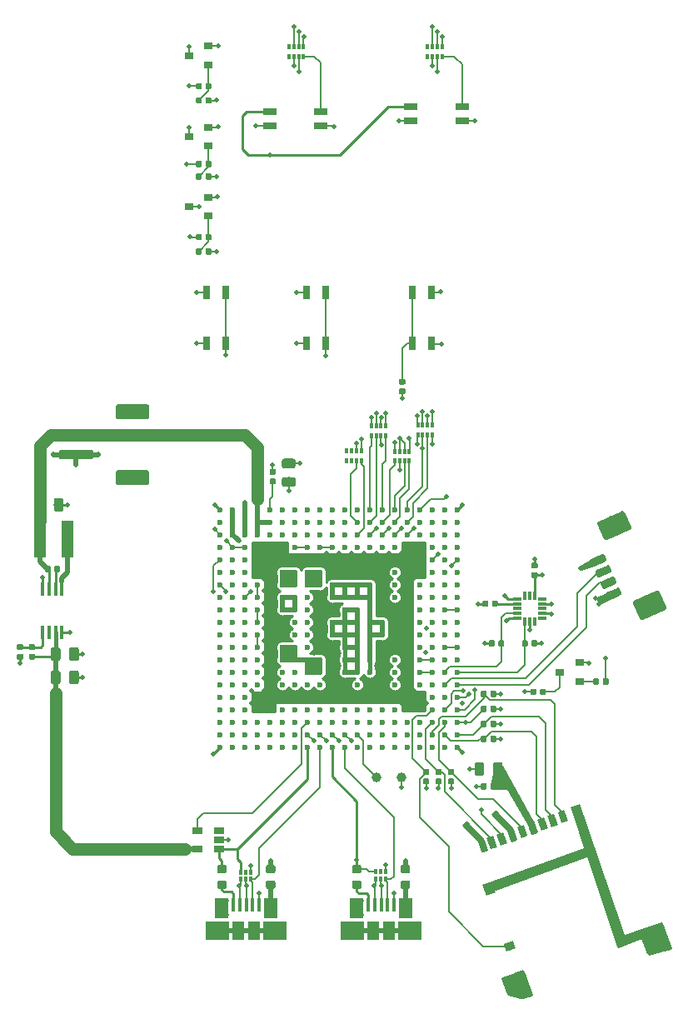
<source format=gbr>
G04 #@! TF.GenerationSoftware,KiCad,Pcbnew,(2018-02-05 revision d1a45d147)-makepkg*
G04 #@! TF.CreationDate,2019-11-12T11:54:18-08:00*
G04 #@! TF.ProjectId,lichen-badge,6C696368656E2D62616467652E6B6963,rev?*
G04 #@! TF.SameCoordinates,Original*
G04 #@! TF.FileFunction,Copper,L1,Top,Signal*
G04 #@! TF.FilePolarity,Positive*
%FSLAX46Y46*%
G04 Gerber Fmt 4.6, Leading zero omitted, Abs format (unit mm)*
G04 Created by KiCad (PCBNEW (2018-02-05 revision d1a45d147)-makepkg) date 11/12/19 11:54:18*
%MOMM*%
%LPD*%
G01*
G04 APERTURE LIST*
%ADD10C,0.100000*%
%ADD11C,0.975000*%
%ADD12R,1.400000X0.800000*%
%ADD13R,0.400000X0.500000*%
%ADD14R,0.300000X0.500000*%
%ADD15C,0.590000*%
%ADD16R,0.900000X0.800000*%
%ADD17R,0.700000X1.450000*%
%ADD18C,1.300000*%
%ADD19C,1.000000*%
%ADD20C,0.800000*%
%ADD21C,0.700000*%
%ADD22C,2.100000*%
%ADD23C,0.875000*%
%ADD24R,1.200000X3.700000*%
%ADD25R,0.450000X1.450000*%
%ADD26C,1.500000*%
%ADD27R,1.060000X0.650000*%
%ADD28R,0.299720X0.487680*%
%ADD29R,0.299720X0.518160*%
%ADD30R,1.175000X1.900000*%
%ADD31R,2.375000X1.900000*%
%ADD32R,1.475000X2.100000*%
%ADD33R,0.450000X1.380000*%
%ADD34C,0.600000*%
%ADD35R,0.305000X0.813000*%
%ADD36R,0.813000X0.305000*%
%ADD37C,0.508000*%
%ADD38C,0.152400*%
%ADD39C,0.254000*%
%ADD40C,0.508000*%
%ADD41C,1.270000*%
%ADD42C,0.406400*%
G04 APERTURE END LIST*
D10*
G36*
X94968142Y-118387974D02*
X94991803Y-118391484D01*
X95015007Y-118397296D01*
X95037529Y-118405354D01*
X95059153Y-118415582D01*
X95079670Y-118427879D01*
X95098883Y-118442129D01*
X95116607Y-118458193D01*
X95132671Y-118475917D01*
X95146921Y-118495130D01*
X95159218Y-118515647D01*
X95169446Y-118537271D01*
X95177504Y-118559793D01*
X95183316Y-118582997D01*
X95186826Y-118606658D01*
X95188000Y-118630550D01*
X95188000Y-119118050D01*
X95186826Y-119141942D01*
X95183316Y-119165603D01*
X95177504Y-119188807D01*
X95169446Y-119211329D01*
X95159218Y-119232953D01*
X95146921Y-119253470D01*
X95132671Y-119272683D01*
X95116607Y-119290407D01*
X95098883Y-119306471D01*
X95079670Y-119320721D01*
X95059153Y-119333018D01*
X95037529Y-119343246D01*
X95015007Y-119351304D01*
X94991803Y-119357116D01*
X94968142Y-119360626D01*
X94944250Y-119361800D01*
X94031750Y-119361800D01*
X94007858Y-119360626D01*
X93984197Y-119357116D01*
X93960993Y-119351304D01*
X93938471Y-119343246D01*
X93916847Y-119333018D01*
X93896330Y-119320721D01*
X93877117Y-119306471D01*
X93859393Y-119290407D01*
X93843329Y-119272683D01*
X93829079Y-119253470D01*
X93816782Y-119232953D01*
X93806554Y-119211329D01*
X93798496Y-119188807D01*
X93792684Y-119165603D01*
X93789174Y-119141942D01*
X93788000Y-119118050D01*
X93788000Y-118630550D01*
X93789174Y-118606658D01*
X93792684Y-118582997D01*
X93798496Y-118559793D01*
X93806554Y-118537271D01*
X93816782Y-118515647D01*
X93829079Y-118495130D01*
X93843329Y-118475917D01*
X93859393Y-118458193D01*
X93877117Y-118442129D01*
X93896330Y-118427879D01*
X93916847Y-118415582D01*
X93938471Y-118405354D01*
X93960993Y-118397296D01*
X93984197Y-118391484D01*
X94007858Y-118387974D01*
X94031750Y-118386800D01*
X94944250Y-118386800D01*
X94968142Y-118387974D01*
X94968142Y-118387974D01*
G37*
D11*
X94488000Y-118874300D03*
D10*
G36*
X94968142Y-120262974D02*
X94991803Y-120266484D01*
X95015007Y-120272296D01*
X95037529Y-120280354D01*
X95059153Y-120290582D01*
X95079670Y-120302879D01*
X95098883Y-120317129D01*
X95116607Y-120333193D01*
X95132671Y-120350917D01*
X95146921Y-120370130D01*
X95159218Y-120390647D01*
X95169446Y-120412271D01*
X95177504Y-120434793D01*
X95183316Y-120457997D01*
X95186826Y-120481658D01*
X95188000Y-120505550D01*
X95188000Y-120993050D01*
X95186826Y-121016942D01*
X95183316Y-121040603D01*
X95177504Y-121063807D01*
X95169446Y-121086329D01*
X95159218Y-121107953D01*
X95146921Y-121128470D01*
X95132671Y-121147683D01*
X95116607Y-121165407D01*
X95098883Y-121181471D01*
X95079670Y-121195721D01*
X95059153Y-121208018D01*
X95037529Y-121218246D01*
X95015007Y-121226304D01*
X94991803Y-121232116D01*
X94968142Y-121235626D01*
X94944250Y-121236800D01*
X94031750Y-121236800D01*
X94007858Y-121235626D01*
X93984197Y-121232116D01*
X93960993Y-121226304D01*
X93938471Y-121218246D01*
X93916847Y-121208018D01*
X93896330Y-121195721D01*
X93877117Y-121181471D01*
X93859393Y-121165407D01*
X93843329Y-121147683D01*
X93829079Y-121128470D01*
X93816782Y-121107953D01*
X93806554Y-121086329D01*
X93798496Y-121063807D01*
X93792684Y-121040603D01*
X93789174Y-121016942D01*
X93788000Y-120993050D01*
X93788000Y-120505550D01*
X93789174Y-120481658D01*
X93792684Y-120457997D01*
X93798496Y-120434793D01*
X93806554Y-120412271D01*
X93816782Y-120390647D01*
X93829079Y-120370130D01*
X93843329Y-120350917D01*
X93859393Y-120333193D01*
X93877117Y-120317129D01*
X93896330Y-120302879D01*
X93916847Y-120290582D01*
X93938471Y-120280354D01*
X93960993Y-120272296D01*
X93984197Y-120266484D01*
X94007858Y-120262974D01*
X94031750Y-120261800D01*
X94944250Y-120261800D01*
X94968142Y-120262974D01*
X94968142Y-120262974D01*
G37*
D11*
X94488000Y-120749300D03*
D12*
X106899400Y-82587000D03*
X112099400Y-82587000D03*
X112099400Y-84037000D03*
X106899400Y-84037000D03*
X92548400Y-83145800D03*
X97748400Y-83145800D03*
X97748400Y-84595800D03*
X92548400Y-84595800D03*
D13*
X110122400Y-76512800D03*
D14*
X109622400Y-76512800D03*
D13*
X108622400Y-76512800D03*
D14*
X109122400Y-76512800D03*
D13*
X110122400Y-77512800D03*
D14*
X109122400Y-77512800D03*
X109622400Y-77512800D03*
D13*
X108622400Y-77512800D03*
X96000000Y-76512800D03*
D14*
X95500000Y-76512800D03*
D13*
X94500000Y-76512800D03*
D14*
X95000000Y-76512800D03*
D13*
X96000000Y-77512800D03*
D14*
X95000000Y-77512800D03*
X95500000Y-77512800D03*
D13*
X94500000Y-77512800D03*
D10*
G36*
X86498958Y-81664290D02*
X86513276Y-81666414D01*
X86527317Y-81669931D01*
X86540946Y-81674808D01*
X86554031Y-81680997D01*
X86566447Y-81688438D01*
X86578073Y-81697061D01*
X86588798Y-81706782D01*
X86598519Y-81717507D01*
X86607142Y-81729133D01*
X86614583Y-81741549D01*
X86620772Y-81754634D01*
X86625649Y-81768263D01*
X86629166Y-81782304D01*
X86631290Y-81796622D01*
X86632000Y-81811080D01*
X86632000Y-82156080D01*
X86631290Y-82170538D01*
X86629166Y-82184856D01*
X86625649Y-82198897D01*
X86620772Y-82212526D01*
X86614583Y-82225611D01*
X86607142Y-82238027D01*
X86598519Y-82249653D01*
X86588798Y-82260378D01*
X86578073Y-82270099D01*
X86566447Y-82278722D01*
X86554031Y-82286163D01*
X86540946Y-82292352D01*
X86527317Y-82297229D01*
X86513276Y-82300746D01*
X86498958Y-82302870D01*
X86484500Y-82303580D01*
X86189500Y-82303580D01*
X86175042Y-82302870D01*
X86160724Y-82300746D01*
X86146683Y-82297229D01*
X86133054Y-82292352D01*
X86119969Y-82286163D01*
X86107553Y-82278722D01*
X86095927Y-82270099D01*
X86085202Y-82260378D01*
X86075481Y-82249653D01*
X86066858Y-82238027D01*
X86059417Y-82225611D01*
X86053228Y-82212526D01*
X86048351Y-82198897D01*
X86044834Y-82184856D01*
X86042710Y-82170538D01*
X86042000Y-82156080D01*
X86042000Y-81811080D01*
X86042710Y-81796622D01*
X86044834Y-81782304D01*
X86048351Y-81768263D01*
X86053228Y-81754634D01*
X86059417Y-81741549D01*
X86066858Y-81729133D01*
X86075481Y-81717507D01*
X86085202Y-81706782D01*
X86095927Y-81697061D01*
X86107553Y-81688438D01*
X86119969Y-81680997D01*
X86133054Y-81674808D01*
X86146683Y-81669931D01*
X86160724Y-81666414D01*
X86175042Y-81664290D01*
X86189500Y-81663580D01*
X86484500Y-81663580D01*
X86498958Y-81664290D01*
X86498958Y-81664290D01*
G37*
D15*
X86337000Y-81983580D03*
D10*
G36*
X85528958Y-81664290D02*
X85543276Y-81666414D01*
X85557317Y-81669931D01*
X85570946Y-81674808D01*
X85584031Y-81680997D01*
X85596447Y-81688438D01*
X85608073Y-81697061D01*
X85618798Y-81706782D01*
X85628519Y-81717507D01*
X85637142Y-81729133D01*
X85644583Y-81741549D01*
X85650772Y-81754634D01*
X85655649Y-81768263D01*
X85659166Y-81782304D01*
X85661290Y-81796622D01*
X85662000Y-81811080D01*
X85662000Y-82156080D01*
X85661290Y-82170538D01*
X85659166Y-82184856D01*
X85655649Y-82198897D01*
X85650772Y-82212526D01*
X85644583Y-82225611D01*
X85637142Y-82238027D01*
X85628519Y-82249653D01*
X85618798Y-82260378D01*
X85608073Y-82270099D01*
X85596447Y-82278722D01*
X85584031Y-82286163D01*
X85570946Y-82292352D01*
X85557317Y-82297229D01*
X85543276Y-82300746D01*
X85528958Y-82302870D01*
X85514500Y-82303580D01*
X85219500Y-82303580D01*
X85205042Y-82302870D01*
X85190724Y-82300746D01*
X85176683Y-82297229D01*
X85163054Y-82292352D01*
X85149969Y-82286163D01*
X85137553Y-82278722D01*
X85125927Y-82270099D01*
X85115202Y-82260378D01*
X85105481Y-82249653D01*
X85096858Y-82238027D01*
X85089417Y-82225611D01*
X85083228Y-82212526D01*
X85078351Y-82198897D01*
X85074834Y-82184856D01*
X85072710Y-82170538D01*
X85072000Y-82156080D01*
X85072000Y-81811080D01*
X85072710Y-81796622D01*
X85074834Y-81782304D01*
X85078351Y-81768263D01*
X85083228Y-81754634D01*
X85089417Y-81741549D01*
X85096858Y-81729133D01*
X85105481Y-81717507D01*
X85115202Y-81706782D01*
X85125927Y-81697061D01*
X85137553Y-81688438D01*
X85149969Y-81680997D01*
X85163054Y-81674808D01*
X85176683Y-81669931D01*
X85190724Y-81666414D01*
X85205042Y-81664290D01*
X85219500Y-81663580D01*
X85514500Y-81663580D01*
X85528958Y-81664290D01*
X85528958Y-81664290D01*
G37*
D15*
X85367000Y-81983580D03*
D10*
G36*
X86498958Y-89393510D02*
X86513276Y-89395634D01*
X86527317Y-89399151D01*
X86540946Y-89404028D01*
X86554031Y-89410217D01*
X86566447Y-89417658D01*
X86578073Y-89426281D01*
X86588798Y-89436002D01*
X86598519Y-89446727D01*
X86607142Y-89458353D01*
X86614583Y-89470769D01*
X86620772Y-89483854D01*
X86625649Y-89497483D01*
X86629166Y-89511524D01*
X86631290Y-89525842D01*
X86632000Y-89540300D01*
X86632000Y-89885300D01*
X86631290Y-89899758D01*
X86629166Y-89914076D01*
X86625649Y-89928117D01*
X86620772Y-89941746D01*
X86614583Y-89954831D01*
X86607142Y-89967247D01*
X86598519Y-89978873D01*
X86588798Y-89989598D01*
X86578073Y-89999319D01*
X86566447Y-90007942D01*
X86554031Y-90015383D01*
X86540946Y-90021572D01*
X86527317Y-90026449D01*
X86513276Y-90029966D01*
X86498958Y-90032090D01*
X86484500Y-90032800D01*
X86189500Y-90032800D01*
X86175042Y-90032090D01*
X86160724Y-90029966D01*
X86146683Y-90026449D01*
X86133054Y-90021572D01*
X86119969Y-90015383D01*
X86107553Y-90007942D01*
X86095927Y-89999319D01*
X86085202Y-89989598D01*
X86075481Y-89978873D01*
X86066858Y-89967247D01*
X86059417Y-89954831D01*
X86053228Y-89941746D01*
X86048351Y-89928117D01*
X86044834Y-89914076D01*
X86042710Y-89899758D01*
X86042000Y-89885300D01*
X86042000Y-89540300D01*
X86042710Y-89525842D01*
X86044834Y-89511524D01*
X86048351Y-89497483D01*
X86053228Y-89483854D01*
X86059417Y-89470769D01*
X86066858Y-89458353D01*
X86075481Y-89446727D01*
X86085202Y-89436002D01*
X86095927Y-89426281D01*
X86107553Y-89417658D01*
X86119969Y-89410217D01*
X86133054Y-89404028D01*
X86146683Y-89399151D01*
X86160724Y-89395634D01*
X86175042Y-89393510D01*
X86189500Y-89392800D01*
X86484500Y-89392800D01*
X86498958Y-89393510D01*
X86498958Y-89393510D01*
G37*
D15*
X86337000Y-89712800D03*
D10*
G36*
X85528958Y-89393510D02*
X85543276Y-89395634D01*
X85557317Y-89399151D01*
X85570946Y-89404028D01*
X85584031Y-89410217D01*
X85596447Y-89417658D01*
X85608073Y-89426281D01*
X85618798Y-89436002D01*
X85628519Y-89446727D01*
X85637142Y-89458353D01*
X85644583Y-89470769D01*
X85650772Y-89483854D01*
X85655649Y-89497483D01*
X85659166Y-89511524D01*
X85661290Y-89525842D01*
X85662000Y-89540300D01*
X85662000Y-89885300D01*
X85661290Y-89899758D01*
X85659166Y-89914076D01*
X85655649Y-89928117D01*
X85650772Y-89941746D01*
X85644583Y-89954831D01*
X85637142Y-89967247D01*
X85628519Y-89978873D01*
X85618798Y-89989598D01*
X85608073Y-89999319D01*
X85596447Y-90007942D01*
X85584031Y-90015383D01*
X85570946Y-90021572D01*
X85557317Y-90026449D01*
X85543276Y-90029966D01*
X85528958Y-90032090D01*
X85514500Y-90032800D01*
X85219500Y-90032800D01*
X85205042Y-90032090D01*
X85190724Y-90029966D01*
X85176683Y-90026449D01*
X85163054Y-90021572D01*
X85149969Y-90015383D01*
X85137553Y-90007942D01*
X85125927Y-89999319D01*
X85115202Y-89989598D01*
X85105481Y-89978873D01*
X85096858Y-89967247D01*
X85089417Y-89954831D01*
X85083228Y-89941746D01*
X85078351Y-89928117D01*
X85074834Y-89914076D01*
X85072710Y-89899758D01*
X85072000Y-89885300D01*
X85072000Y-89540300D01*
X85072710Y-89525842D01*
X85074834Y-89511524D01*
X85078351Y-89497483D01*
X85083228Y-89483854D01*
X85089417Y-89470769D01*
X85096858Y-89458353D01*
X85105481Y-89446727D01*
X85115202Y-89436002D01*
X85125927Y-89426281D01*
X85137553Y-89417658D01*
X85149969Y-89410217D01*
X85163054Y-89404028D01*
X85176683Y-89399151D01*
X85190724Y-89395634D01*
X85205042Y-89393510D01*
X85219500Y-89392800D01*
X85514500Y-89392800D01*
X85528958Y-89393510D01*
X85528958Y-89393510D01*
G37*
D15*
X85367000Y-89712800D03*
D10*
G36*
X86498958Y-97013510D02*
X86513276Y-97015634D01*
X86527317Y-97019151D01*
X86540946Y-97024028D01*
X86554031Y-97030217D01*
X86566447Y-97037658D01*
X86578073Y-97046281D01*
X86588798Y-97056002D01*
X86598519Y-97066727D01*
X86607142Y-97078353D01*
X86614583Y-97090769D01*
X86620772Y-97103854D01*
X86625649Y-97117483D01*
X86629166Y-97131524D01*
X86631290Y-97145842D01*
X86632000Y-97160300D01*
X86632000Y-97505300D01*
X86631290Y-97519758D01*
X86629166Y-97534076D01*
X86625649Y-97548117D01*
X86620772Y-97561746D01*
X86614583Y-97574831D01*
X86607142Y-97587247D01*
X86598519Y-97598873D01*
X86588798Y-97609598D01*
X86578073Y-97619319D01*
X86566447Y-97627942D01*
X86554031Y-97635383D01*
X86540946Y-97641572D01*
X86527317Y-97646449D01*
X86513276Y-97649966D01*
X86498958Y-97652090D01*
X86484500Y-97652800D01*
X86189500Y-97652800D01*
X86175042Y-97652090D01*
X86160724Y-97649966D01*
X86146683Y-97646449D01*
X86133054Y-97641572D01*
X86119969Y-97635383D01*
X86107553Y-97627942D01*
X86095927Y-97619319D01*
X86085202Y-97609598D01*
X86075481Y-97598873D01*
X86066858Y-97587247D01*
X86059417Y-97574831D01*
X86053228Y-97561746D01*
X86048351Y-97548117D01*
X86044834Y-97534076D01*
X86042710Y-97519758D01*
X86042000Y-97505300D01*
X86042000Y-97160300D01*
X86042710Y-97145842D01*
X86044834Y-97131524D01*
X86048351Y-97117483D01*
X86053228Y-97103854D01*
X86059417Y-97090769D01*
X86066858Y-97078353D01*
X86075481Y-97066727D01*
X86085202Y-97056002D01*
X86095927Y-97046281D01*
X86107553Y-97037658D01*
X86119969Y-97030217D01*
X86133054Y-97024028D01*
X86146683Y-97019151D01*
X86160724Y-97015634D01*
X86175042Y-97013510D01*
X86189500Y-97012800D01*
X86484500Y-97012800D01*
X86498958Y-97013510D01*
X86498958Y-97013510D01*
G37*
D15*
X86337000Y-97332800D03*
D10*
G36*
X85528958Y-97013510D02*
X85543276Y-97015634D01*
X85557317Y-97019151D01*
X85570946Y-97024028D01*
X85584031Y-97030217D01*
X85596447Y-97037658D01*
X85608073Y-97046281D01*
X85618798Y-97056002D01*
X85628519Y-97066727D01*
X85637142Y-97078353D01*
X85644583Y-97090769D01*
X85650772Y-97103854D01*
X85655649Y-97117483D01*
X85659166Y-97131524D01*
X85661290Y-97145842D01*
X85662000Y-97160300D01*
X85662000Y-97505300D01*
X85661290Y-97519758D01*
X85659166Y-97534076D01*
X85655649Y-97548117D01*
X85650772Y-97561746D01*
X85644583Y-97574831D01*
X85637142Y-97587247D01*
X85628519Y-97598873D01*
X85618798Y-97609598D01*
X85608073Y-97619319D01*
X85596447Y-97627942D01*
X85584031Y-97635383D01*
X85570946Y-97641572D01*
X85557317Y-97646449D01*
X85543276Y-97649966D01*
X85528958Y-97652090D01*
X85514500Y-97652800D01*
X85219500Y-97652800D01*
X85205042Y-97652090D01*
X85190724Y-97649966D01*
X85176683Y-97646449D01*
X85163054Y-97641572D01*
X85149969Y-97635383D01*
X85137553Y-97627942D01*
X85125927Y-97619319D01*
X85115202Y-97609598D01*
X85105481Y-97598873D01*
X85096858Y-97587247D01*
X85089417Y-97574831D01*
X85083228Y-97561746D01*
X85078351Y-97548117D01*
X85074834Y-97534076D01*
X85072710Y-97519758D01*
X85072000Y-97505300D01*
X85072000Y-97160300D01*
X85072710Y-97145842D01*
X85074834Y-97131524D01*
X85078351Y-97117483D01*
X85083228Y-97103854D01*
X85089417Y-97090769D01*
X85096858Y-97078353D01*
X85105481Y-97066727D01*
X85115202Y-97056002D01*
X85125927Y-97046281D01*
X85137553Y-97037658D01*
X85149969Y-97030217D01*
X85163054Y-97024028D01*
X85176683Y-97019151D01*
X85190724Y-97015634D01*
X85205042Y-97013510D01*
X85219500Y-97012800D01*
X85514500Y-97012800D01*
X85528958Y-97013510D01*
X85528958Y-97013510D01*
G37*
D15*
X85367000Y-97332800D03*
D10*
G36*
X85528958Y-80216490D02*
X85543276Y-80218614D01*
X85557317Y-80222131D01*
X85570946Y-80227008D01*
X85584031Y-80233197D01*
X85596447Y-80240638D01*
X85608073Y-80249261D01*
X85618798Y-80258982D01*
X85628519Y-80269707D01*
X85637142Y-80281333D01*
X85644583Y-80293749D01*
X85650772Y-80306834D01*
X85655649Y-80320463D01*
X85659166Y-80334504D01*
X85661290Y-80348822D01*
X85662000Y-80363280D01*
X85662000Y-80708280D01*
X85661290Y-80722738D01*
X85659166Y-80737056D01*
X85655649Y-80751097D01*
X85650772Y-80764726D01*
X85644583Y-80777811D01*
X85637142Y-80790227D01*
X85628519Y-80801853D01*
X85618798Y-80812578D01*
X85608073Y-80822299D01*
X85596447Y-80830922D01*
X85584031Y-80838363D01*
X85570946Y-80844552D01*
X85557317Y-80849429D01*
X85543276Y-80852946D01*
X85528958Y-80855070D01*
X85514500Y-80855780D01*
X85219500Y-80855780D01*
X85205042Y-80855070D01*
X85190724Y-80852946D01*
X85176683Y-80849429D01*
X85163054Y-80844552D01*
X85149969Y-80838363D01*
X85137553Y-80830922D01*
X85125927Y-80822299D01*
X85115202Y-80812578D01*
X85105481Y-80801853D01*
X85096858Y-80790227D01*
X85089417Y-80777811D01*
X85083228Y-80764726D01*
X85078351Y-80751097D01*
X85074834Y-80737056D01*
X85072710Y-80722738D01*
X85072000Y-80708280D01*
X85072000Y-80363280D01*
X85072710Y-80348822D01*
X85074834Y-80334504D01*
X85078351Y-80320463D01*
X85083228Y-80306834D01*
X85089417Y-80293749D01*
X85096858Y-80281333D01*
X85105481Y-80269707D01*
X85115202Y-80258982D01*
X85125927Y-80249261D01*
X85137553Y-80240638D01*
X85149969Y-80233197D01*
X85163054Y-80227008D01*
X85176683Y-80222131D01*
X85190724Y-80218614D01*
X85205042Y-80216490D01*
X85219500Y-80215780D01*
X85514500Y-80215780D01*
X85528958Y-80216490D01*
X85528958Y-80216490D01*
G37*
D15*
X85367000Y-80535780D03*
D10*
G36*
X86498958Y-80216490D02*
X86513276Y-80218614D01*
X86527317Y-80222131D01*
X86540946Y-80227008D01*
X86554031Y-80233197D01*
X86566447Y-80240638D01*
X86578073Y-80249261D01*
X86588798Y-80258982D01*
X86598519Y-80269707D01*
X86607142Y-80281333D01*
X86614583Y-80293749D01*
X86620772Y-80306834D01*
X86625649Y-80320463D01*
X86629166Y-80334504D01*
X86631290Y-80348822D01*
X86632000Y-80363280D01*
X86632000Y-80708280D01*
X86631290Y-80722738D01*
X86629166Y-80737056D01*
X86625649Y-80751097D01*
X86620772Y-80764726D01*
X86614583Y-80777811D01*
X86607142Y-80790227D01*
X86598519Y-80801853D01*
X86588798Y-80812578D01*
X86578073Y-80822299D01*
X86566447Y-80830922D01*
X86554031Y-80838363D01*
X86540946Y-80844552D01*
X86527317Y-80849429D01*
X86513276Y-80852946D01*
X86498958Y-80855070D01*
X86484500Y-80855780D01*
X86189500Y-80855780D01*
X86175042Y-80855070D01*
X86160724Y-80852946D01*
X86146683Y-80849429D01*
X86133054Y-80844552D01*
X86119969Y-80838363D01*
X86107553Y-80830922D01*
X86095927Y-80822299D01*
X86085202Y-80812578D01*
X86075481Y-80801853D01*
X86066858Y-80790227D01*
X86059417Y-80777811D01*
X86053228Y-80764726D01*
X86048351Y-80751097D01*
X86044834Y-80737056D01*
X86042710Y-80722738D01*
X86042000Y-80708280D01*
X86042000Y-80363280D01*
X86042710Y-80348822D01*
X86044834Y-80334504D01*
X86048351Y-80320463D01*
X86053228Y-80306834D01*
X86059417Y-80293749D01*
X86066858Y-80281333D01*
X86075481Y-80269707D01*
X86085202Y-80258982D01*
X86095927Y-80249261D01*
X86107553Y-80240638D01*
X86119969Y-80233197D01*
X86133054Y-80227008D01*
X86146683Y-80222131D01*
X86160724Y-80218614D01*
X86175042Y-80216490D01*
X86189500Y-80215780D01*
X86484500Y-80215780D01*
X86498958Y-80216490D01*
X86498958Y-80216490D01*
G37*
D15*
X86337000Y-80535780D03*
D10*
G36*
X85528958Y-88123510D02*
X85543276Y-88125634D01*
X85557317Y-88129151D01*
X85570946Y-88134028D01*
X85584031Y-88140217D01*
X85596447Y-88147658D01*
X85608073Y-88156281D01*
X85618798Y-88166002D01*
X85628519Y-88176727D01*
X85637142Y-88188353D01*
X85644583Y-88200769D01*
X85650772Y-88213854D01*
X85655649Y-88227483D01*
X85659166Y-88241524D01*
X85661290Y-88255842D01*
X85662000Y-88270300D01*
X85662000Y-88615300D01*
X85661290Y-88629758D01*
X85659166Y-88644076D01*
X85655649Y-88658117D01*
X85650772Y-88671746D01*
X85644583Y-88684831D01*
X85637142Y-88697247D01*
X85628519Y-88708873D01*
X85618798Y-88719598D01*
X85608073Y-88729319D01*
X85596447Y-88737942D01*
X85584031Y-88745383D01*
X85570946Y-88751572D01*
X85557317Y-88756449D01*
X85543276Y-88759966D01*
X85528958Y-88762090D01*
X85514500Y-88762800D01*
X85219500Y-88762800D01*
X85205042Y-88762090D01*
X85190724Y-88759966D01*
X85176683Y-88756449D01*
X85163054Y-88751572D01*
X85149969Y-88745383D01*
X85137553Y-88737942D01*
X85125927Y-88729319D01*
X85115202Y-88719598D01*
X85105481Y-88708873D01*
X85096858Y-88697247D01*
X85089417Y-88684831D01*
X85083228Y-88671746D01*
X85078351Y-88658117D01*
X85074834Y-88644076D01*
X85072710Y-88629758D01*
X85072000Y-88615300D01*
X85072000Y-88270300D01*
X85072710Y-88255842D01*
X85074834Y-88241524D01*
X85078351Y-88227483D01*
X85083228Y-88213854D01*
X85089417Y-88200769D01*
X85096858Y-88188353D01*
X85105481Y-88176727D01*
X85115202Y-88166002D01*
X85125927Y-88156281D01*
X85137553Y-88147658D01*
X85149969Y-88140217D01*
X85163054Y-88134028D01*
X85176683Y-88129151D01*
X85190724Y-88125634D01*
X85205042Y-88123510D01*
X85219500Y-88122800D01*
X85514500Y-88122800D01*
X85528958Y-88123510D01*
X85528958Y-88123510D01*
G37*
D15*
X85367000Y-88442800D03*
D10*
G36*
X86498958Y-88123510D02*
X86513276Y-88125634D01*
X86527317Y-88129151D01*
X86540946Y-88134028D01*
X86554031Y-88140217D01*
X86566447Y-88147658D01*
X86578073Y-88156281D01*
X86588798Y-88166002D01*
X86598519Y-88176727D01*
X86607142Y-88188353D01*
X86614583Y-88200769D01*
X86620772Y-88213854D01*
X86625649Y-88227483D01*
X86629166Y-88241524D01*
X86631290Y-88255842D01*
X86632000Y-88270300D01*
X86632000Y-88615300D01*
X86631290Y-88629758D01*
X86629166Y-88644076D01*
X86625649Y-88658117D01*
X86620772Y-88671746D01*
X86614583Y-88684831D01*
X86607142Y-88697247D01*
X86598519Y-88708873D01*
X86588798Y-88719598D01*
X86578073Y-88729319D01*
X86566447Y-88737942D01*
X86554031Y-88745383D01*
X86540946Y-88751572D01*
X86527317Y-88756449D01*
X86513276Y-88759966D01*
X86498958Y-88762090D01*
X86484500Y-88762800D01*
X86189500Y-88762800D01*
X86175042Y-88762090D01*
X86160724Y-88759966D01*
X86146683Y-88756449D01*
X86133054Y-88751572D01*
X86119969Y-88745383D01*
X86107553Y-88737942D01*
X86095927Y-88729319D01*
X86085202Y-88719598D01*
X86075481Y-88708873D01*
X86066858Y-88697247D01*
X86059417Y-88684831D01*
X86053228Y-88671746D01*
X86048351Y-88658117D01*
X86044834Y-88644076D01*
X86042710Y-88629758D01*
X86042000Y-88615300D01*
X86042000Y-88270300D01*
X86042710Y-88255842D01*
X86044834Y-88241524D01*
X86048351Y-88227483D01*
X86053228Y-88213854D01*
X86059417Y-88200769D01*
X86066858Y-88188353D01*
X86075481Y-88176727D01*
X86085202Y-88166002D01*
X86095927Y-88156281D01*
X86107553Y-88147658D01*
X86119969Y-88140217D01*
X86133054Y-88134028D01*
X86146683Y-88129151D01*
X86160724Y-88125634D01*
X86175042Y-88123510D01*
X86189500Y-88122800D01*
X86484500Y-88122800D01*
X86498958Y-88123510D01*
X86498958Y-88123510D01*
G37*
D15*
X86337000Y-88442800D03*
D10*
G36*
X85528958Y-95558090D02*
X85543276Y-95560214D01*
X85557317Y-95563731D01*
X85570946Y-95568608D01*
X85584031Y-95574797D01*
X85596447Y-95582238D01*
X85608073Y-95590861D01*
X85618798Y-95600582D01*
X85628519Y-95611307D01*
X85637142Y-95622933D01*
X85644583Y-95635349D01*
X85650772Y-95648434D01*
X85655649Y-95662063D01*
X85659166Y-95676104D01*
X85661290Y-95690422D01*
X85662000Y-95704880D01*
X85662000Y-96049880D01*
X85661290Y-96064338D01*
X85659166Y-96078656D01*
X85655649Y-96092697D01*
X85650772Y-96106326D01*
X85644583Y-96119411D01*
X85637142Y-96131827D01*
X85628519Y-96143453D01*
X85618798Y-96154178D01*
X85608073Y-96163899D01*
X85596447Y-96172522D01*
X85584031Y-96179963D01*
X85570946Y-96186152D01*
X85557317Y-96191029D01*
X85543276Y-96194546D01*
X85528958Y-96196670D01*
X85514500Y-96197380D01*
X85219500Y-96197380D01*
X85205042Y-96196670D01*
X85190724Y-96194546D01*
X85176683Y-96191029D01*
X85163054Y-96186152D01*
X85149969Y-96179963D01*
X85137553Y-96172522D01*
X85125927Y-96163899D01*
X85115202Y-96154178D01*
X85105481Y-96143453D01*
X85096858Y-96131827D01*
X85089417Y-96119411D01*
X85083228Y-96106326D01*
X85078351Y-96092697D01*
X85074834Y-96078656D01*
X85072710Y-96064338D01*
X85072000Y-96049880D01*
X85072000Y-95704880D01*
X85072710Y-95690422D01*
X85074834Y-95676104D01*
X85078351Y-95662063D01*
X85083228Y-95648434D01*
X85089417Y-95635349D01*
X85096858Y-95622933D01*
X85105481Y-95611307D01*
X85115202Y-95600582D01*
X85125927Y-95590861D01*
X85137553Y-95582238D01*
X85149969Y-95574797D01*
X85163054Y-95568608D01*
X85176683Y-95563731D01*
X85190724Y-95560214D01*
X85205042Y-95558090D01*
X85219500Y-95557380D01*
X85514500Y-95557380D01*
X85528958Y-95558090D01*
X85528958Y-95558090D01*
G37*
D15*
X85367000Y-95877380D03*
D10*
G36*
X86498958Y-95558090D02*
X86513276Y-95560214D01*
X86527317Y-95563731D01*
X86540946Y-95568608D01*
X86554031Y-95574797D01*
X86566447Y-95582238D01*
X86578073Y-95590861D01*
X86588798Y-95600582D01*
X86598519Y-95611307D01*
X86607142Y-95622933D01*
X86614583Y-95635349D01*
X86620772Y-95648434D01*
X86625649Y-95662063D01*
X86629166Y-95676104D01*
X86631290Y-95690422D01*
X86632000Y-95704880D01*
X86632000Y-96049880D01*
X86631290Y-96064338D01*
X86629166Y-96078656D01*
X86625649Y-96092697D01*
X86620772Y-96106326D01*
X86614583Y-96119411D01*
X86607142Y-96131827D01*
X86598519Y-96143453D01*
X86588798Y-96154178D01*
X86578073Y-96163899D01*
X86566447Y-96172522D01*
X86554031Y-96179963D01*
X86540946Y-96186152D01*
X86527317Y-96191029D01*
X86513276Y-96194546D01*
X86498958Y-96196670D01*
X86484500Y-96197380D01*
X86189500Y-96197380D01*
X86175042Y-96196670D01*
X86160724Y-96194546D01*
X86146683Y-96191029D01*
X86133054Y-96186152D01*
X86119969Y-96179963D01*
X86107553Y-96172522D01*
X86095927Y-96163899D01*
X86085202Y-96154178D01*
X86075481Y-96143453D01*
X86066858Y-96131827D01*
X86059417Y-96119411D01*
X86053228Y-96106326D01*
X86048351Y-96092697D01*
X86044834Y-96078656D01*
X86042710Y-96064338D01*
X86042000Y-96049880D01*
X86042000Y-95704880D01*
X86042710Y-95690422D01*
X86044834Y-95676104D01*
X86048351Y-95662063D01*
X86053228Y-95648434D01*
X86059417Y-95635349D01*
X86066858Y-95622933D01*
X86075481Y-95611307D01*
X86085202Y-95600582D01*
X86095927Y-95590861D01*
X86107553Y-95582238D01*
X86119969Y-95574797D01*
X86133054Y-95568608D01*
X86146683Y-95563731D01*
X86160724Y-95560214D01*
X86175042Y-95558090D01*
X86189500Y-95557380D01*
X86484500Y-95557380D01*
X86498958Y-95558090D01*
X86498958Y-95558090D01*
G37*
D15*
X86337000Y-95877380D03*
D16*
X84344000Y-77411579D03*
X86344000Y-76461579D03*
X86344000Y-78361579D03*
X84344000Y-85648800D03*
X86344000Y-84698800D03*
X86344000Y-86598800D03*
X84344000Y-92760800D03*
X86344000Y-91810800D03*
X86344000Y-93710800D03*
D17*
X109036360Y-101504120D03*
X109036360Y-106664120D03*
X107036360Y-106664120D03*
X107036360Y-101504120D03*
X98266760Y-101504120D03*
X98266760Y-106664120D03*
X96266760Y-106664120D03*
X96266760Y-101504120D03*
X88106760Y-101504120D03*
X88106760Y-106664120D03*
X86106760Y-106664120D03*
X86106760Y-101504120D03*
D16*
X124032520Y-141025920D03*
X124032520Y-139125920D03*
X122032520Y-140075920D03*
D10*
G36*
X120496858Y-141760690D02*
X120511176Y-141762814D01*
X120525217Y-141766331D01*
X120538846Y-141771208D01*
X120551931Y-141777397D01*
X120564347Y-141784838D01*
X120575973Y-141793461D01*
X120586698Y-141803182D01*
X120596419Y-141813907D01*
X120605042Y-141825533D01*
X120612483Y-141837949D01*
X120618672Y-141851034D01*
X120623549Y-141864663D01*
X120627066Y-141878704D01*
X120629190Y-141893022D01*
X120629900Y-141907480D01*
X120629900Y-142252480D01*
X120629190Y-142266938D01*
X120627066Y-142281256D01*
X120623549Y-142295297D01*
X120618672Y-142308926D01*
X120612483Y-142322011D01*
X120605042Y-142334427D01*
X120596419Y-142346053D01*
X120586698Y-142356778D01*
X120575973Y-142366499D01*
X120564347Y-142375122D01*
X120551931Y-142382563D01*
X120538846Y-142388752D01*
X120525217Y-142393629D01*
X120511176Y-142397146D01*
X120496858Y-142399270D01*
X120482400Y-142399980D01*
X120187400Y-142399980D01*
X120172942Y-142399270D01*
X120158624Y-142397146D01*
X120144583Y-142393629D01*
X120130954Y-142388752D01*
X120117869Y-142382563D01*
X120105453Y-142375122D01*
X120093827Y-142366499D01*
X120083102Y-142356778D01*
X120073381Y-142346053D01*
X120064758Y-142334427D01*
X120057317Y-142322011D01*
X120051128Y-142308926D01*
X120046251Y-142295297D01*
X120042734Y-142281256D01*
X120040610Y-142266938D01*
X120039900Y-142252480D01*
X120039900Y-141907480D01*
X120040610Y-141893022D01*
X120042734Y-141878704D01*
X120046251Y-141864663D01*
X120051128Y-141851034D01*
X120057317Y-141837949D01*
X120064758Y-141825533D01*
X120073381Y-141813907D01*
X120083102Y-141803182D01*
X120093827Y-141793461D01*
X120105453Y-141784838D01*
X120117869Y-141777397D01*
X120130954Y-141771208D01*
X120144583Y-141766331D01*
X120158624Y-141762814D01*
X120172942Y-141760690D01*
X120187400Y-141759980D01*
X120482400Y-141759980D01*
X120496858Y-141760690D01*
X120496858Y-141760690D01*
G37*
D15*
X120334900Y-142079980D03*
D10*
G36*
X119526858Y-141760690D02*
X119541176Y-141762814D01*
X119555217Y-141766331D01*
X119568846Y-141771208D01*
X119581931Y-141777397D01*
X119594347Y-141784838D01*
X119605973Y-141793461D01*
X119616698Y-141803182D01*
X119626419Y-141813907D01*
X119635042Y-141825533D01*
X119642483Y-141837949D01*
X119648672Y-141851034D01*
X119653549Y-141864663D01*
X119657066Y-141878704D01*
X119659190Y-141893022D01*
X119659900Y-141907480D01*
X119659900Y-142252480D01*
X119659190Y-142266938D01*
X119657066Y-142281256D01*
X119653549Y-142295297D01*
X119648672Y-142308926D01*
X119642483Y-142322011D01*
X119635042Y-142334427D01*
X119626419Y-142346053D01*
X119616698Y-142356778D01*
X119605973Y-142366499D01*
X119594347Y-142375122D01*
X119581931Y-142382563D01*
X119568846Y-142388752D01*
X119555217Y-142393629D01*
X119541176Y-142397146D01*
X119526858Y-142399270D01*
X119512400Y-142399980D01*
X119217400Y-142399980D01*
X119202942Y-142399270D01*
X119188624Y-142397146D01*
X119174583Y-142393629D01*
X119160954Y-142388752D01*
X119147869Y-142382563D01*
X119135453Y-142375122D01*
X119123827Y-142366499D01*
X119113102Y-142356778D01*
X119103381Y-142346053D01*
X119094758Y-142334427D01*
X119087317Y-142322011D01*
X119081128Y-142308926D01*
X119076251Y-142295297D01*
X119072734Y-142281256D01*
X119070610Y-142266938D01*
X119069900Y-142252480D01*
X119069900Y-141907480D01*
X119070610Y-141893022D01*
X119072734Y-141878704D01*
X119076251Y-141864663D01*
X119081128Y-141851034D01*
X119087317Y-141837949D01*
X119094758Y-141825533D01*
X119103381Y-141813907D01*
X119113102Y-141803182D01*
X119123827Y-141793461D01*
X119135453Y-141784838D01*
X119147869Y-141777397D01*
X119160954Y-141771208D01*
X119174583Y-141766331D01*
X119188624Y-141762814D01*
X119202942Y-141760690D01*
X119217400Y-141759980D01*
X119512400Y-141759980D01*
X119526858Y-141760690D01*
X119526858Y-141760690D01*
G37*
D15*
X119364900Y-142079980D03*
D10*
G36*
X125899718Y-140711670D02*
X125914036Y-140713794D01*
X125928077Y-140717311D01*
X125941706Y-140722188D01*
X125954791Y-140728377D01*
X125967207Y-140735818D01*
X125978833Y-140744441D01*
X125989558Y-140754162D01*
X125999279Y-140764887D01*
X126007902Y-140776513D01*
X126015343Y-140788929D01*
X126021532Y-140802014D01*
X126026409Y-140815643D01*
X126029926Y-140829684D01*
X126032050Y-140844002D01*
X126032760Y-140858460D01*
X126032760Y-141203460D01*
X126032050Y-141217918D01*
X126029926Y-141232236D01*
X126026409Y-141246277D01*
X126021532Y-141259906D01*
X126015343Y-141272991D01*
X126007902Y-141285407D01*
X125999279Y-141297033D01*
X125989558Y-141307758D01*
X125978833Y-141317479D01*
X125967207Y-141326102D01*
X125954791Y-141333543D01*
X125941706Y-141339732D01*
X125928077Y-141344609D01*
X125914036Y-141348126D01*
X125899718Y-141350250D01*
X125885260Y-141350960D01*
X125590260Y-141350960D01*
X125575802Y-141350250D01*
X125561484Y-141348126D01*
X125547443Y-141344609D01*
X125533814Y-141339732D01*
X125520729Y-141333543D01*
X125508313Y-141326102D01*
X125496687Y-141317479D01*
X125485962Y-141307758D01*
X125476241Y-141297033D01*
X125467618Y-141285407D01*
X125460177Y-141272991D01*
X125453988Y-141259906D01*
X125449111Y-141246277D01*
X125445594Y-141232236D01*
X125443470Y-141217918D01*
X125442760Y-141203460D01*
X125442760Y-140858460D01*
X125443470Y-140844002D01*
X125445594Y-140829684D01*
X125449111Y-140815643D01*
X125453988Y-140802014D01*
X125460177Y-140788929D01*
X125467618Y-140776513D01*
X125476241Y-140764887D01*
X125485962Y-140754162D01*
X125496687Y-140744441D01*
X125508313Y-140735818D01*
X125520729Y-140728377D01*
X125533814Y-140722188D01*
X125547443Y-140717311D01*
X125561484Y-140713794D01*
X125575802Y-140711670D01*
X125590260Y-140710960D01*
X125885260Y-140710960D01*
X125899718Y-140711670D01*
X125899718Y-140711670D01*
G37*
D15*
X125737760Y-141030960D03*
D10*
G36*
X126869718Y-140711670D02*
X126884036Y-140713794D01*
X126898077Y-140717311D01*
X126911706Y-140722188D01*
X126924791Y-140728377D01*
X126937207Y-140735818D01*
X126948833Y-140744441D01*
X126959558Y-140754162D01*
X126969279Y-140764887D01*
X126977902Y-140776513D01*
X126985343Y-140788929D01*
X126991532Y-140802014D01*
X126996409Y-140815643D01*
X126999926Y-140829684D01*
X127002050Y-140844002D01*
X127002760Y-140858460D01*
X127002760Y-141203460D01*
X127002050Y-141217918D01*
X126999926Y-141232236D01*
X126996409Y-141246277D01*
X126991532Y-141259906D01*
X126985343Y-141272991D01*
X126977902Y-141285407D01*
X126969279Y-141297033D01*
X126959558Y-141307758D01*
X126948833Y-141317479D01*
X126937207Y-141326102D01*
X126924791Y-141333543D01*
X126911706Y-141339732D01*
X126898077Y-141344609D01*
X126884036Y-141348126D01*
X126869718Y-141350250D01*
X126855260Y-141350960D01*
X126560260Y-141350960D01*
X126545802Y-141350250D01*
X126531484Y-141348126D01*
X126517443Y-141344609D01*
X126503814Y-141339732D01*
X126490729Y-141333543D01*
X126478313Y-141326102D01*
X126466687Y-141317479D01*
X126455962Y-141307758D01*
X126446241Y-141297033D01*
X126437618Y-141285407D01*
X126430177Y-141272991D01*
X126423988Y-141259906D01*
X126419111Y-141246277D01*
X126415594Y-141232236D01*
X126413470Y-141217918D01*
X126412760Y-141203460D01*
X126412760Y-140858460D01*
X126413470Y-140844002D01*
X126415594Y-140829684D01*
X126419111Y-140815643D01*
X126423988Y-140802014D01*
X126430177Y-140788929D01*
X126437618Y-140776513D01*
X126446241Y-140764887D01*
X126455962Y-140754162D01*
X126466687Y-140744441D01*
X126478313Y-140735818D01*
X126490729Y-140728377D01*
X126503814Y-140722188D01*
X126517443Y-140717311D01*
X126531484Y-140713794D01*
X126545802Y-140711670D01*
X126560260Y-140710960D01*
X126855260Y-140710960D01*
X126869718Y-140711670D01*
X126869718Y-140711670D01*
G37*
D15*
X126707760Y-141030960D03*
D10*
G36*
X114484958Y-141971510D02*
X114499276Y-141973634D01*
X114513317Y-141977151D01*
X114526946Y-141982028D01*
X114540031Y-141988217D01*
X114552447Y-141995658D01*
X114564073Y-142004281D01*
X114574798Y-142014002D01*
X114584519Y-142024727D01*
X114593142Y-142036353D01*
X114600583Y-142048769D01*
X114606772Y-142061854D01*
X114611649Y-142075483D01*
X114615166Y-142089524D01*
X114617290Y-142103842D01*
X114618000Y-142118300D01*
X114618000Y-142463300D01*
X114617290Y-142477758D01*
X114615166Y-142492076D01*
X114611649Y-142506117D01*
X114606772Y-142519746D01*
X114600583Y-142532831D01*
X114593142Y-142545247D01*
X114584519Y-142556873D01*
X114574798Y-142567598D01*
X114564073Y-142577319D01*
X114552447Y-142585942D01*
X114540031Y-142593383D01*
X114526946Y-142599572D01*
X114513317Y-142604449D01*
X114499276Y-142607966D01*
X114484958Y-142610090D01*
X114470500Y-142610800D01*
X114175500Y-142610800D01*
X114161042Y-142610090D01*
X114146724Y-142607966D01*
X114132683Y-142604449D01*
X114119054Y-142599572D01*
X114105969Y-142593383D01*
X114093553Y-142585942D01*
X114081927Y-142577319D01*
X114071202Y-142567598D01*
X114061481Y-142556873D01*
X114052858Y-142545247D01*
X114045417Y-142532831D01*
X114039228Y-142519746D01*
X114034351Y-142506117D01*
X114030834Y-142492076D01*
X114028710Y-142477758D01*
X114028000Y-142463300D01*
X114028000Y-142118300D01*
X114028710Y-142103842D01*
X114030834Y-142089524D01*
X114034351Y-142075483D01*
X114039228Y-142061854D01*
X114045417Y-142048769D01*
X114052858Y-142036353D01*
X114061481Y-142024727D01*
X114071202Y-142014002D01*
X114081927Y-142004281D01*
X114093553Y-141995658D01*
X114105969Y-141988217D01*
X114119054Y-141982028D01*
X114132683Y-141977151D01*
X114146724Y-141973634D01*
X114161042Y-141971510D01*
X114175500Y-141970800D01*
X114470500Y-141970800D01*
X114484958Y-141971510D01*
X114484958Y-141971510D01*
G37*
D15*
X114323000Y-142290800D03*
D10*
G36*
X115454958Y-141971510D02*
X115469276Y-141973634D01*
X115483317Y-141977151D01*
X115496946Y-141982028D01*
X115510031Y-141988217D01*
X115522447Y-141995658D01*
X115534073Y-142004281D01*
X115544798Y-142014002D01*
X115554519Y-142024727D01*
X115563142Y-142036353D01*
X115570583Y-142048769D01*
X115576772Y-142061854D01*
X115581649Y-142075483D01*
X115585166Y-142089524D01*
X115587290Y-142103842D01*
X115588000Y-142118300D01*
X115588000Y-142463300D01*
X115587290Y-142477758D01*
X115585166Y-142492076D01*
X115581649Y-142506117D01*
X115576772Y-142519746D01*
X115570583Y-142532831D01*
X115563142Y-142545247D01*
X115554519Y-142556873D01*
X115544798Y-142567598D01*
X115534073Y-142577319D01*
X115522447Y-142585942D01*
X115510031Y-142593383D01*
X115496946Y-142599572D01*
X115483317Y-142604449D01*
X115469276Y-142607966D01*
X115454958Y-142610090D01*
X115440500Y-142610800D01*
X115145500Y-142610800D01*
X115131042Y-142610090D01*
X115116724Y-142607966D01*
X115102683Y-142604449D01*
X115089054Y-142599572D01*
X115075969Y-142593383D01*
X115063553Y-142585942D01*
X115051927Y-142577319D01*
X115041202Y-142567598D01*
X115031481Y-142556873D01*
X115022858Y-142545247D01*
X115015417Y-142532831D01*
X115009228Y-142519746D01*
X115004351Y-142506117D01*
X115000834Y-142492076D01*
X114998710Y-142477758D01*
X114998000Y-142463300D01*
X114998000Y-142118300D01*
X114998710Y-142103842D01*
X115000834Y-142089524D01*
X115004351Y-142075483D01*
X115009228Y-142061854D01*
X115015417Y-142048769D01*
X115022858Y-142036353D01*
X115031481Y-142024727D01*
X115041202Y-142014002D01*
X115051927Y-142004281D01*
X115063553Y-141995658D01*
X115075969Y-141988217D01*
X115089054Y-141982028D01*
X115102683Y-141977151D01*
X115116724Y-141973634D01*
X115131042Y-141971510D01*
X115145500Y-141970800D01*
X115440500Y-141970800D01*
X115454958Y-141971510D01*
X115454958Y-141971510D01*
G37*
D15*
X115293000Y-142290800D03*
D18*
X131205067Y-167623809D03*
D10*
G36*
X130919186Y-168738830D02*
X130269348Y-166953414D01*
X131490948Y-166508788D01*
X132140786Y-168294204D01*
X130919186Y-168738830D01*
X130919186Y-168738830D01*
G37*
D19*
X118365307Y-171818219D03*
D10*
G36*
X118374289Y-173304799D02*
X117416632Y-170673659D01*
X118356325Y-170331639D01*
X119313982Y-172962779D01*
X118374289Y-173304799D01*
X118374289Y-173304799D01*
G37*
D20*
X116945924Y-167918495D03*
D10*
G36*
X116612886Y-168465382D02*
X116339270Y-167713628D01*
X117278962Y-167371608D01*
X117552578Y-168123362D01*
X116612886Y-168465382D01*
X116612886Y-168465382D01*
G37*
D19*
X114825399Y-162092400D03*
D10*
G36*
X114560765Y-162827226D02*
X114150341Y-161699594D01*
X115090033Y-161357574D01*
X115500457Y-162485206D01*
X114560765Y-162827226D01*
X114560765Y-162827226D01*
G37*
D19*
X123832285Y-154238197D03*
D10*
G36*
X123567651Y-154973023D02*
X123157227Y-153845391D01*
X124096919Y-153503371D01*
X124507343Y-154631003D01*
X123567651Y-154973023D01*
X123567651Y-154973023D01*
G37*
D21*
X116173790Y-157025662D03*
D10*
G36*
X116050110Y-157709185D02*
X115639685Y-156581553D01*
X116297470Y-156342139D01*
X116707895Y-157469771D01*
X116050110Y-157709185D01*
X116050110Y-157709185D01*
G37*
D21*
X117207452Y-156649439D03*
D10*
G36*
X117083772Y-157332962D02*
X116673347Y-156205330D01*
X117331132Y-155965916D01*
X117741557Y-157093548D01*
X117083772Y-157332962D01*
X117083772Y-157332962D01*
G37*
D21*
X118241114Y-156273217D03*
D10*
G36*
X118117434Y-156956740D02*
X117707009Y-155829108D01*
X118364794Y-155589694D01*
X118775219Y-156717326D01*
X118117434Y-156956740D01*
X118117434Y-156956740D01*
G37*
D21*
X119274776Y-155896995D03*
D10*
G36*
X119151096Y-156580518D02*
X118740671Y-155452886D01*
X119398456Y-155213472D01*
X119808881Y-156341104D01*
X119151096Y-156580518D01*
X119151096Y-156580518D01*
G37*
D21*
X120308438Y-155520773D03*
D10*
G36*
X120184758Y-156204296D02*
X119774333Y-155076664D01*
X120432118Y-154837250D01*
X120842543Y-155964882D01*
X120184758Y-156204296D01*
X120184758Y-156204296D01*
G37*
D21*
X121342100Y-155144551D03*
D10*
G36*
X121218420Y-155828074D02*
X120807995Y-154700442D01*
X121465780Y-154461028D01*
X121876205Y-155588660D01*
X121218420Y-155828074D01*
X121218420Y-155828074D01*
G37*
D21*
X122375761Y-154768329D03*
D10*
G36*
X122252081Y-155451852D02*
X121841656Y-154324220D01*
X122499441Y-154084806D01*
X122909866Y-155212438D01*
X122252081Y-155451852D01*
X122252081Y-155451852D01*
G37*
D21*
X115140128Y-157401884D03*
D10*
G36*
X115016448Y-158085407D02*
X114606023Y-156957775D01*
X115263808Y-156718361D01*
X115674233Y-157845993D01*
X115016448Y-158085407D01*
X115016448Y-158085407D01*
G37*
D21*
X114247420Y-157726803D03*
D10*
G36*
X114123740Y-158410326D02*
X113713315Y-157282694D01*
X114371100Y-157043280D01*
X114781525Y-158170912D01*
X114123740Y-158410326D01*
X114123740Y-158410326D01*
G37*
D19*
X105968800Y-150749000D03*
X103428800Y-150749000D03*
D10*
G36*
X127981689Y-131501233D02*
X128001172Y-131503604D01*
X128020329Y-131507873D01*
X128038976Y-131513999D01*
X128056932Y-131521923D01*
X128074025Y-131531569D01*
X128090090Y-131542845D01*
X128104973Y-131555640D01*
X128118530Y-131569833D01*
X128130630Y-131585286D01*
X128141158Y-131601851D01*
X128150011Y-131619367D01*
X128312706Y-131984785D01*
X128319800Y-132003086D01*
X128325065Y-132021993D01*
X128328453Y-132041326D01*
X128329928Y-132060897D01*
X128329479Y-132080519D01*
X128327108Y-132100003D01*
X128322839Y-132119160D01*
X128316713Y-132137806D01*
X128308789Y-132155763D01*
X128299143Y-132172856D01*
X128287868Y-132188921D01*
X128275072Y-132203804D01*
X128260879Y-132217361D01*
X128245426Y-132229461D01*
X128228861Y-132239989D01*
X128211344Y-132248842D01*
X127115089Y-132736926D01*
X127096789Y-132744020D01*
X127077881Y-132749285D01*
X127058549Y-132752673D01*
X127038977Y-132754148D01*
X127019355Y-132753699D01*
X126999872Y-132751328D01*
X126980715Y-132747059D01*
X126962068Y-132740933D01*
X126944112Y-132733009D01*
X126927019Y-132723363D01*
X126910954Y-132712087D01*
X126896071Y-132699292D01*
X126882514Y-132685099D01*
X126870414Y-132669646D01*
X126859886Y-132653081D01*
X126851033Y-132635565D01*
X126688338Y-132270147D01*
X126681244Y-132251846D01*
X126675979Y-132232939D01*
X126672591Y-132213606D01*
X126671116Y-132194035D01*
X126671565Y-132174413D01*
X126673936Y-132154929D01*
X126678205Y-132135772D01*
X126684331Y-132117126D01*
X126692255Y-132099169D01*
X126701901Y-132082076D01*
X126713176Y-132066011D01*
X126725972Y-132051128D01*
X126740165Y-132037571D01*
X126755618Y-132025471D01*
X126772183Y-132014943D01*
X126789700Y-132006090D01*
X127885955Y-131518006D01*
X127904255Y-131510912D01*
X127923163Y-131505647D01*
X127942495Y-131502259D01*
X127962067Y-131500784D01*
X127981689Y-131501233D01*
X127981689Y-131501233D01*
G37*
D20*
X127500522Y-132127466D03*
D10*
G36*
X127473268Y-130359301D02*
X127492751Y-130361672D01*
X127511908Y-130365941D01*
X127530555Y-130372067D01*
X127548511Y-130379991D01*
X127565604Y-130389637D01*
X127581669Y-130400913D01*
X127596552Y-130413708D01*
X127610109Y-130427901D01*
X127622209Y-130443354D01*
X127632737Y-130459919D01*
X127641590Y-130477435D01*
X127804285Y-130842853D01*
X127811379Y-130861154D01*
X127816644Y-130880061D01*
X127820032Y-130899394D01*
X127821507Y-130918965D01*
X127821058Y-130938587D01*
X127818687Y-130958071D01*
X127814418Y-130977228D01*
X127808292Y-130995874D01*
X127800368Y-131013831D01*
X127790722Y-131030924D01*
X127779447Y-131046989D01*
X127766651Y-131061872D01*
X127752458Y-131075429D01*
X127737005Y-131087529D01*
X127720440Y-131098057D01*
X127702923Y-131106910D01*
X126606668Y-131594994D01*
X126588368Y-131602088D01*
X126569460Y-131607353D01*
X126550128Y-131610741D01*
X126530556Y-131612216D01*
X126510934Y-131611767D01*
X126491451Y-131609396D01*
X126472294Y-131605127D01*
X126453647Y-131599001D01*
X126435691Y-131591077D01*
X126418598Y-131581431D01*
X126402533Y-131570155D01*
X126387650Y-131557360D01*
X126374093Y-131543167D01*
X126361993Y-131527714D01*
X126351465Y-131511149D01*
X126342612Y-131493633D01*
X126179917Y-131128215D01*
X126172823Y-131109914D01*
X126167558Y-131091007D01*
X126164170Y-131071674D01*
X126162695Y-131052103D01*
X126163144Y-131032481D01*
X126165515Y-131012997D01*
X126169784Y-130993840D01*
X126175910Y-130975194D01*
X126183834Y-130957237D01*
X126193480Y-130940144D01*
X126204755Y-130924079D01*
X126217551Y-130909196D01*
X126231744Y-130895639D01*
X126247197Y-130883539D01*
X126263762Y-130873011D01*
X126281279Y-130864158D01*
X127377534Y-130376074D01*
X127395834Y-130368980D01*
X127414742Y-130363715D01*
X127434074Y-130360327D01*
X127453646Y-130358852D01*
X127473268Y-130359301D01*
X127473268Y-130359301D01*
G37*
D20*
X126992101Y-130985534D03*
D10*
G36*
X126964847Y-129217369D02*
X126984330Y-129219740D01*
X127003487Y-129224009D01*
X127022134Y-129230135D01*
X127040090Y-129238059D01*
X127057183Y-129247705D01*
X127073248Y-129258981D01*
X127088131Y-129271776D01*
X127101688Y-129285969D01*
X127113788Y-129301422D01*
X127124316Y-129317987D01*
X127133169Y-129335503D01*
X127295864Y-129700921D01*
X127302958Y-129719222D01*
X127308223Y-129738129D01*
X127311611Y-129757462D01*
X127313086Y-129777033D01*
X127312637Y-129796655D01*
X127310266Y-129816139D01*
X127305997Y-129835296D01*
X127299871Y-129853942D01*
X127291947Y-129871899D01*
X127282301Y-129888992D01*
X127271026Y-129905057D01*
X127258230Y-129919940D01*
X127244037Y-129933497D01*
X127228584Y-129945597D01*
X127212019Y-129956125D01*
X127194502Y-129964978D01*
X126098247Y-130453062D01*
X126079947Y-130460156D01*
X126061039Y-130465421D01*
X126041707Y-130468809D01*
X126022135Y-130470284D01*
X126002513Y-130469835D01*
X125983030Y-130467464D01*
X125963873Y-130463195D01*
X125945226Y-130457069D01*
X125927270Y-130449145D01*
X125910177Y-130439499D01*
X125894112Y-130428223D01*
X125879229Y-130415428D01*
X125865672Y-130401235D01*
X125853572Y-130385782D01*
X125843044Y-130369217D01*
X125834191Y-130351701D01*
X125671496Y-129986283D01*
X125664402Y-129967982D01*
X125659137Y-129949075D01*
X125655749Y-129929742D01*
X125654274Y-129910171D01*
X125654723Y-129890549D01*
X125657094Y-129871065D01*
X125661363Y-129851908D01*
X125667489Y-129833262D01*
X125675413Y-129815305D01*
X125685059Y-129798212D01*
X125696334Y-129782147D01*
X125709130Y-129767264D01*
X125723323Y-129753707D01*
X125738776Y-129741607D01*
X125755341Y-129731079D01*
X125772858Y-129722226D01*
X126869113Y-129234142D01*
X126887413Y-129227048D01*
X126906321Y-129221783D01*
X126925653Y-129218395D01*
X126945225Y-129216920D01*
X126964847Y-129217369D01*
X126964847Y-129217369D01*
G37*
D20*
X126483680Y-129843602D03*
D10*
G36*
X126456427Y-128075437D02*
X126475910Y-128077808D01*
X126495067Y-128082077D01*
X126513714Y-128088203D01*
X126531670Y-128096127D01*
X126548763Y-128105773D01*
X126564828Y-128117049D01*
X126579711Y-128129844D01*
X126593268Y-128144037D01*
X126605368Y-128159490D01*
X126615896Y-128176055D01*
X126624749Y-128193571D01*
X126787444Y-128558989D01*
X126794538Y-128577290D01*
X126799803Y-128596197D01*
X126803191Y-128615530D01*
X126804666Y-128635101D01*
X126804217Y-128654723D01*
X126801846Y-128674207D01*
X126797577Y-128693364D01*
X126791451Y-128712010D01*
X126783527Y-128729967D01*
X126773881Y-128747060D01*
X126762606Y-128763125D01*
X126749810Y-128778008D01*
X126735617Y-128791565D01*
X126720164Y-128803665D01*
X126703599Y-128814193D01*
X126686082Y-128823046D01*
X125589827Y-129311130D01*
X125571527Y-129318224D01*
X125552619Y-129323489D01*
X125533287Y-129326877D01*
X125513715Y-129328352D01*
X125494093Y-129327903D01*
X125474610Y-129325532D01*
X125455453Y-129321263D01*
X125436806Y-129315137D01*
X125418850Y-129307213D01*
X125401757Y-129297567D01*
X125385692Y-129286291D01*
X125370809Y-129273496D01*
X125357252Y-129259303D01*
X125345152Y-129243850D01*
X125334624Y-129227285D01*
X125325771Y-129209769D01*
X125163076Y-128844351D01*
X125155982Y-128826050D01*
X125150717Y-128807143D01*
X125147329Y-128787810D01*
X125145854Y-128768239D01*
X125146303Y-128748617D01*
X125148674Y-128729133D01*
X125152943Y-128709976D01*
X125159069Y-128691330D01*
X125166993Y-128673373D01*
X125176639Y-128656280D01*
X125187914Y-128640215D01*
X125200710Y-128625332D01*
X125214903Y-128611775D01*
X125230356Y-128599675D01*
X125246921Y-128589147D01*
X125264438Y-128580294D01*
X126360693Y-128092210D01*
X126378993Y-128085116D01*
X126397901Y-128079851D01*
X126417233Y-128076463D01*
X126436805Y-128074988D01*
X126456427Y-128075437D01*
X126456427Y-128075437D01*
G37*
D20*
X125975260Y-128701670D03*
D10*
G36*
X132021508Y-131788861D02*
X132045862Y-131791824D01*
X132069809Y-131797160D01*
X132093117Y-131804818D01*
X132115562Y-131814723D01*
X132136929Y-131826781D01*
X132157010Y-131840875D01*
X132175614Y-131856869D01*
X132192560Y-131874610D01*
X132207685Y-131893927D01*
X132220845Y-131914633D01*
X132231911Y-131936529D01*
X132882689Y-133398202D01*
X132891556Y-133421077D01*
X132898139Y-133444712D01*
X132902372Y-133468877D01*
X132904217Y-133493342D01*
X132903655Y-133517869D01*
X132900692Y-133542223D01*
X132895356Y-133566170D01*
X132887698Y-133589478D01*
X132877793Y-133611923D01*
X132865735Y-133633290D01*
X132851641Y-133653371D01*
X132835647Y-133671975D01*
X132817906Y-133688921D01*
X132798589Y-133704046D01*
X132777883Y-133717206D01*
X132755987Y-133728272D01*
X130472123Y-134745113D01*
X130449248Y-134753980D01*
X130425613Y-134760563D01*
X130401448Y-134764796D01*
X130376983Y-134766641D01*
X130352456Y-134766079D01*
X130328102Y-134763116D01*
X130304155Y-134757780D01*
X130280847Y-134750122D01*
X130258402Y-134740217D01*
X130237035Y-134728159D01*
X130216954Y-134714065D01*
X130198350Y-134698071D01*
X130181404Y-134680330D01*
X130166279Y-134661013D01*
X130153119Y-134640307D01*
X130142053Y-134618411D01*
X129491275Y-133156738D01*
X129482408Y-133133863D01*
X129475825Y-133110228D01*
X129471592Y-133086063D01*
X129469747Y-133061598D01*
X129470309Y-133037071D01*
X129473272Y-133012717D01*
X129478608Y-132988770D01*
X129486266Y-132965462D01*
X129496171Y-132943017D01*
X129508229Y-132921650D01*
X129522323Y-132901569D01*
X129538317Y-132882965D01*
X129556058Y-132866019D01*
X129575375Y-132850894D01*
X129596081Y-132837734D01*
X129617977Y-132826668D01*
X131901841Y-131809827D01*
X131924716Y-131800960D01*
X131948351Y-131794377D01*
X131972516Y-131790144D01*
X131996981Y-131788299D01*
X132021508Y-131788861D01*
X132021508Y-131788861D01*
G37*
D22*
X131186982Y-133277470D03*
D10*
G36*
X128421889Y-123703984D02*
X128446243Y-123706947D01*
X128470190Y-123712283D01*
X128493498Y-123719941D01*
X128515943Y-123729846D01*
X128537310Y-123741904D01*
X128557391Y-123755998D01*
X128575995Y-123771992D01*
X128592941Y-123789733D01*
X128608066Y-123809050D01*
X128621226Y-123829756D01*
X128632292Y-123851652D01*
X129283070Y-125313325D01*
X129291937Y-125336200D01*
X129298520Y-125359835D01*
X129302753Y-125384000D01*
X129304598Y-125408465D01*
X129304036Y-125432992D01*
X129301073Y-125457346D01*
X129295737Y-125481293D01*
X129288079Y-125504601D01*
X129278174Y-125527046D01*
X129266116Y-125548413D01*
X129252022Y-125568494D01*
X129236028Y-125587098D01*
X129218287Y-125604044D01*
X129198970Y-125619169D01*
X129178264Y-125632329D01*
X129156368Y-125643395D01*
X126872504Y-126660236D01*
X126849629Y-126669103D01*
X126825994Y-126675686D01*
X126801829Y-126679919D01*
X126777364Y-126681764D01*
X126752837Y-126681202D01*
X126728483Y-126678239D01*
X126704536Y-126672903D01*
X126681228Y-126665245D01*
X126658783Y-126655340D01*
X126637416Y-126643282D01*
X126617335Y-126629188D01*
X126598731Y-126613194D01*
X126581785Y-126595453D01*
X126566660Y-126576136D01*
X126553500Y-126555430D01*
X126542434Y-126533534D01*
X125891656Y-125071861D01*
X125882789Y-125048986D01*
X125876206Y-125025351D01*
X125871973Y-125001186D01*
X125870128Y-124976721D01*
X125870690Y-124952194D01*
X125873653Y-124927840D01*
X125878989Y-124903893D01*
X125886647Y-124880585D01*
X125896552Y-124858140D01*
X125908610Y-124836773D01*
X125922704Y-124816692D01*
X125938698Y-124798088D01*
X125956439Y-124781142D01*
X125975756Y-124766017D01*
X125996462Y-124752857D01*
X126018358Y-124741791D01*
X128302222Y-123724950D01*
X128325097Y-123716083D01*
X128348732Y-123709500D01*
X128372897Y-123705267D01*
X128397362Y-123703422D01*
X128421889Y-123703984D01*
X128421889Y-123703984D01*
G37*
D22*
X127587363Y-125192593D03*
D10*
G36*
X93049358Y-119438910D02*
X93063676Y-119441034D01*
X93077717Y-119444551D01*
X93091346Y-119449428D01*
X93104431Y-119455617D01*
X93116847Y-119463058D01*
X93128473Y-119471681D01*
X93139198Y-119481402D01*
X93148919Y-119492127D01*
X93157542Y-119503753D01*
X93164983Y-119516169D01*
X93171172Y-119529254D01*
X93176049Y-119542883D01*
X93179566Y-119556924D01*
X93181690Y-119571242D01*
X93182400Y-119585700D01*
X93182400Y-119880700D01*
X93181690Y-119895158D01*
X93179566Y-119909476D01*
X93176049Y-119923517D01*
X93171172Y-119937146D01*
X93164983Y-119950231D01*
X93157542Y-119962647D01*
X93148919Y-119974273D01*
X93139198Y-119984998D01*
X93128473Y-119994719D01*
X93116847Y-120003342D01*
X93104431Y-120010783D01*
X93091346Y-120016972D01*
X93077717Y-120021849D01*
X93063676Y-120025366D01*
X93049358Y-120027490D01*
X93034900Y-120028200D01*
X92689900Y-120028200D01*
X92675442Y-120027490D01*
X92661124Y-120025366D01*
X92647083Y-120021849D01*
X92633454Y-120016972D01*
X92620369Y-120010783D01*
X92607953Y-120003342D01*
X92596327Y-119994719D01*
X92585602Y-119984998D01*
X92575881Y-119974273D01*
X92567258Y-119962647D01*
X92559817Y-119950231D01*
X92553628Y-119937146D01*
X92548751Y-119923517D01*
X92545234Y-119909476D01*
X92543110Y-119895158D01*
X92542400Y-119880700D01*
X92542400Y-119585700D01*
X92543110Y-119571242D01*
X92545234Y-119556924D01*
X92548751Y-119542883D01*
X92553628Y-119529254D01*
X92559817Y-119516169D01*
X92567258Y-119503753D01*
X92575881Y-119492127D01*
X92585602Y-119481402D01*
X92596327Y-119471681D01*
X92607953Y-119463058D01*
X92620369Y-119455617D01*
X92633454Y-119449428D01*
X92647083Y-119444551D01*
X92661124Y-119441034D01*
X92675442Y-119438910D01*
X92689900Y-119438200D01*
X93034900Y-119438200D01*
X93049358Y-119438910D01*
X93049358Y-119438910D01*
G37*
D15*
X92862400Y-119733200D03*
D10*
G36*
X93049358Y-120408910D02*
X93063676Y-120411034D01*
X93077717Y-120414551D01*
X93091346Y-120419428D01*
X93104431Y-120425617D01*
X93116847Y-120433058D01*
X93128473Y-120441681D01*
X93139198Y-120451402D01*
X93148919Y-120462127D01*
X93157542Y-120473753D01*
X93164983Y-120486169D01*
X93171172Y-120499254D01*
X93176049Y-120512883D01*
X93179566Y-120526924D01*
X93181690Y-120541242D01*
X93182400Y-120555700D01*
X93182400Y-120850700D01*
X93181690Y-120865158D01*
X93179566Y-120879476D01*
X93176049Y-120893517D01*
X93171172Y-120907146D01*
X93164983Y-120920231D01*
X93157542Y-120932647D01*
X93148919Y-120944273D01*
X93139198Y-120954998D01*
X93128473Y-120964719D01*
X93116847Y-120973342D01*
X93104431Y-120980783D01*
X93091346Y-120986972D01*
X93077717Y-120991849D01*
X93063676Y-120995366D01*
X93049358Y-120997490D01*
X93034900Y-120998200D01*
X92689900Y-120998200D01*
X92675442Y-120997490D01*
X92661124Y-120995366D01*
X92647083Y-120991849D01*
X92633454Y-120986972D01*
X92620369Y-120980783D01*
X92607953Y-120973342D01*
X92596327Y-120964719D01*
X92585602Y-120954998D01*
X92575881Y-120944273D01*
X92567258Y-120932647D01*
X92559817Y-120920231D01*
X92553628Y-120907146D01*
X92548751Y-120893517D01*
X92545234Y-120879476D01*
X92543110Y-120865158D01*
X92542400Y-120850700D01*
X92542400Y-120555700D01*
X92543110Y-120541242D01*
X92545234Y-120526924D01*
X92548751Y-120512883D01*
X92553628Y-120499254D01*
X92559817Y-120486169D01*
X92567258Y-120473753D01*
X92575881Y-120462127D01*
X92585602Y-120451402D01*
X92596327Y-120441681D01*
X92607953Y-120433058D01*
X92620369Y-120425617D01*
X92633454Y-120419428D01*
X92647083Y-120414551D01*
X92661124Y-120411034D01*
X92675442Y-120408910D01*
X92689900Y-120408200D01*
X93034900Y-120408200D01*
X93049358Y-120408910D01*
X93049358Y-120408910D01*
G37*
D15*
X92862400Y-120703200D03*
D10*
G36*
X92936891Y-159659653D02*
X92958126Y-159662803D01*
X92978950Y-159668019D01*
X92999162Y-159675251D01*
X93018568Y-159684430D01*
X93036981Y-159695466D01*
X93054224Y-159708254D01*
X93070130Y-159722670D01*
X93084546Y-159738576D01*
X93097334Y-159755819D01*
X93108370Y-159774232D01*
X93117549Y-159793638D01*
X93124781Y-159813850D01*
X93129997Y-159834674D01*
X93133147Y-159855909D01*
X93134200Y-159877350D01*
X93134200Y-160314850D01*
X93133147Y-160336291D01*
X93129997Y-160357526D01*
X93124781Y-160378350D01*
X93117549Y-160398562D01*
X93108370Y-160417968D01*
X93097334Y-160436381D01*
X93084546Y-160453624D01*
X93070130Y-160469530D01*
X93054224Y-160483946D01*
X93036981Y-160496734D01*
X93018568Y-160507770D01*
X92999162Y-160516949D01*
X92978950Y-160524181D01*
X92958126Y-160529397D01*
X92936891Y-160532547D01*
X92915450Y-160533600D01*
X92402950Y-160533600D01*
X92381509Y-160532547D01*
X92360274Y-160529397D01*
X92339450Y-160524181D01*
X92319238Y-160516949D01*
X92299832Y-160507770D01*
X92281419Y-160496734D01*
X92264176Y-160483946D01*
X92248270Y-160469530D01*
X92233854Y-160453624D01*
X92221066Y-160436381D01*
X92210030Y-160417968D01*
X92200851Y-160398562D01*
X92193619Y-160378350D01*
X92188403Y-160357526D01*
X92185253Y-160336291D01*
X92184200Y-160314850D01*
X92184200Y-159877350D01*
X92185253Y-159855909D01*
X92188403Y-159834674D01*
X92193619Y-159813850D01*
X92200851Y-159793638D01*
X92210030Y-159774232D01*
X92221066Y-159755819D01*
X92233854Y-159738576D01*
X92248270Y-159722670D01*
X92264176Y-159708254D01*
X92281419Y-159695466D01*
X92299832Y-159684430D01*
X92319238Y-159675251D01*
X92339450Y-159668019D01*
X92360274Y-159662803D01*
X92381509Y-159659653D01*
X92402950Y-159658600D01*
X92915450Y-159658600D01*
X92936891Y-159659653D01*
X92936891Y-159659653D01*
G37*
D23*
X92659200Y-160096100D03*
D10*
G36*
X92936891Y-161234653D02*
X92958126Y-161237803D01*
X92978950Y-161243019D01*
X92999162Y-161250251D01*
X93018568Y-161259430D01*
X93036981Y-161270466D01*
X93054224Y-161283254D01*
X93070130Y-161297670D01*
X93084546Y-161313576D01*
X93097334Y-161330819D01*
X93108370Y-161349232D01*
X93117549Y-161368638D01*
X93124781Y-161388850D01*
X93129997Y-161409674D01*
X93133147Y-161430909D01*
X93134200Y-161452350D01*
X93134200Y-161889850D01*
X93133147Y-161911291D01*
X93129997Y-161932526D01*
X93124781Y-161953350D01*
X93117549Y-161973562D01*
X93108370Y-161992968D01*
X93097334Y-162011381D01*
X93084546Y-162028624D01*
X93070130Y-162044530D01*
X93054224Y-162058946D01*
X93036981Y-162071734D01*
X93018568Y-162082770D01*
X92999162Y-162091949D01*
X92978950Y-162099181D01*
X92958126Y-162104397D01*
X92936891Y-162107547D01*
X92915450Y-162108600D01*
X92402950Y-162108600D01*
X92381509Y-162107547D01*
X92360274Y-162104397D01*
X92339450Y-162099181D01*
X92319238Y-162091949D01*
X92299832Y-162082770D01*
X92281419Y-162071734D01*
X92264176Y-162058946D01*
X92248270Y-162044530D01*
X92233854Y-162028624D01*
X92221066Y-162011381D01*
X92210030Y-161992968D01*
X92200851Y-161973562D01*
X92193619Y-161953350D01*
X92188403Y-161932526D01*
X92185253Y-161911291D01*
X92184200Y-161889850D01*
X92184200Y-161452350D01*
X92185253Y-161430909D01*
X92188403Y-161409674D01*
X92193619Y-161388850D01*
X92200851Y-161368638D01*
X92210030Y-161349232D01*
X92221066Y-161330819D01*
X92233854Y-161313576D01*
X92248270Y-161297670D01*
X92264176Y-161283254D01*
X92281419Y-161270466D01*
X92299832Y-161259430D01*
X92319238Y-161250251D01*
X92339450Y-161243019D01*
X92360274Y-161237803D01*
X92381509Y-161234653D01*
X92402950Y-161233600D01*
X92915450Y-161233600D01*
X92936891Y-161234653D01*
X92936891Y-161234653D01*
G37*
D23*
X92659200Y-161671100D03*
D10*
G36*
X106627491Y-159659653D02*
X106648726Y-159662803D01*
X106669550Y-159668019D01*
X106689762Y-159675251D01*
X106709168Y-159684430D01*
X106727581Y-159695466D01*
X106744824Y-159708254D01*
X106760730Y-159722670D01*
X106775146Y-159738576D01*
X106787934Y-159755819D01*
X106798970Y-159774232D01*
X106808149Y-159793638D01*
X106815381Y-159813850D01*
X106820597Y-159834674D01*
X106823747Y-159855909D01*
X106824800Y-159877350D01*
X106824800Y-160314850D01*
X106823747Y-160336291D01*
X106820597Y-160357526D01*
X106815381Y-160378350D01*
X106808149Y-160398562D01*
X106798970Y-160417968D01*
X106787934Y-160436381D01*
X106775146Y-160453624D01*
X106760730Y-160469530D01*
X106744824Y-160483946D01*
X106727581Y-160496734D01*
X106709168Y-160507770D01*
X106689762Y-160516949D01*
X106669550Y-160524181D01*
X106648726Y-160529397D01*
X106627491Y-160532547D01*
X106606050Y-160533600D01*
X106093550Y-160533600D01*
X106072109Y-160532547D01*
X106050874Y-160529397D01*
X106030050Y-160524181D01*
X106009838Y-160516949D01*
X105990432Y-160507770D01*
X105972019Y-160496734D01*
X105954776Y-160483946D01*
X105938870Y-160469530D01*
X105924454Y-160453624D01*
X105911666Y-160436381D01*
X105900630Y-160417968D01*
X105891451Y-160398562D01*
X105884219Y-160378350D01*
X105879003Y-160357526D01*
X105875853Y-160336291D01*
X105874800Y-160314850D01*
X105874800Y-159877350D01*
X105875853Y-159855909D01*
X105879003Y-159834674D01*
X105884219Y-159813850D01*
X105891451Y-159793638D01*
X105900630Y-159774232D01*
X105911666Y-159755819D01*
X105924454Y-159738576D01*
X105938870Y-159722670D01*
X105954776Y-159708254D01*
X105972019Y-159695466D01*
X105990432Y-159684430D01*
X106009838Y-159675251D01*
X106030050Y-159668019D01*
X106050874Y-159662803D01*
X106072109Y-159659653D01*
X106093550Y-159658600D01*
X106606050Y-159658600D01*
X106627491Y-159659653D01*
X106627491Y-159659653D01*
G37*
D23*
X106349800Y-160096100D03*
D10*
G36*
X106627491Y-161234653D02*
X106648726Y-161237803D01*
X106669550Y-161243019D01*
X106689762Y-161250251D01*
X106709168Y-161259430D01*
X106727581Y-161270466D01*
X106744824Y-161283254D01*
X106760730Y-161297670D01*
X106775146Y-161313576D01*
X106787934Y-161330819D01*
X106798970Y-161349232D01*
X106808149Y-161368638D01*
X106815381Y-161388850D01*
X106820597Y-161409674D01*
X106823747Y-161430909D01*
X106824800Y-161452350D01*
X106824800Y-161889850D01*
X106823747Y-161911291D01*
X106820597Y-161932526D01*
X106815381Y-161953350D01*
X106808149Y-161973562D01*
X106798970Y-161992968D01*
X106787934Y-162011381D01*
X106775146Y-162028624D01*
X106760730Y-162044530D01*
X106744824Y-162058946D01*
X106727581Y-162071734D01*
X106709168Y-162082770D01*
X106689762Y-162091949D01*
X106669550Y-162099181D01*
X106648726Y-162104397D01*
X106627491Y-162107547D01*
X106606050Y-162108600D01*
X106093550Y-162108600D01*
X106072109Y-162107547D01*
X106050874Y-162104397D01*
X106030050Y-162099181D01*
X106009838Y-162091949D01*
X105990432Y-162082770D01*
X105972019Y-162071734D01*
X105954776Y-162058946D01*
X105938870Y-162044530D01*
X105924454Y-162028624D01*
X105911666Y-162011381D01*
X105900630Y-161992968D01*
X105891451Y-161973562D01*
X105884219Y-161953350D01*
X105879003Y-161932526D01*
X105875853Y-161911291D01*
X105874800Y-161889850D01*
X105874800Y-161452350D01*
X105875853Y-161430909D01*
X105879003Y-161409674D01*
X105884219Y-161388850D01*
X105891451Y-161368638D01*
X105900630Y-161349232D01*
X105911666Y-161330819D01*
X105924454Y-161313576D01*
X105938870Y-161297670D01*
X105954776Y-161283254D01*
X105972019Y-161270466D01*
X105990432Y-161259430D01*
X106009838Y-161250251D01*
X106030050Y-161243019D01*
X106050874Y-161237803D01*
X106072109Y-161234653D01*
X106093550Y-161233600D01*
X106606050Y-161233600D01*
X106627491Y-161234653D01*
X106627491Y-161234653D01*
G37*
D23*
X106349800Y-161671100D03*
D10*
G36*
X87983891Y-159659653D02*
X88005126Y-159662803D01*
X88025950Y-159668019D01*
X88046162Y-159675251D01*
X88065568Y-159684430D01*
X88083981Y-159695466D01*
X88101224Y-159708254D01*
X88117130Y-159722670D01*
X88131546Y-159738576D01*
X88144334Y-159755819D01*
X88155370Y-159774232D01*
X88164549Y-159793638D01*
X88171781Y-159813850D01*
X88176997Y-159834674D01*
X88180147Y-159855909D01*
X88181200Y-159877350D01*
X88181200Y-160314850D01*
X88180147Y-160336291D01*
X88176997Y-160357526D01*
X88171781Y-160378350D01*
X88164549Y-160398562D01*
X88155370Y-160417968D01*
X88144334Y-160436381D01*
X88131546Y-160453624D01*
X88117130Y-160469530D01*
X88101224Y-160483946D01*
X88083981Y-160496734D01*
X88065568Y-160507770D01*
X88046162Y-160516949D01*
X88025950Y-160524181D01*
X88005126Y-160529397D01*
X87983891Y-160532547D01*
X87962450Y-160533600D01*
X87449950Y-160533600D01*
X87428509Y-160532547D01*
X87407274Y-160529397D01*
X87386450Y-160524181D01*
X87366238Y-160516949D01*
X87346832Y-160507770D01*
X87328419Y-160496734D01*
X87311176Y-160483946D01*
X87295270Y-160469530D01*
X87280854Y-160453624D01*
X87268066Y-160436381D01*
X87257030Y-160417968D01*
X87247851Y-160398562D01*
X87240619Y-160378350D01*
X87235403Y-160357526D01*
X87232253Y-160336291D01*
X87231200Y-160314850D01*
X87231200Y-159877350D01*
X87232253Y-159855909D01*
X87235403Y-159834674D01*
X87240619Y-159813850D01*
X87247851Y-159793638D01*
X87257030Y-159774232D01*
X87268066Y-159755819D01*
X87280854Y-159738576D01*
X87295270Y-159722670D01*
X87311176Y-159708254D01*
X87328419Y-159695466D01*
X87346832Y-159684430D01*
X87366238Y-159675251D01*
X87386450Y-159668019D01*
X87407274Y-159662803D01*
X87428509Y-159659653D01*
X87449950Y-159658600D01*
X87962450Y-159658600D01*
X87983891Y-159659653D01*
X87983891Y-159659653D01*
G37*
D23*
X87706200Y-160096100D03*
D10*
G36*
X87983891Y-161234653D02*
X88005126Y-161237803D01*
X88025950Y-161243019D01*
X88046162Y-161250251D01*
X88065568Y-161259430D01*
X88083981Y-161270466D01*
X88101224Y-161283254D01*
X88117130Y-161297670D01*
X88131546Y-161313576D01*
X88144334Y-161330819D01*
X88155370Y-161349232D01*
X88164549Y-161368638D01*
X88171781Y-161388850D01*
X88176997Y-161409674D01*
X88180147Y-161430909D01*
X88181200Y-161452350D01*
X88181200Y-161889850D01*
X88180147Y-161911291D01*
X88176997Y-161932526D01*
X88171781Y-161953350D01*
X88164549Y-161973562D01*
X88155370Y-161992968D01*
X88144334Y-162011381D01*
X88131546Y-162028624D01*
X88117130Y-162044530D01*
X88101224Y-162058946D01*
X88083981Y-162071734D01*
X88065568Y-162082770D01*
X88046162Y-162091949D01*
X88025950Y-162099181D01*
X88005126Y-162104397D01*
X87983891Y-162107547D01*
X87962450Y-162108600D01*
X87449950Y-162108600D01*
X87428509Y-162107547D01*
X87407274Y-162104397D01*
X87386450Y-162099181D01*
X87366238Y-162091949D01*
X87346832Y-162082770D01*
X87328419Y-162071734D01*
X87311176Y-162058946D01*
X87295270Y-162044530D01*
X87280854Y-162028624D01*
X87268066Y-162011381D01*
X87257030Y-161992968D01*
X87247851Y-161973562D01*
X87240619Y-161953350D01*
X87235403Y-161932526D01*
X87232253Y-161911291D01*
X87231200Y-161889850D01*
X87231200Y-161452350D01*
X87232253Y-161430909D01*
X87235403Y-161409674D01*
X87240619Y-161388850D01*
X87247851Y-161368638D01*
X87257030Y-161349232D01*
X87268066Y-161330819D01*
X87280854Y-161313576D01*
X87295270Y-161297670D01*
X87311176Y-161283254D01*
X87328419Y-161270466D01*
X87346832Y-161259430D01*
X87366238Y-161250251D01*
X87386450Y-161243019D01*
X87407274Y-161237803D01*
X87428509Y-161234653D01*
X87449950Y-161233600D01*
X87962450Y-161233600D01*
X87983891Y-161234653D01*
X87983891Y-161234653D01*
G37*
D23*
X87706200Y-161671100D03*
D10*
G36*
X101674491Y-159659653D02*
X101695726Y-159662803D01*
X101716550Y-159668019D01*
X101736762Y-159675251D01*
X101756168Y-159684430D01*
X101774581Y-159695466D01*
X101791824Y-159708254D01*
X101807730Y-159722670D01*
X101822146Y-159738576D01*
X101834934Y-159755819D01*
X101845970Y-159774232D01*
X101855149Y-159793638D01*
X101862381Y-159813850D01*
X101867597Y-159834674D01*
X101870747Y-159855909D01*
X101871800Y-159877350D01*
X101871800Y-160314850D01*
X101870747Y-160336291D01*
X101867597Y-160357526D01*
X101862381Y-160378350D01*
X101855149Y-160398562D01*
X101845970Y-160417968D01*
X101834934Y-160436381D01*
X101822146Y-160453624D01*
X101807730Y-160469530D01*
X101791824Y-160483946D01*
X101774581Y-160496734D01*
X101756168Y-160507770D01*
X101736762Y-160516949D01*
X101716550Y-160524181D01*
X101695726Y-160529397D01*
X101674491Y-160532547D01*
X101653050Y-160533600D01*
X101140550Y-160533600D01*
X101119109Y-160532547D01*
X101097874Y-160529397D01*
X101077050Y-160524181D01*
X101056838Y-160516949D01*
X101037432Y-160507770D01*
X101019019Y-160496734D01*
X101001776Y-160483946D01*
X100985870Y-160469530D01*
X100971454Y-160453624D01*
X100958666Y-160436381D01*
X100947630Y-160417968D01*
X100938451Y-160398562D01*
X100931219Y-160378350D01*
X100926003Y-160357526D01*
X100922853Y-160336291D01*
X100921800Y-160314850D01*
X100921800Y-159877350D01*
X100922853Y-159855909D01*
X100926003Y-159834674D01*
X100931219Y-159813850D01*
X100938451Y-159793638D01*
X100947630Y-159774232D01*
X100958666Y-159755819D01*
X100971454Y-159738576D01*
X100985870Y-159722670D01*
X101001776Y-159708254D01*
X101019019Y-159695466D01*
X101037432Y-159684430D01*
X101056838Y-159675251D01*
X101077050Y-159668019D01*
X101097874Y-159662803D01*
X101119109Y-159659653D01*
X101140550Y-159658600D01*
X101653050Y-159658600D01*
X101674491Y-159659653D01*
X101674491Y-159659653D01*
G37*
D23*
X101396800Y-160096100D03*
D10*
G36*
X101674491Y-161234653D02*
X101695726Y-161237803D01*
X101716550Y-161243019D01*
X101736762Y-161250251D01*
X101756168Y-161259430D01*
X101774581Y-161270466D01*
X101791824Y-161283254D01*
X101807730Y-161297670D01*
X101822146Y-161313576D01*
X101834934Y-161330819D01*
X101845970Y-161349232D01*
X101855149Y-161368638D01*
X101862381Y-161388850D01*
X101867597Y-161409674D01*
X101870747Y-161430909D01*
X101871800Y-161452350D01*
X101871800Y-161889850D01*
X101870747Y-161911291D01*
X101867597Y-161932526D01*
X101862381Y-161953350D01*
X101855149Y-161973562D01*
X101845970Y-161992968D01*
X101834934Y-162011381D01*
X101822146Y-162028624D01*
X101807730Y-162044530D01*
X101791824Y-162058946D01*
X101774581Y-162071734D01*
X101756168Y-162082770D01*
X101736762Y-162091949D01*
X101716550Y-162099181D01*
X101695726Y-162104397D01*
X101674491Y-162107547D01*
X101653050Y-162108600D01*
X101140550Y-162108600D01*
X101119109Y-162107547D01*
X101097874Y-162104397D01*
X101077050Y-162099181D01*
X101056838Y-162091949D01*
X101037432Y-162082770D01*
X101019019Y-162071734D01*
X101001776Y-162058946D01*
X100985870Y-162044530D01*
X100971454Y-162028624D01*
X100958666Y-162011381D01*
X100947630Y-161992968D01*
X100938451Y-161973562D01*
X100931219Y-161953350D01*
X100926003Y-161932526D01*
X100922853Y-161911291D01*
X100921800Y-161889850D01*
X100921800Y-161452350D01*
X100922853Y-161430909D01*
X100926003Y-161409674D01*
X100931219Y-161388850D01*
X100938451Y-161368638D01*
X100947630Y-161349232D01*
X100958666Y-161330819D01*
X100971454Y-161313576D01*
X100985870Y-161297670D01*
X101001776Y-161283254D01*
X101019019Y-161270466D01*
X101037432Y-161259430D01*
X101056838Y-161250251D01*
X101077050Y-161243019D01*
X101097874Y-161237803D01*
X101119109Y-161234653D01*
X101140550Y-161233600D01*
X101653050Y-161233600D01*
X101674491Y-161234653D01*
X101674491Y-161234653D01*
G37*
D23*
X101396800Y-161671100D03*
D10*
G36*
X106216718Y-111236970D02*
X106231036Y-111239094D01*
X106245077Y-111242611D01*
X106258706Y-111247488D01*
X106271791Y-111253677D01*
X106284207Y-111261118D01*
X106295833Y-111269741D01*
X106306558Y-111279462D01*
X106316279Y-111290187D01*
X106324902Y-111301813D01*
X106332343Y-111314229D01*
X106338532Y-111327314D01*
X106343409Y-111340943D01*
X106346926Y-111354984D01*
X106349050Y-111369302D01*
X106349760Y-111383760D01*
X106349760Y-111678760D01*
X106349050Y-111693218D01*
X106346926Y-111707536D01*
X106343409Y-111721577D01*
X106338532Y-111735206D01*
X106332343Y-111748291D01*
X106324902Y-111760707D01*
X106316279Y-111772333D01*
X106306558Y-111783058D01*
X106295833Y-111792779D01*
X106284207Y-111801402D01*
X106271791Y-111808843D01*
X106258706Y-111815032D01*
X106245077Y-111819909D01*
X106231036Y-111823426D01*
X106216718Y-111825550D01*
X106202260Y-111826260D01*
X105857260Y-111826260D01*
X105842802Y-111825550D01*
X105828484Y-111823426D01*
X105814443Y-111819909D01*
X105800814Y-111815032D01*
X105787729Y-111808843D01*
X105775313Y-111801402D01*
X105763687Y-111792779D01*
X105752962Y-111783058D01*
X105743241Y-111772333D01*
X105734618Y-111760707D01*
X105727177Y-111748291D01*
X105720988Y-111735206D01*
X105716111Y-111721577D01*
X105712594Y-111707536D01*
X105710470Y-111693218D01*
X105709760Y-111678760D01*
X105709760Y-111383760D01*
X105710470Y-111369302D01*
X105712594Y-111354984D01*
X105716111Y-111340943D01*
X105720988Y-111327314D01*
X105727177Y-111314229D01*
X105734618Y-111301813D01*
X105743241Y-111290187D01*
X105752962Y-111279462D01*
X105763687Y-111269741D01*
X105775313Y-111261118D01*
X105787729Y-111253677D01*
X105800814Y-111247488D01*
X105814443Y-111242611D01*
X105828484Y-111239094D01*
X105842802Y-111236970D01*
X105857260Y-111236260D01*
X106202260Y-111236260D01*
X106216718Y-111236970D01*
X106216718Y-111236970D01*
G37*
D15*
X106029760Y-111531260D03*
D10*
G36*
X106216718Y-110266970D02*
X106231036Y-110269094D01*
X106245077Y-110272611D01*
X106258706Y-110277488D01*
X106271791Y-110283677D01*
X106284207Y-110291118D01*
X106295833Y-110299741D01*
X106306558Y-110309462D01*
X106316279Y-110320187D01*
X106324902Y-110331813D01*
X106332343Y-110344229D01*
X106338532Y-110357314D01*
X106343409Y-110370943D01*
X106346926Y-110384984D01*
X106349050Y-110399302D01*
X106349760Y-110413760D01*
X106349760Y-110708760D01*
X106349050Y-110723218D01*
X106346926Y-110737536D01*
X106343409Y-110751577D01*
X106338532Y-110765206D01*
X106332343Y-110778291D01*
X106324902Y-110790707D01*
X106316279Y-110802333D01*
X106306558Y-110813058D01*
X106295833Y-110822779D01*
X106284207Y-110831402D01*
X106271791Y-110838843D01*
X106258706Y-110845032D01*
X106245077Y-110849909D01*
X106231036Y-110853426D01*
X106216718Y-110855550D01*
X106202260Y-110856260D01*
X105857260Y-110856260D01*
X105842802Y-110855550D01*
X105828484Y-110853426D01*
X105814443Y-110849909D01*
X105800814Y-110845032D01*
X105787729Y-110838843D01*
X105775313Y-110831402D01*
X105763687Y-110822779D01*
X105752962Y-110813058D01*
X105743241Y-110802333D01*
X105734618Y-110790707D01*
X105727177Y-110778291D01*
X105720988Y-110765206D01*
X105716111Y-110751577D01*
X105712594Y-110737536D01*
X105710470Y-110723218D01*
X105709760Y-110708760D01*
X105709760Y-110413760D01*
X105710470Y-110399302D01*
X105712594Y-110384984D01*
X105716111Y-110370943D01*
X105720988Y-110357314D01*
X105727177Y-110344229D01*
X105734618Y-110331813D01*
X105743241Y-110320187D01*
X105752962Y-110309462D01*
X105763687Y-110299741D01*
X105775313Y-110291118D01*
X105787729Y-110283677D01*
X105800814Y-110277488D01*
X105814443Y-110272611D01*
X105828484Y-110269094D01*
X105842802Y-110266970D01*
X105857260Y-110266260D01*
X106202260Y-110266260D01*
X106216718Y-110266970D01*
X106216718Y-110266970D01*
G37*
D15*
X106029760Y-110561260D03*
D10*
G36*
X114484958Y-151369510D02*
X114499276Y-151371634D01*
X114513317Y-151375151D01*
X114526946Y-151380028D01*
X114540031Y-151386217D01*
X114552447Y-151393658D01*
X114564073Y-151402281D01*
X114574798Y-151412002D01*
X114584519Y-151422727D01*
X114593142Y-151434353D01*
X114600583Y-151446769D01*
X114606772Y-151459854D01*
X114611649Y-151473483D01*
X114615166Y-151487524D01*
X114617290Y-151501842D01*
X114618000Y-151516300D01*
X114618000Y-151861300D01*
X114617290Y-151875758D01*
X114615166Y-151890076D01*
X114611649Y-151904117D01*
X114606772Y-151917746D01*
X114600583Y-151930831D01*
X114593142Y-151943247D01*
X114584519Y-151954873D01*
X114574798Y-151965598D01*
X114564073Y-151975319D01*
X114552447Y-151983942D01*
X114540031Y-151991383D01*
X114526946Y-151997572D01*
X114513317Y-152002449D01*
X114499276Y-152005966D01*
X114484958Y-152008090D01*
X114470500Y-152008800D01*
X114175500Y-152008800D01*
X114161042Y-152008090D01*
X114146724Y-152005966D01*
X114132683Y-152002449D01*
X114119054Y-151997572D01*
X114105969Y-151991383D01*
X114093553Y-151983942D01*
X114081927Y-151975319D01*
X114071202Y-151965598D01*
X114061481Y-151954873D01*
X114052858Y-151943247D01*
X114045417Y-151930831D01*
X114039228Y-151917746D01*
X114034351Y-151904117D01*
X114030834Y-151890076D01*
X114028710Y-151875758D01*
X114028000Y-151861300D01*
X114028000Y-151516300D01*
X114028710Y-151501842D01*
X114030834Y-151487524D01*
X114034351Y-151473483D01*
X114039228Y-151459854D01*
X114045417Y-151446769D01*
X114052858Y-151434353D01*
X114061481Y-151422727D01*
X114071202Y-151412002D01*
X114081927Y-151402281D01*
X114093553Y-151393658D01*
X114105969Y-151386217D01*
X114119054Y-151380028D01*
X114132683Y-151375151D01*
X114146724Y-151371634D01*
X114161042Y-151369510D01*
X114175500Y-151368800D01*
X114470500Y-151368800D01*
X114484958Y-151369510D01*
X114484958Y-151369510D01*
G37*
D15*
X114323000Y-151688800D03*
D10*
G36*
X115454958Y-151369510D02*
X115469276Y-151371634D01*
X115483317Y-151375151D01*
X115496946Y-151380028D01*
X115510031Y-151386217D01*
X115522447Y-151393658D01*
X115534073Y-151402281D01*
X115544798Y-151412002D01*
X115554519Y-151422727D01*
X115563142Y-151434353D01*
X115570583Y-151446769D01*
X115576772Y-151459854D01*
X115581649Y-151473483D01*
X115585166Y-151487524D01*
X115587290Y-151501842D01*
X115588000Y-151516300D01*
X115588000Y-151861300D01*
X115587290Y-151875758D01*
X115585166Y-151890076D01*
X115581649Y-151904117D01*
X115576772Y-151917746D01*
X115570583Y-151930831D01*
X115563142Y-151943247D01*
X115554519Y-151954873D01*
X115544798Y-151965598D01*
X115534073Y-151975319D01*
X115522447Y-151983942D01*
X115510031Y-151991383D01*
X115496946Y-151997572D01*
X115483317Y-152002449D01*
X115469276Y-152005966D01*
X115454958Y-152008090D01*
X115440500Y-152008800D01*
X115145500Y-152008800D01*
X115131042Y-152008090D01*
X115116724Y-152005966D01*
X115102683Y-152002449D01*
X115089054Y-151997572D01*
X115075969Y-151991383D01*
X115063553Y-151983942D01*
X115051927Y-151975319D01*
X115041202Y-151965598D01*
X115031481Y-151954873D01*
X115022858Y-151943247D01*
X115015417Y-151930831D01*
X115009228Y-151917746D01*
X115004351Y-151904117D01*
X115000834Y-151890076D01*
X114998710Y-151875758D01*
X114998000Y-151861300D01*
X114998000Y-151516300D01*
X114998710Y-151501842D01*
X115000834Y-151487524D01*
X115004351Y-151473483D01*
X115009228Y-151459854D01*
X115015417Y-151446769D01*
X115022858Y-151434353D01*
X115031481Y-151422727D01*
X115041202Y-151412002D01*
X115051927Y-151402281D01*
X115063553Y-151393658D01*
X115075969Y-151386217D01*
X115089054Y-151380028D01*
X115102683Y-151375151D01*
X115116724Y-151371634D01*
X115131042Y-151369510D01*
X115145500Y-151368800D01*
X115440500Y-151368800D01*
X115454958Y-151369510D01*
X115454958Y-151369510D01*
G37*
D15*
X115293000Y-151688800D03*
D10*
G36*
X114138142Y-149211974D02*
X114161803Y-149215484D01*
X114185007Y-149221296D01*
X114207529Y-149229354D01*
X114229153Y-149239582D01*
X114249670Y-149251879D01*
X114268883Y-149266129D01*
X114286607Y-149282193D01*
X114302671Y-149299917D01*
X114316921Y-149319130D01*
X114329218Y-149339647D01*
X114339446Y-149361271D01*
X114347504Y-149383793D01*
X114353316Y-149406997D01*
X114356826Y-149430658D01*
X114358000Y-149454550D01*
X114358000Y-150367050D01*
X114356826Y-150390942D01*
X114353316Y-150414603D01*
X114347504Y-150437807D01*
X114339446Y-150460329D01*
X114329218Y-150481953D01*
X114316921Y-150502470D01*
X114302671Y-150521683D01*
X114286607Y-150539407D01*
X114268883Y-150555471D01*
X114249670Y-150569721D01*
X114229153Y-150582018D01*
X114207529Y-150592246D01*
X114185007Y-150600304D01*
X114161803Y-150606116D01*
X114138142Y-150609626D01*
X114114250Y-150610800D01*
X113626750Y-150610800D01*
X113602858Y-150609626D01*
X113579197Y-150606116D01*
X113555993Y-150600304D01*
X113533471Y-150592246D01*
X113511847Y-150582018D01*
X113491330Y-150569721D01*
X113472117Y-150555471D01*
X113454393Y-150539407D01*
X113438329Y-150521683D01*
X113424079Y-150502470D01*
X113411782Y-150481953D01*
X113401554Y-150460329D01*
X113393496Y-150437807D01*
X113387684Y-150414603D01*
X113384174Y-150390942D01*
X113383000Y-150367050D01*
X113383000Y-149454550D01*
X113384174Y-149430658D01*
X113387684Y-149406997D01*
X113393496Y-149383793D01*
X113401554Y-149361271D01*
X113411782Y-149339647D01*
X113424079Y-149319130D01*
X113438329Y-149299917D01*
X113454393Y-149282193D01*
X113472117Y-149266129D01*
X113491330Y-149251879D01*
X113511847Y-149239582D01*
X113533471Y-149229354D01*
X113555993Y-149221296D01*
X113579197Y-149215484D01*
X113602858Y-149211974D01*
X113626750Y-149210800D01*
X114114250Y-149210800D01*
X114138142Y-149211974D01*
X114138142Y-149211974D01*
G37*
D11*
X113870500Y-149910800D03*
D10*
G36*
X116013142Y-149211974D02*
X116036803Y-149215484D01*
X116060007Y-149221296D01*
X116082529Y-149229354D01*
X116104153Y-149239582D01*
X116124670Y-149251879D01*
X116143883Y-149266129D01*
X116161607Y-149282193D01*
X116177671Y-149299917D01*
X116191921Y-149319130D01*
X116204218Y-149339647D01*
X116214446Y-149361271D01*
X116222504Y-149383793D01*
X116228316Y-149406997D01*
X116231826Y-149430658D01*
X116233000Y-149454550D01*
X116233000Y-150367050D01*
X116231826Y-150390942D01*
X116228316Y-150414603D01*
X116222504Y-150437807D01*
X116214446Y-150460329D01*
X116204218Y-150481953D01*
X116191921Y-150502470D01*
X116177671Y-150521683D01*
X116161607Y-150539407D01*
X116143883Y-150555471D01*
X116124670Y-150569721D01*
X116104153Y-150582018D01*
X116082529Y-150592246D01*
X116060007Y-150600304D01*
X116036803Y-150606116D01*
X116013142Y-150609626D01*
X115989250Y-150610800D01*
X115501750Y-150610800D01*
X115477858Y-150609626D01*
X115454197Y-150606116D01*
X115430993Y-150600304D01*
X115408471Y-150592246D01*
X115386847Y-150582018D01*
X115366330Y-150569721D01*
X115347117Y-150555471D01*
X115329393Y-150539407D01*
X115313329Y-150521683D01*
X115299079Y-150502470D01*
X115286782Y-150481953D01*
X115276554Y-150460329D01*
X115268496Y-150437807D01*
X115262684Y-150414603D01*
X115259174Y-150390942D01*
X115258000Y-150367050D01*
X115258000Y-149454550D01*
X115259174Y-149430658D01*
X115262684Y-149406997D01*
X115268496Y-149383793D01*
X115276554Y-149361271D01*
X115286782Y-149339647D01*
X115299079Y-149319130D01*
X115313329Y-149299917D01*
X115329393Y-149282193D01*
X115347117Y-149266129D01*
X115366330Y-149251879D01*
X115386847Y-149239582D01*
X115408471Y-149229354D01*
X115430993Y-149221296D01*
X115454197Y-149215484D01*
X115477858Y-149211974D01*
X115501750Y-149210800D01*
X115989250Y-149210800D01*
X116013142Y-149211974D01*
X116013142Y-149211974D01*
G37*
D11*
X115745500Y-149910800D03*
D10*
G36*
X108644958Y-149916510D02*
X108659276Y-149918634D01*
X108673317Y-149922151D01*
X108686946Y-149927028D01*
X108700031Y-149933217D01*
X108712447Y-149940658D01*
X108724073Y-149949281D01*
X108734798Y-149959002D01*
X108744519Y-149969727D01*
X108753142Y-149981353D01*
X108760583Y-149993769D01*
X108766772Y-150006854D01*
X108771649Y-150020483D01*
X108775166Y-150034524D01*
X108777290Y-150048842D01*
X108778000Y-150063300D01*
X108778000Y-150358300D01*
X108777290Y-150372758D01*
X108775166Y-150387076D01*
X108771649Y-150401117D01*
X108766772Y-150414746D01*
X108760583Y-150427831D01*
X108753142Y-150440247D01*
X108744519Y-150451873D01*
X108734798Y-150462598D01*
X108724073Y-150472319D01*
X108712447Y-150480942D01*
X108700031Y-150488383D01*
X108686946Y-150494572D01*
X108673317Y-150499449D01*
X108659276Y-150502966D01*
X108644958Y-150505090D01*
X108630500Y-150505800D01*
X108285500Y-150505800D01*
X108271042Y-150505090D01*
X108256724Y-150502966D01*
X108242683Y-150499449D01*
X108229054Y-150494572D01*
X108215969Y-150488383D01*
X108203553Y-150480942D01*
X108191927Y-150472319D01*
X108181202Y-150462598D01*
X108171481Y-150451873D01*
X108162858Y-150440247D01*
X108155417Y-150427831D01*
X108149228Y-150414746D01*
X108144351Y-150401117D01*
X108140834Y-150387076D01*
X108138710Y-150372758D01*
X108138000Y-150358300D01*
X108138000Y-150063300D01*
X108138710Y-150048842D01*
X108140834Y-150034524D01*
X108144351Y-150020483D01*
X108149228Y-150006854D01*
X108155417Y-149993769D01*
X108162858Y-149981353D01*
X108171481Y-149969727D01*
X108181202Y-149959002D01*
X108191927Y-149949281D01*
X108203553Y-149940658D01*
X108215969Y-149933217D01*
X108229054Y-149927028D01*
X108242683Y-149922151D01*
X108256724Y-149918634D01*
X108271042Y-149916510D01*
X108285500Y-149915800D01*
X108630500Y-149915800D01*
X108644958Y-149916510D01*
X108644958Y-149916510D01*
G37*
D15*
X108458000Y-150210800D03*
D10*
G36*
X108644958Y-150886510D02*
X108659276Y-150888634D01*
X108673317Y-150892151D01*
X108686946Y-150897028D01*
X108700031Y-150903217D01*
X108712447Y-150910658D01*
X108724073Y-150919281D01*
X108734798Y-150929002D01*
X108744519Y-150939727D01*
X108753142Y-150951353D01*
X108760583Y-150963769D01*
X108766772Y-150976854D01*
X108771649Y-150990483D01*
X108775166Y-151004524D01*
X108777290Y-151018842D01*
X108778000Y-151033300D01*
X108778000Y-151328300D01*
X108777290Y-151342758D01*
X108775166Y-151357076D01*
X108771649Y-151371117D01*
X108766772Y-151384746D01*
X108760583Y-151397831D01*
X108753142Y-151410247D01*
X108744519Y-151421873D01*
X108734798Y-151432598D01*
X108724073Y-151442319D01*
X108712447Y-151450942D01*
X108700031Y-151458383D01*
X108686946Y-151464572D01*
X108673317Y-151469449D01*
X108659276Y-151472966D01*
X108644958Y-151475090D01*
X108630500Y-151475800D01*
X108285500Y-151475800D01*
X108271042Y-151475090D01*
X108256724Y-151472966D01*
X108242683Y-151469449D01*
X108229054Y-151464572D01*
X108215969Y-151458383D01*
X108203553Y-151450942D01*
X108191927Y-151442319D01*
X108181202Y-151432598D01*
X108171481Y-151421873D01*
X108162858Y-151410247D01*
X108155417Y-151397831D01*
X108149228Y-151384746D01*
X108144351Y-151371117D01*
X108140834Y-151357076D01*
X108138710Y-151342758D01*
X108138000Y-151328300D01*
X108138000Y-151033300D01*
X108138710Y-151018842D01*
X108140834Y-151004524D01*
X108144351Y-150990483D01*
X108149228Y-150976854D01*
X108155417Y-150963769D01*
X108162858Y-150951353D01*
X108171481Y-150939727D01*
X108181202Y-150929002D01*
X108191927Y-150919281D01*
X108203553Y-150910658D01*
X108215969Y-150903217D01*
X108229054Y-150897028D01*
X108242683Y-150892151D01*
X108256724Y-150888634D01*
X108271042Y-150886510D01*
X108285500Y-150885800D01*
X108630500Y-150885800D01*
X108644958Y-150886510D01*
X108644958Y-150886510D01*
G37*
D15*
X108458000Y-151180800D03*
D10*
G36*
X109914958Y-149916510D02*
X109929276Y-149918634D01*
X109943317Y-149922151D01*
X109956946Y-149927028D01*
X109970031Y-149933217D01*
X109982447Y-149940658D01*
X109994073Y-149949281D01*
X110004798Y-149959002D01*
X110014519Y-149969727D01*
X110023142Y-149981353D01*
X110030583Y-149993769D01*
X110036772Y-150006854D01*
X110041649Y-150020483D01*
X110045166Y-150034524D01*
X110047290Y-150048842D01*
X110048000Y-150063300D01*
X110048000Y-150358300D01*
X110047290Y-150372758D01*
X110045166Y-150387076D01*
X110041649Y-150401117D01*
X110036772Y-150414746D01*
X110030583Y-150427831D01*
X110023142Y-150440247D01*
X110014519Y-150451873D01*
X110004798Y-150462598D01*
X109994073Y-150472319D01*
X109982447Y-150480942D01*
X109970031Y-150488383D01*
X109956946Y-150494572D01*
X109943317Y-150499449D01*
X109929276Y-150502966D01*
X109914958Y-150505090D01*
X109900500Y-150505800D01*
X109555500Y-150505800D01*
X109541042Y-150505090D01*
X109526724Y-150502966D01*
X109512683Y-150499449D01*
X109499054Y-150494572D01*
X109485969Y-150488383D01*
X109473553Y-150480942D01*
X109461927Y-150472319D01*
X109451202Y-150462598D01*
X109441481Y-150451873D01*
X109432858Y-150440247D01*
X109425417Y-150427831D01*
X109419228Y-150414746D01*
X109414351Y-150401117D01*
X109410834Y-150387076D01*
X109408710Y-150372758D01*
X109408000Y-150358300D01*
X109408000Y-150063300D01*
X109408710Y-150048842D01*
X109410834Y-150034524D01*
X109414351Y-150020483D01*
X109419228Y-150006854D01*
X109425417Y-149993769D01*
X109432858Y-149981353D01*
X109441481Y-149969727D01*
X109451202Y-149959002D01*
X109461927Y-149949281D01*
X109473553Y-149940658D01*
X109485969Y-149933217D01*
X109499054Y-149927028D01*
X109512683Y-149922151D01*
X109526724Y-149918634D01*
X109541042Y-149916510D01*
X109555500Y-149915800D01*
X109900500Y-149915800D01*
X109914958Y-149916510D01*
X109914958Y-149916510D01*
G37*
D15*
X109728000Y-150210800D03*
D10*
G36*
X109914958Y-150886510D02*
X109929276Y-150888634D01*
X109943317Y-150892151D01*
X109956946Y-150897028D01*
X109970031Y-150903217D01*
X109982447Y-150910658D01*
X109994073Y-150919281D01*
X110004798Y-150929002D01*
X110014519Y-150939727D01*
X110023142Y-150951353D01*
X110030583Y-150963769D01*
X110036772Y-150976854D01*
X110041649Y-150990483D01*
X110045166Y-151004524D01*
X110047290Y-151018842D01*
X110048000Y-151033300D01*
X110048000Y-151328300D01*
X110047290Y-151342758D01*
X110045166Y-151357076D01*
X110041649Y-151371117D01*
X110036772Y-151384746D01*
X110030583Y-151397831D01*
X110023142Y-151410247D01*
X110014519Y-151421873D01*
X110004798Y-151432598D01*
X109994073Y-151442319D01*
X109982447Y-151450942D01*
X109970031Y-151458383D01*
X109956946Y-151464572D01*
X109943317Y-151469449D01*
X109929276Y-151472966D01*
X109914958Y-151475090D01*
X109900500Y-151475800D01*
X109555500Y-151475800D01*
X109541042Y-151475090D01*
X109526724Y-151472966D01*
X109512683Y-151469449D01*
X109499054Y-151464572D01*
X109485969Y-151458383D01*
X109473553Y-151450942D01*
X109461927Y-151442319D01*
X109451202Y-151432598D01*
X109441481Y-151421873D01*
X109432858Y-151410247D01*
X109425417Y-151397831D01*
X109419228Y-151384746D01*
X109414351Y-151371117D01*
X109410834Y-151357076D01*
X109408710Y-151342758D01*
X109408000Y-151328300D01*
X109408000Y-151033300D01*
X109408710Y-151018842D01*
X109410834Y-151004524D01*
X109414351Y-150990483D01*
X109419228Y-150976854D01*
X109425417Y-150963769D01*
X109432858Y-150951353D01*
X109441481Y-150939727D01*
X109451202Y-150929002D01*
X109461927Y-150919281D01*
X109473553Y-150910658D01*
X109485969Y-150903217D01*
X109499054Y-150897028D01*
X109512683Y-150892151D01*
X109526724Y-150888634D01*
X109541042Y-150886510D01*
X109555500Y-150885800D01*
X109900500Y-150885800D01*
X109914958Y-150886510D01*
X109914958Y-150886510D01*
G37*
D15*
X109728000Y-151180800D03*
D10*
G36*
X114484958Y-143495510D02*
X114499276Y-143497634D01*
X114513317Y-143501151D01*
X114526946Y-143506028D01*
X114540031Y-143512217D01*
X114552447Y-143519658D01*
X114564073Y-143528281D01*
X114574798Y-143538002D01*
X114584519Y-143548727D01*
X114593142Y-143560353D01*
X114600583Y-143572769D01*
X114606772Y-143585854D01*
X114611649Y-143599483D01*
X114615166Y-143613524D01*
X114617290Y-143627842D01*
X114618000Y-143642300D01*
X114618000Y-143987300D01*
X114617290Y-144001758D01*
X114615166Y-144016076D01*
X114611649Y-144030117D01*
X114606772Y-144043746D01*
X114600583Y-144056831D01*
X114593142Y-144069247D01*
X114584519Y-144080873D01*
X114574798Y-144091598D01*
X114564073Y-144101319D01*
X114552447Y-144109942D01*
X114540031Y-144117383D01*
X114526946Y-144123572D01*
X114513317Y-144128449D01*
X114499276Y-144131966D01*
X114484958Y-144134090D01*
X114470500Y-144134800D01*
X114175500Y-144134800D01*
X114161042Y-144134090D01*
X114146724Y-144131966D01*
X114132683Y-144128449D01*
X114119054Y-144123572D01*
X114105969Y-144117383D01*
X114093553Y-144109942D01*
X114081927Y-144101319D01*
X114071202Y-144091598D01*
X114061481Y-144080873D01*
X114052858Y-144069247D01*
X114045417Y-144056831D01*
X114039228Y-144043746D01*
X114034351Y-144030117D01*
X114030834Y-144016076D01*
X114028710Y-144001758D01*
X114028000Y-143987300D01*
X114028000Y-143642300D01*
X114028710Y-143627842D01*
X114030834Y-143613524D01*
X114034351Y-143599483D01*
X114039228Y-143585854D01*
X114045417Y-143572769D01*
X114052858Y-143560353D01*
X114061481Y-143548727D01*
X114071202Y-143538002D01*
X114081927Y-143528281D01*
X114093553Y-143519658D01*
X114105969Y-143512217D01*
X114119054Y-143506028D01*
X114132683Y-143501151D01*
X114146724Y-143497634D01*
X114161042Y-143495510D01*
X114175500Y-143494800D01*
X114470500Y-143494800D01*
X114484958Y-143495510D01*
X114484958Y-143495510D01*
G37*
D15*
X114323000Y-143814800D03*
D10*
G36*
X115454958Y-143495510D02*
X115469276Y-143497634D01*
X115483317Y-143501151D01*
X115496946Y-143506028D01*
X115510031Y-143512217D01*
X115522447Y-143519658D01*
X115534073Y-143528281D01*
X115544798Y-143538002D01*
X115554519Y-143548727D01*
X115563142Y-143560353D01*
X115570583Y-143572769D01*
X115576772Y-143585854D01*
X115581649Y-143599483D01*
X115585166Y-143613524D01*
X115587290Y-143627842D01*
X115588000Y-143642300D01*
X115588000Y-143987300D01*
X115587290Y-144001758D01*
X115585166Y-144016076D01*
X115581649Y-144030117D01*
X115576772Y-144043746D01*
X115570583Y-144056831D01*
X115563142Y-144069247D01*
X115554519Y-144080873D01*
X115544798Y-144091598D01*
X115534073Y-144101319D01*
X115522447Y-144109942D01*
X115510031Y-144117383D01*
X115496946Y-144123572D01*
X115483317Y-144128449D01*
X115469276Y-144131966D01*
X115454958Y-144134090D01*
X115440500Y-144134800D01*
X115145500Y-144134800D01*
X115131042Y-144134090D01*
X115116724Y-144131966D01*
X115102683Y-144128449D01*
X115089054Y-144123572D01*
X115075969Y-144117383D01*
X115063553Y-144109942D01*
X115051927Y-144101319D01*
X115041202Y-144091598D01*
X115031481Y-144080873D01*
X115022858Y-144069247D01*
X115015417Y-144056831D01*
X115009228Y-144043746D01*
X115004351Y-144030117D01*
X115000834Y-144016076D01*
X114998710Y-144001758D01*
X114998000Y-143987300D01*
X114998000Y-143642300D01*
X114998710Y-143627842D01*
X115000834Y-143613524D01*
X115004351Y-143599483D01*
X115009228Y-143585854D01*
X115015417Y-143572769D01*
X115022858Y-143560353D01*
X115031481Y-143548727D01*
X115041202Y-143538002D01*
X115051927Y-143528281D01*
X115063553Y-143519658D01*
X115075969Y-143512217D01*
X115089054Y-143506028D01*
X115102683Y-143501151D01*
X115116724Y-143497634D01*
X115131042Y-143495510D01*
X115145500Y-143494800D01*
X115440500Y-143494800D01*
X115454958Y-143495510D01*
X115454958Y-143495510D01*
G37*
D15*
X115293000Y-143814800D03*
D10*
G36*
X111184958Y-149916510D02*
X111199276Y-149918634D01*
X111213317Y-149922151D01*
X111226946Y-149927028D01*
X111240031Y-149933217D01*
X111252447Y-149940658D01*
X111264073Y-149949281D01*
X111274798Y-149959002D01*
X111284519Y-149969727D01*
X111293142Y-149981353D01*
X111300583Y-149993769D01*
X111306772Y-150006854D01*
X111311649Y-150020483D01*
X111315166Y-150034524D01*
X111317290Y-150048842D01*
X111318000Y-150063300D01*
X111318000Y-150358300D01*
X111317290Y-150372758D01*
X111315166Y-150387076D01*
X111311649Y-150401117D01*
X111306772Y-150414746D01*
X111300583Y-150427831D01*
X111293142Y-150440247D01*
X111284519Y-150451873D01*
X111274798Y-150462598D01*
X111264073Y-150472319D01*
X111252447Y-150480942D01*
X111240031Y-150488383D01*
X111226946Y-150494572D01*
X111213317Y-150499449D01*
X111199276Y-150502966D01*
X111184958Y-150505090D01*
X111170500Y-150505800D01*
X110825500Y-150505800D01*
X110811042Y-150505090D01*
X110796724Y-150502966D01*
X110782683Y-150499449D01*
X110769054Y-150494572D01*
X110755969Y-150488383D01*
X110743553Y-150480942D01*
X110731927Y-150472319D01*
X110721202Y-150462598D01*
X110711481Y-150451873D01*
X110702858Y-150440247D01*
X110695417Y-150427831D01*
X110689228Y-150414746D01*
X110684351Y-150401117D01*
X110680834Y-150387076D01*
X110678710Y-150372758D01*
X110678000Y-150358300D01*
X110678000Y-150063300D01*
X110678710Y-150048842D01*
X110680834Y-150034524D01*
X110684351Y-150020483D01*
X110689228Y-150006854D01*
X110695417Y-149993769D01*
X110702858Y-149981353D01*
X110711481Y-149969727D01*
X110721202Y-149959002D01*
X110731927Y-149949281D01*
X110743553Y-149940658D01*
X110755969Y-149933217D01*
X110769054Y-149927028D01*
X110782683Y-149922151D01*
X110796724Y-149918634D01*
X110811042Y-149916510D01*
X110825500Y-149915800D01*
X111170500Y-149915800D01*
X111184958Y-149916510D01*
X111184958Y-149916510D01*
G37*
D15*
X110998000Y-150210800D03*
D10*
G36*
X111184958Y-150886510D02*
X111199276Y-150888634D01*
X111213317Y-150892151D01*
X111226946Y-150897028D01*
X111240031Y-150903217D01*
X111252447Y-150910658D01*
X111264073Y-150919281D01*
X111274798Y-150929002D01*
X111284519Y-150939727D01*
X111293142Y-150951353D01*
X111300583Y-150963769D01*
X111306772Y-150976854D01*
X111311649Y-150990483D01*
X111315166Y-151004524D01*
X111317290Y-151018842D01*
X111318000Y-151033300D01*
X111318000Y-151328300D01*
X111317290Y-151342758D01*
X111315166Y-151357076D01*
X111311649Y-151371117D01*
X111306772Y-151384746D01*
X111300583Y-151397831D01*
X111293142Y-151410247D01*
X111284519Y-151421873D01*
X111274798Y-151432598D01*
X111264073Y-151442319D01*
X111252447Y-151450942D01*
X111240031Y-151458383D01*
X111226946Y-151464572D01*
X111213317Y-151469449D01*
X111199276Y-151472966D01*
X111184958Y-151475090D01*
X111170500Y-151475800D01*
X110825500Y-151475800D01*
X110811042Y-151475090D01*
X110796724Y-151472966D01*
X110782683Y-151469449D01*
X110769054Y-151464572D01*
X110755969Y-151458383D01*
X110743553Y-151450942D01*
X110731927Y-151442319D01*
X110721202Y-151432598D01*
X110711481Y-151421873D01*
X110702858Y-151410247D01*
X110695417Y-151397831D01*
X110689228Y-151384746D01*
X110684351Y-151371117D01*
X110680834Y-151357076D01*
X110678710Y-151342758D01*
X110678000Y-151328300D01*
X110678000Y-151033300D01*
X110678710Y-151018842D01*
X110680834Y-151004524D01*
X110684351Y-150990483D01*
X110689228Y-150976854D01*
X110695417Y-150963769D01*
X110702858Y-150951353D01*
X110711481Y-150939727D01*
X110721202Y-150929002D01*
X110731927Y-150919281D01*
X110743553Y-150910658D01*
X110755969Y-150903217D01*
X110769054Y-150897028D01*
X110782683Y-150892151D01*
X110796724Y-150888634D01*
X110811042Y-150886510D01*
X110825500Y-150885800D01*
X111170500Y-150885800D01*
X111184958Y-150886510D01*
X111184958Y-150886510D01*
G37*
D15*
X110998000Y-151180800D03*
D10*
G36*
X114484958Y-146543510D02*
X114499276Y-146545634D01*
X114513317Y-146549151D01*
X114526946Y-146554028D01*
X114540031Y-146560217D01*
X114552447Y-146567658D01*
X114564073Y-146576281D01*
X114574798Y-146586002D01*
X114584519Y-146596727D01*
X114593142Y-146608353D01*
X114600583Y-146620769D01*
X114606772Y-146633854D01*
X114611649Y-146647483D01*
X114615166Y-146661524D01*
X114617290Y-146675842D01*
X114618000Y-146690300D01*
X114618000Y-147035300D01*
X114617290Y-147049758D01*
X114615166Y-147064076D01*
X114611649Y-147078117D01*
X114606772Y-147091746D01*
X114600583Y-147104831D01*
X114593142Y-147117247D01*
X114584519Y-147128873D01*
X114574798Y-147139598D01*
X114564073Y-147149319D01*
X114552447Y-147157942D01*
X114540031Y-147165383D01*
X114526946Y-147171572D01*
X114513317Y-147176449D01*
X114499276Y-147179966D01*
X114484958Y-147182090D01*
X114470500Y-147182800D01*
X114175500Y-147182800D01*
X114161042Y-147182090D01*
X114146724Y-147179966D01*
X114132683Y-147176449D01*
X114119054Y-147171572D01*
X114105969Y-147165383D01*
X114093553Y-147157942D01*
X114081927Y-147149319D01*
X114071202Y-147139598D01*
X114061481Y-147128873D01*
X114052858Y-147117247D01*
X114045417Y-147104831D01*
X114039228Y-147091746D01*
X114034351Y-147078117D01*
X114030834Y-147064076D01*
X114028710Y-147049758D01*
X114028000Y-147035300D01*
X114028000Y-146690300D01*
X114028710Y-146675842D01*
X114030834Y-146661524D01*
X114034351Y-146647483D01*
X114039228Y-146633854D01*
X114045417Y-146620769D01*
X114052858Y-146608353D01*
X114061481Y-146596727D01*
X114071202Y-146586002D01*
X114081927Y-146576281D01*
X114093553Y-146567658D01*
X114105969Y-146560217D01*
X114119054Y-146554028D01*
X114132683Y-146549151D01*
X114146724Y-146545634D01*
X114161042Y-146543510D01*
X114175500Y-146542800D01*
X114470500Y-146542800D01*
X114484958Y-146543510D01*
X114484958Y-146543510D01*
G37*
D15*
X114323000Y-146862800D03*
D10*
G36*
X115454958Y-146543510D02*
X115469276Y-146545634D01*
X115483317Y-146549151D01*
X115496946Y-146554028D01*
X115510031Y-146560217D01*
X115522447Y-146567658D01*
X115534073Y-146576281D01*
X115544798Y-146586002D01*
X115554519Y-146596727D01*
X115563142Y-146608353D01*
X115570583Y-146620769D01*
X115576772Y-146633854D01*
X115581649Y-146647483D01*
X115585166Y-146661524D01*
X115587290Y-146675842D01*
X115588000Y-146690300D01*
X115588000Y-147035300D01*
X115587290Y-147049758D01*
X115585166Y-147064076D01*
X115581649Y-147078117D01*
X115576772Y-147091746D01*
X115570583Y-147104831D01*
X115563142Y-147117247D01*
X115554519Y-147128873D01*
X115544798Y-147139598D01*
X115534073Y-147149319D01*
X115522447Y-147157942D01*
X115510031Y-147165383D01*
X115496946Y-147171572D01*
X115483317Y-147176449D01*
X115469276Y-147179966D01*
X115454958Y-147182090D01*
X115440500Y-147182800D01*
X115145500Y-147182800D01*
X115131042Y-147182090D01*
X115116724Y-147179966D01*
X115102683Y-147176449D01*
X115089054Y-147171572D01*
X115075969Y-147165383D01*
X115063553Y-147157942D01*
X115051927Y-147149319D01*
X115041202Y-147139598D01*
X115031481Y-147128873D01*
X115022858Y-147117247D01*
X115015417Y-147104831D01*
X115009228Y-147091746D01*
X115004351Y-147078117D01*
X115000834Y-147064076D01*
X114998710Y-147049758D01*
X114998000Y-147035300D01*
X114998000Y-146690300D01*
X114998710Y-146675842D01*
X115000834Y-146661524D01*
X115004351Y-146647483D01*
X115009228Y-146633854D01*
X115015417Y-146620769D01*
X115022858Y-146608353D01*
X115031481Y-146596727D01*
X115041202Y-146586002D01*
X115051927Y-146576281D01*
X115063553Y-146567658D01*
X115075969Y-146560217D01*
X115089054Y-146554028D01*
X115102683Y-146549151D01*
X115116724Y-146545634D01*
X115131042Y-146543510D01*
X115145500Y-146542800D01*
X115440500Y-146542800D01*
X115454958Y-146543510D01*
X115454958Y-146543510D01*
G37*
D15*
X115293000Y-146862800D03*
D10*
G36*
X114484958Y-145019510D02*
X114499276Y-145021634D01*
X114513317Y-145025151D01*
X114526946Y-145030028D01*
X114540031Y-145036217D01*
X114552447Y-145043658D01*
X114564073Y-145052281D01*
X114574798Y-145062002D01*
X114584519Y-145072727D01*
X114593142Y-145084353D01*
X114600583Y-145096769D01*
X114606772Y-145109854D01*
X114611649Y-145123483D01*
X114615166Y-145137524D01*
X114617290Y-145151842D01*
X114618000Y-145166300D01*
X114618000Y-145511300D01*
X114617290Y-145525758D01*
X114615166Y-145540076D01*
X114611649Y-145554117D01*
X114606772Y-145567746D01*
X114600583Y-145580831D01*
X114593142Y-145593247D01*
X114584519Y-145604873D01*
X114574798Y-145615598D01*
X114564073Y-145625319D01*
X114552447Y-145633942D01*
X114540031Y-145641383D01*
X114526946Y-145647572D01*
X114513317Y-145652449D01*
X114499276Y-145655966D01*
X114484958Y-145658090D01*
X114470500Y-145658800D01*
X114175500Y-145658800D01*
X114161042Y-145658090D01*
X114146724Y-145655966D01*
X114132683Y-145652449D01*
X114119054Y-145647572D01*
X114105969Y-145641383D01*
X114093553Y-145633942D01*
X114081927Y-145625319D01*
X114071202Y-145615598D01*
X114061481Y-145604873D01*
X114052858Y-145593247D01*
X114045417Y-145580831D01*
X114039228Y-145567746D01*
X114034351Y-145554117D01*
X114030834Y-145540076D01*
X114028710Y-145525758D01*
X114028000Y-145511300D01*
X114028000Y-145166300D01*
X114028710Y-145151842D01*
X114030834Y-145137524D01*
X114034351Y-145123483D01*
X114039228Y-145109854D01*
X114045417Y-145096769D01*
X114052858Y-145084353D01*
X114061481Y-145072727D01*
X114071202Y-145062002D01*
X114081927Y-145052281D01*
X114093553Y-145043658D01*
X114105969Y-145036217D01*
X114119054Y-145030028D01*
X114132683Y-145025151D01*
X114146724Y-145021634D01*
X114161042Y-145019510D01*
X114175500Y-145018800D01*
X114470500Y-145018800D01*
X114484958Y-145019510D01*
X114484958Y-145019510D01*
G37*
D15*
X114323000Y-145338800D03*
D10*
G36*
X115454958Y-145019510D02*
X115469276Y-145021634D01*
X115483317Y-145025151D01*
X115496946Y-145030028D01*
X115510031Y-145036217D01*
X115522447Y-145043658D01*
X115534073Y-145052281D01*
X115544798Y-145062002D01*
X115554519Y-145072727D01*
X115563142Y-145084353D01*
X115570583Y-145096769D01*
X115576772Y-145109854D01*
X115581649Y-145123483D01*
X115585166Y-145137524D01*
X115587290Y-145151842D01*
X115588000Y-145166300D01*
X115588000Y-145511300D01*
X115587290Y-145525758D01*
X115585166Y-145540076D01*
X115581649Y-145554117D01*
X115576772Y-145567746D01*
X115570583Y-145580831D01*
X115563142Y-145593247D01*
X115554519Y-145604873D01*
X115544798Y-145615598D01*
X115534073Y-145625319D01*
X115522447Y-145633942D01*
X115510031Y-145641383D01*
X115496946Y-145647572D01*
X115483317Y-145652449D01*
X115469276Y-145655966D01*
X115454958Y-145658090D01*
X115440500Y-145658800D01*
X115145500Y-145658800D01*
X115131042Y-145658090D01*
X115116724Y-145655966D01*
X115102683Y-145652449D01*
X115089054Y-145647572D01*
X115075969Y-145641383D01*
X115063553Y-145633942D01*
X115051927Y-145625319D01*
X115041202Y-145615598D01*
X115031481Y-145604873D01*
X115022858Y-145593247D01*
X115015417Y-145580831D01*
X115009228Y-145567746D01*
X115004351Y-145554117D01*
X115000834Y-145540076D01*
X114998710Y-145525758D01*
X114998000Y-145511300D01*
X114998000Y-145166300D01*
X114998710Y-145151842D01*
X115000834Y-145137524D01*
X115004351Y-145123483D01*
X115009228Y-145109854D01*
X115015417Y-145096769D01*
X115022858Y-145084353D01*
X115031481Y-145072727D01*
X115041202Y-145062002D01*
X115051927Y-145052281D01*
X115063553Y-145043658D01*
X115075969Y-145036217D01*
X115089054Y-145030028D01*
X115102683Y-145025151D01*
X115116724Y-145021634D01*
X115131042Y-145019510D01*
X115145500Y-145018800D01*
X115440500Y-145018800D01*
X115454958Y-145019510D01*
X115454958Y-145019510D01*
G37*
D15*
X115293000Y-145338800D03*
D10*
G36*
X67369958Y-138209230D02*
X67384276Y-138211354D01*
X67398317Y-138214871D01*
X67411946Y-138219748D01*
X67425031Y-138225937D01*
X67437447Y-138233378D01*
X67449073Y-138242001D01*
X67459798Y-138251722D01*
X67469519Y-138262447D01*
X67478142Y-138274073D01*
X67485583Y-138286489D01*
X67491772Y-138299574D01*
X67496649Y-138313203D01*
X67500166Y-138327244D01*
X67502290Y-138341562D01*
X67503000Y-138356020D01*
X67503000Y-138651020D01*
X67502290Y-138665478D01*
X67500166Y-138679796D01*
X67496649Y-138693837D01*
X67491772Y-138707466D01*
X67485583Y-138720551D01*
X67478142Y-138732967D01*
X67469519Y-138744593D01*
X67459798Y-138755318D01*
X67449073Y-138765039D01*
X67437447Y-138773662D01*
X67425031Y-138781103D01*
X67411946Y-138787292D01*
X67398317Y-138792169D01*
X67384276Y-138795686D01*
X67369958Y-138797810D01*
X67355500Y-138798520D01*
X67010500Y-138798520D01*
X66996042Y-138797810D01*
X66981724Y-138795686D01*
X66967683Y-138792169D01*
X66954054Y-138787292D01*
X66940969Y-138781103D01*
X66928553Y-138773662D01*
X66916927Y-138765039D01*
X66906202Y-138755318D01*
X66896481Y-138744593D01*
X66887858Y-138732967D01*
X66880417Y-138720551D01*
X66874228Y-138707466D01*
X66869351Y-138693837D01*
X66865834Y-138679796D01*
X66863710Y-138665478D01*
X66863000Y-138651020D01*
X66863000Y-138356020D01*
X66863710Y-138341562D01*
X66865834Y-138327244D01*
X66869351Y-138313203D01*
X66874228Y-138299574D01*
X66880417Y-138286489D01*
X66887858Y-138274073D01*
X66896481Y-138262447D01*
X66906202Y-138251722D01*
X66916927Y-138242001D01*
X66928553Y-138233378D01*
X66940969Y-138225937D01*
X66954054Y-138219748D01*
X66967683Y-138214871D01*
X66981724Y-138211354D01*
X66996042Y-138209230D01*
X67010500Y-138208520D01*
X67355500Y-138208520D01*
X67369958Y-138209230D01*
X67369958Y-138209230D01*
G37*
D15*
X67183000Y-138503520D03*
D10*
G36*
X67369958Y-137239230D02*
X67384276Y-137241354D01*
X67398317Y-137244871D01*
X67411946Y-137249748D01*
X67425031Y-137255937D01*
X67437447Y-137263378D01*
X67449073Y-137272001D01*
X67459798Y-137281722D01*
X67469519Y-137292447D01*
X67478142Y-137304073D01*
X67485583Y-137316489D01*
X67491772Y-137329574D01*
X67496649Y-137343203D01*
X67500166Y-137357244D01*
X67502290Y-137371562D01*
X67503000Y-137386020D01*
X67503000Y-137681020D01*
X67502290Y-137695478D01*
X67500166Y-137709796D01*
X67496649Y-137723837D01*
X67491772Y-137737466D01*
X67485583Y-137750551D01*
X67478142Y-137762967D01*
X67469519Y-137774593D01*
X67459798Y-137785318D01*
X67449073Y-137795039D01*
X67437447Y-137803662D01*
X67425031Y-137811103D01*
X67411946Y-137817292D01*
X67398317Y-137822169D01*
X67384276Y-137825686D01*
X67369958Y-137827810D01*
X67355500Y-137828520D01*
X67010500Y-137828520D01*
X66996042Y-137827810D01*
X66981724Y-137825686D01*
X66967683Y-137822169D01*
X66954054Y-137817292D01*
X66940969Y-137811103D01*
X66928553Y-137803662D01*
X66916927Y-137795039D01*
X66906202Y-137785318D01*
X66896481Y-137774593D01*
X66887858Y-137762967D01*
X66880417Y-137750551D01*
X66874228Y-137737466D01*
X66869351Y-137723837D01*
X66865834Y-137709796D01*
X66863710Y-137695478D01*
X66863000Y-137681020D01*
X66863000Y-137386020D01*
X66863710Y-137371562D01*
X66865834Y-137357244D01*
X66869351Y-137343203D01*
X66874228Y-137329574D01*
X66880417Y-137316489D01*
X66887858Y-137304073D01*
X66896481Y-137292447D01*
X66906202Y-137281722D01*
X66916927Y-137272001D01*
X66928553Y-137263378D01*
X66940969Y-137255937D01*
X66954054Y-137249748D01*
X66967683Y-137244871D01*
X66981724Y-137241354D01*
X66996042Y-137239230D01*
X67010500Y-137238520D01*
X67355500Y-137238520D01*
X67369958Y-137239230D01*
X67369958Y-137239230D01*
G37*
D15*
X67183000Y-137533520D03*
D10*
G36*
X68589158Y-137239230D02*
X68603476Y-137241354D01*
X68617517Y-137244871D01*
X68631146Y-137249748D01*
X68644231Y-137255937D01*
X68656647Y-137263378D01*
X68668273Y-137272001D01*
X68678998Y-137281722D01*
X68688719Y-137292447D01*
X68697342Y-137304073D01*
X68704783Y-137316489D01*
X68710972Y-137329574D01*
X68715849Y-137343203D01*
X68719366Y-137357244D01*
X68721490Y-137371562D01*
X68722200Y-137386020D01*
X68722200Y-137681020D01*
X68721490Y-137695478D01*
X68719366Y-137709796D01*
X68715849Y-137723837D01*
X68710972Y-137737466D01*
X68704783Y-137750551D01*
X68697342Y-137762967D01*
X68688719Y-137774593D01*
X68678998Y-137785318D01*
X68668273Y-137795039D01*
X68656647Y-137803662D01*
X68644231Y-137811103D01*
X68631146Y-137817292D01*
X68617517Y-137822169D01*
X68603476Y-137825686D01*
X68589158Y-137827810D01*
X68574700Y-137828520D01*
X68229700Y-137828520D01*
X68215242Y-137827810D01*
X68200924Y-137825686D01*
X68186883Y-137822169D01*
X68173254Y-137817292D01*
X68160169Y-137811103D01*
X68147753Y-137803662D01*
X68136127Y-137795039D01*
X68125402Y-137785318D01*
X68115681Y-137774593D01*
X68107058Y-137762967D01*
X68099617Y-137750551D01*
X68093428Y-137737466D01*
X68088551Y-137723837D01*
X68085034Y-137709796D01*
X68082910Y-137695478D01*
X68082200Y-137681020D01*
X68082200Y-137386020D01*
X68082910Y-137371562D01*
X68085034Y-137357244D01*
X68088551Y-137343203D01*
X68093428Y-137329574D01*
X68099617Y-137316489D01*
X68107058Y-137304073D01*
X68115681Y-137292447D01*
X68125402Y-137281722D01*
X68136127Y-137272001D01*
X68147753Y-137263378D01*
X68160169Y-137255937D01*
X68173254Y-137249748D01*
X68186883Y-137244871D01*
X68200924Y-137241354D01*
X68215242Y-137239230D01*
X68229700Y-137238520D01*
X68574700Y-137238520D01*
X68589158Y-137239230D01*
X68589158Y-137239230D01*
G37*
D15*
X68402200Y-137533520D03*
D10*
G36*
X68589158Y-138209230D02*
X68603476Y-138211354D01*
X68617517Y-138214871D01*
X68631146Y-138219748D01*
X68644231Y-138225937D01*
X68656647Y-138233378D01*
X68668273Y-138242001D01*
X68678998Y-138251722D01*
X68688719Y-138262447D01*
X68697342Y-138274073D01*
X68704783Y-138286489D01*
X68710972Y-138299574D01*
X68715849Y-138313203D01*
X68719366Y-138327244D01*
X68721490Y-138341562D01*
X68722200Y-138356020D01*
X68722200Y-138651020D01*
X68721490Y-138665478D01*
X68719366Y-138679796D01*
X68715849Y-138693837D01*
X68710972Y-138707466D01*
X68704783Y-138720551D01*
X68697342Y-138732967D01*
X68688719Y-138744593D01*
X68678998Y-138755318D01*
X68668273Y-138765039D01*
X68656647Y-138773662D01*
X68644231Y-138781103D01*
X68631146Y-138787292D01*
X68617517Y-138792169D01*
X68603476Y-138795686D01*
X68589158Y-138797810D01*
X68574700Y-138798520D01*
X68229700Y-138798520D01*
X68215242Y-138797810D01*
X68200924Y-138795686D01*
X68186883Y-138792169D01*
X68173254Y-138787292D01*
X68160169Y-138781103D01*
X68147753Y-138773662D01*
X68136127Y-138765039D01*
X68125402Y-138755318D01*
X68115681Y-138744593D01*
X68107058Y-138732967D01*
X68099617Y-138720551D01*
X68093428Y-138707466D01*
X68088551Y-138693837D01*
X68085034Y-138679796D01*
X68082910Y-138665478D01*
X68082200Y-138651020D01*
X68082200Y-138356020D01*
X68082910Y-138341562D01*
X68085034Y-138327244D01*
X68088551Y-138313203D01*
X68093428Y-138299574D01*
X68099617Y-138286489D01*
X68107058Y-138274073D01*
X68115681Y-138262447D01*
X68125402Y-138251722D01*
X68136127Y-138242001D01*
X68147753Y-138233378D01*
X68160169Y-138225937D01*
X68173254Y-138219748D01*
X68186883Y-138214871D01*
X68200924Y-138211354D01*
X68215242Y-138209230D01*
X68229700Y-138208520D01*
X68574700Y-138208520D01*
X68589158Y-138209230D01*
X68589158Y-138209230D01*
G37*
D15*
X68402200Y-138503520D03*
D10*
G36*
X71114178Y-129266430D02*
X71128496Y-129268554D01*
X71142537Y-129272071D01*
X71156166Y-129276948D01*
X71169251Y-129283137D01*
X71181667Y-129290578D01*
X71193293Y-129299201D01*
X71204018Y-129308922D01*
X71213739Y-129319647D01*
X71222362Y-129331273D01*
X71229803Y-129343689D01*
X71235992Y-129356774D01*
X71240869Y-129370403D01*
X71244386Y-129384444D01*
X71246510Y-129398762D01*
X71247220Y-129413220D01*
X71247220Y-129758220D01*
X71246510Y-129772678D01*
X71244386Y-129786996D01*
X71240869Y-129801037D01*
X71235992Y-129814666D01*
X71229803Y-129827751D01*
X71222362Y-129840167D01*
X71213739Y-129851793D01*
X71204018Y-129862518D01*
X71193293Y-129872239D01*
X71181667Y-129880862D01*
X71169251Y-129888303D01*
X71156166Y-129894492D01*
X71142537Y-129899369D01*
X71128496Y-129902886D01*
X71114178Y-129905010D01*
X71099720Y-129905720D01*
X70804720Y-129905720D01*
X70790262Y-129905010D01*
X70775944Y-129902886D01*
X70761903Y-129899369D01*
X70748274Y-129894492D01*
X70735189Y-129888303D01*
X70722773Y-129880862D01*
X70711147Y-129872239D01*
X70700422Y-129862518D01*
X70690701Y-129851793D01*
X70682078Y-129840167D01*
X70674637Y-129827751D01*
X70668448Y-129814666D01*
X70663571Y-129801037D01*
X70660054Y-129786996D01*
X70657930Y-129772678D01*
X70657220Y-129758220D01*
X70657220Y-129413220D01*
X70657930Y-129398762D01*
X70660054Y-129384444D01*
X70663571Y-129370403D01*
X70668448Y-129356774D01*
X70674637Y-129343689D01*
X70682078Y-129331273D01*
X70690701Y-129319647D01*
X70700422Y-129308922D01*
X70711147Y-129299201D01*
X70722773Y-129290578D01*
X70735189Y-129283137D01*
X70748274Y-129276948D01*
X70761903Y-129272071D01*
X70775944Y-129268554D01*
X70790262Y-129266430D01*
X70804720Y-129265720D01*
X71099720Y-129265720D01*
X71114178Y-129266430D01*
X71114178Y-129266430D01*
G37*
D15*
X70952220Y-129585720D03*
D10*
G36*
X70144178Y-129266430D02*
X70158496Y-129268554D01*
X70172537Y-129272071D01*
X70186166Y-129276948D01*
X70199251Y-129283137D01*
X70211667Y-129290578D01*
X70223293Y-129299201D01*
X70234018Y-129308922D01*
X70243739Y-129319647D01*
X70252362Y-129331273D01*
X70259803Y-129343689D01*
X70265992Y-129356774D01*
X70270869Y-129370403D01*
X70274386Y-129384444D01*
X70276510Y-129398762D01*
X70277220Y-129413220D01*
X70277220Y-129758220D01*
X70276510Y-129772678D01*
X70274386Y-129786996D01*
X70270869Y-129801037D01*
X70265992Y-129814666D01*
X70259803Y-129827751D01*
X70252362Y-129840167D01*
X70243739Y-129851793D01*
X70234018Y-129862518D01*
X70223293Y-129872239D01*
X70211667Y-129880862D01*
X70199251Y-129888303D01*
X70186166Y-129894492D01*
X70172537Y-129899369D01*
X70158496Y-129902886D01*
X70144178Y-129905010D01*
X70129720Y-129905720D01*
X69834720Y-129905720D01*
X69820262Y-129905010D01*
X69805944Y-129902886D01*
X69791903Y-129899369D01*
X69778274Y-129894492D01*
X69765189Y-129888303D01*
X69752773Y-129880862D01*
X69741147Y-129872239D01*
X69730422Y-129862518D01*
X69720701Y-129851793D01*
X69712078Y-129840167D01*
X69704637Y-129827751D01*
X69698448Y-129814666D01*
X69693571Y-129801037D01*
X69690054Y-129786996D01*
X69687930Y-129772678D01*
X69687220Y-129758220D01*
X69687220Y-129413220D01*
X69687930Y-129398762D01*
X69690054Y-129384444D01*
X69693571Y-129370403D01*
X69698448Y-129356774D01*
X69704637Y-129343689D01*
X69712078Y-129331273D01*
X69720701Y-129319647D01*
X69730422Y-129308922D01*
X69741147Y-129299201D01*
X69752773Y-129290578D01*
X69765189Y-129283137D01*
X69778274Y-129276948D01*
X69791903Y-129272071D01*
X69805944Y-129268554D01*
X69820262Y-129266430D01*
X69834720Y-129265720D01*
X70129720Y-129265720D01*
X70144178Y-129266430D01*
X70144178Y-129266430D01*
G37*
D15*
X69982220Y-129585720D03*
D24*
X72019620Y-126563120D03*
X69219620Y-126563120D03*
D10*
G36*
X72942362Y-139910494D02*
X72966023Y-139914004D01*
X72989227Y-139919816D01*
X73011749Y-139927874D01*
X73033373Y-139938102D01*
X73053890Y-139950399D01*
X73073103Y-139964649D01*
X73090827Y-139980713D01*
X73106891Y-139998437D01*
X73121141Y-140017650D01*
X73133438Y-140038167D01*
X73143666Y-140059791D01*
X73151724Y-140082313D01*
X73157536Y-140105517D01*
X73161046Y-140129178D01*
X73162220Y-140153070D01*
X73162220Y-141065570D01*
X73161046Y-141089462D01*
X73157536Y-141113123D01*
X73151724Y-141136327D01*
X73143666Y-141158849D01*
X73133438Y-141180473D01*
X73121141Y-141200990D01*
X73106891Y-141220203D01*
X73090827Y-141237927D01*
X73073103Y-141253991D01*
X73053890Y-141268241D01*
X73033373Y-141280538D01*
X73011749Y-141290766D01*
X72989227Y-141298824D01*
X72966023Y-141304636D01*
X72942362Y-141308146D01*
X72918470Y-141309320D01*
X72430970Y-141309320D01*
X72407078Y-141308146D01*
X72383417Y-141304636D01*
X72360213Y-141298824D01*
X72337691Y-141290766D01*
X72316067Y-141280538D01*
X72295550Y-141268241D01*
X72276337Y-141253991D01*
X72258613Y-141237927D01*
X72242549Y-141220203D01*
X72228299Y-141200990D01*
X72216002Y-141180473D01*
X72205774Y-141158849D01*
X72197716Y-141136327D01*
X72191904Y-141113123D01*
X72188394Y-141089462D01*
X72187220Y-141065570D01*
X72187220Y-140153070D01*
X72188394Y-140129178D01*
X72191904Y-140105517D01*
X72197716Y-140082313D01*
X72205774Y-140059791D01*
X72216002Y-140038167D01*
X72228299Y-140017650D01*
X72242549Y-139998437D01*
X72258613Y-139980713D01*
X72276337Y-139964649D01*
X72295550Y-139950399D01*
X72316067Y-139938102D01*
X72337691Y-139927874D01*
X72360213Y-139919816D01*
X72383417Y-139914004D01*
X72407078Y-139910494D01*
X72430970Y-139909320D01*
X72918470Y-139909320D01*
X72942362Y-139910494D01*
X72942362Y-139910494D01*
G37*
D11*
X72674720Y-140609320D03*
D10*
G36*
X71067362Y-139910494D02*
X71091023Y-139914004D01*
X71114227Y-139919816D01*
X71136749Y-139927874D01*
X71158373Y-139938102D01*
X71178890Y-139950399D01*
X71198103Y-139964649D01*
X71215827Y-139980713D01*
X71231891Y-139998437D01*
X71246141Y-140017650D01*
X71258438Y-140038167D01*
X71268666Y-140059791D01*
X71276724Y-140082313D01*
X71282536Y-140105517D01*
X71286046Y-140129178D01*
X71287220Y-140153070D01*
X71287220Y-141065570D01*
X71286046Y-141089462D01*
X71282536Y-141113123D01*
X71276724Y-141136327D01*
X71268666Y-141158849D01*
X71258438Y-141180473D01*
X71246141Y-141200990D01*
X71231891Y-141220203D01*
X71215827Y-141237927D01*
X71198103Y-141253991D01*
X71178890Y-141268241D01*
X71158373Y-141280538D01*
X71136749Y-141290766D01*
X71114227Y-141298824D01*
X71091023Y-141304636D01*
X71067362Y-141308146D01*
X71043470Y-141309320D01*
X70555970Y-141309320D01*
X70532078Y-141308146D01*
X70508417Y-141304636D01*
X70485213Y-141298824D01*
X70462691Y-141290766D01*
X70441067Y-141280538D01*
X70420550Y-141268241D01*
X70401337Y-141253991D01*
X70383613Y-141237927D01*
X70367549Y-141220203D01*
X70353299Y-141200990D01*
X70341002Y-141180473D01*
X70330774Y-141158849D01*
X70322716Y-141136327D01*
X70316904Y-141113123D01*
X70313394Y-141089462D01*
X70312220Y-141065570D01*
X70312220Y-140153070D01*
X70313394Y-140129178D01*
X70316904Y-140105517D01*
X70322716Y-140082313D01*
X70330774Y-140059791D01*
X70341002Y-140038167D01*
X70353299Y-140017650D01*
X70367549Y-139998437D01*
X70383613Y-139980713D01*
X70401337Y-139964649D01*
X70420550Y-139950399D01*
X70441067Y-139938102D01*
X70462691Y-139927874D01*
X70485213Y-139919816D01*
X70508417Y-139914004D01*
X70532078Y-139910494D01*
X70555970Y-139909320D01*
X71043470Y-139909320D01*
X71067362Y-139910494D01*
X71067362Y-139910494D01*
G37*
D11*
X70799720Y-140609320D03*
D10*
G36*
X72942362Y-137548294D02*
X72966023Y-137551804D01*
X72989227Y-137557616D01*
X73011749Y-137565674D01*
X73033373Y-137575902D01*
X73053890Y-137588199D01*
X73073103Y-137602449D01*
X73090827Y-137618513D01*
X73106891Y-137636237D01*
X73121141Y-137655450D01*
X73133438Y-137675967D01*
X73143666Y-137697591D01*
X73151724Y-137720113D01*
X73157536Y-137743317D01*
X73161046Y-137766978D01*
X73162220Y-137790870D01*
X73162220Y-138703370D01*
X73161046Y-138727262D01*
X73157536Y-138750923D01*
X73151724Y-138774127D01*
X73143666Y-138796649D01*
X73133438Y-138818273D01*
X73121141Y-138838790D01*
X73106891Y-138858003D01*
X73090827Y-138875727D01*
X73073103Y-138891791D01*
X73053890Y-138906041D01*
X73033373Y-138918338D01*
X73011749Y-138928566D01*
X72989227Y-138936624D01*
X72966023Y-138942436D01*
X72942362Y-138945946D01*
X72918470Y-138947120D01*
X72430970Y-138947120D01*
X72407078Y-138945946D01*
X72383417Y-138942436D01*
X72360213Y-138936624D01*
X72337691Y-138928566D01*
X72316067Y-138918338D01*
X72295550Y-138906041D01*
X72276337Y-138891791D01*
X72258613Y-138875727D01*
X72242549Y-138858003D01*
X72228299Y-138838790D01*
X72216002Y-138818273D01*
X72205774Y-138796649D01*
X72197716Y-138774127D01*
X72191904Y-138750923D01*
X72188394Y-138727262D01*
X72187220Y-138703370D01*
X72187220Y-137790870D01*
X72188394Y-137766978D01*
X72191904Y-137743317D01*
X72197716Y-137720113D01*
X72205774Y-137697591D01*
X72216002Y-137675967D01*
X72228299Y-137655450D01*
X72242549Y-137636237D01*
X72258613Y-137618513D01*
X72276337Y-137602449D01*
X72295550Y-137588199D01*
X72316067Y-137575902D01*
X72337691Y-137565674D01*
X72360213Y-137557616D01*
X72383417Y-137551804D01*
X72407078Y-137548294D01*
X72430970Y-137547120D01*
X72918470Y-137547120D01*
X72942362Y-137548294D01*
X72942362Y-137548294D01*
G37*
D11*
X72674720Y-138247120D03*
D10*
G36*
X71067362Y-137548294D02*
X71091023Y-137551804D01*
X71114227Y-137557616D01*
X71136749Y-137565674D01*
X71158373Y-137575902D01*
X71178890Y-137588199D01*
X71198103Y-137602449D01*
X71215827Y-137618513D01*
X71231891Y-137636237D01*
X71246141Y-137655450D01*
X71258438Y-137675967D01*
X71268666Y-137697591D01*
X71276724Y-137720113D01*
X71282536Y-137743317D01*
X71286046Y-137766978D01*
X71287220Y-137790870D01*
X71287220Y-138703370D01*
X71286046Y-138727262D01*
X71282536Y-138750923D01*
X71276724Y-138774127D01*
X71268666Y-138796649D01*
X71258438Y-138818273D01*
X71246141Y-138838790D01*
X71231891Y-138858003D01*
X71215827Y-138875727D01*
X71198103Y-138891791D01*
X71178890Y-138906041D01*
X71158373Y-138918338D01*
X71136749Y-138928566D01*
X71114227Y-138936624D01*
X71091023Y-138942436D01*
X71067362Y-138945946D01*
X71043470Y-138947120D01*
X70555970Y-138947120D01*
X70532078Y-138945946D01*
X70508417Y-138942436D01*
X70485213Y-138936624D01*
X70462691Y-138928566D01*
X70441067Y-138918338D01*
X70420550Y-138906041D01*
X70401337Y-138891791D01*
X70383613Y-138875727D01*
X70367549Y-138858003D01*
X70353299Y-138838790D01*
X70341002Y-138818273D01*
X70330774Y-138796649D01*
X70322716Y-138774127D01*
X70316904Y-138750923D01*
X70313394Y-138727262D01*
X70312220Y-138703370D01*
X70312220Y-137790870D01*
X70313394Y-137766978D01*
X70316904Y-137743317D01*
X70322716Y-137720113D01*
X70330774Y-137697591D01*
X70341002Y-137675967D01*
X70353299Y-137655450D01*
X70367549Y-137636237D01*
X70383613Y-137618513D01*
X70401337Y-137602449D01*
X70420550Y-137588199D01*
X70441067Y-137575902D01*
X70462691Y-137565674D01*
X70485213Y-137557616D01*
X70508417Y-137551804D01*
X70532078Y-137548294D01*
X70555970Y-137547120D01*
X71043470Y-137547120D01*
X71067362Y-137548294D01*
X71067362Y-137548294D01*
G37*
D11*
X70799720Y-138247120D03*
D10*
G36*
X71375182Y-122374334D02*
X71398843Y-122377844D01*
X71422047Y-122383656D01*
X71444569Y-122391714D01*
X71466193Y-122401942D01*
X71486710Y-122414239D01*
X71505923Y-122428489D01*
X71523647Y-122444553D01*
X71539711Y-122462277D01*
X71553961Y-122481490D01*
X71566258Y-122502007D01*
X71576486Y-122523631D01*
X71584544Y-122546153D01*
X71590356Y-122569357D01*
X71593866Y-122593018D01*
X71595040Y-122616910D01*
X71595040Y-123529410D01*
X71593866Y-123553302D01*
X71590356Y-123576963D01*
X71584544Y-123600167D01*
X71576486Y-123622689D01*
X71566258Y-123644313D01*
X71553961Y-123664830D01*
X71539711Y-123684043D01*
X71523647Y-123701767D01*
X71505923Y-123717831D01*
X71486710Y-123732081D01*
X71466193Y-123744378D01*
X71444569Y-123754606D01*
X71422047Y-123762664D01*
X71398843Y-123768476D01*
X71375182Y-123771986D01*
X71351290Y-123773160D01*
X70863790Y-123773160D01*
X70839898Y-123771986D01*
X70816237Y-123768476D01*
X70793033Y-123762664D01*
X70770511Y-123754606D01*
X70748887Y-123744378D01*
X70728370Y-123732081D01*
X70709157Y-123717831D01*
X70691433Y-123701767D01*
X70675369Y-123684043D01*
X70661119Y-123664830D01*
X70648822Y-123644313D01*
X70638594Y-123622689D01*
X70630536Y-123600167D01*
X70624724Y-123576963D01*
X70621214Y-123553302D01*
X70620040Y-123529410D01*
X70620040Y-122616910D01*
X70621214Y-122593018D01*
X70624724Y-122569357D01*
X70630536Y-122546153D01*
X70638594Y-122523631D01*
X70648822Y-122502007D01*
X70661119Y-122481490D01*
X70675369Y-122462277D01*
X70691433Y-122444553D01*
X70709157Y-122428489D01*
X70728370Y-122414239D01*
X70748887Y-122401942D01*
X70770511Y-122391714D01*
X70793033Y-122383656D01*
X70816237Y-122377844D01*
X70839898Y-122374334D01*
X70863790Y-122373160D01*
X71351290Y-122373160D01*
X71375182Y-122374334D01*
X71375182Y-122374334D01*
G37*
D11*
X71107540Y-123073160D03*
D10*
G36*
X69500182Y-122374334D02*
X69523843Y-122377844D01*
X69547047Y-122383656D01*
X69569569Y-122391714D01*
X69591193Y-122401942D01*
X69611710Y-122414239D01*
X69630923Y-122428489D01*
X69648647Y-122444553D01*
X69664711Y-122462277D01*
X69678961Y-122481490D01*
X69691258Y-122502007D01*
X69701486Y-122523631D01*
X69709544Y-122546153D01*
X69715356Y-122569357D01*
X69718866Y-122593018D01*
X69720040Y-122616910D01*
X69720040Y-123529410D01*
X69718866Y-123553302D01*
X69715356Y-123576963D01*
X69709544Y-123600167D01*
X69701486Y-123622689D01*
X69691258Y-123644313D01*
X69678961Y-123664830D01*
X69664711Y-123684043D01*
X69648647Y-123701767D01*
X69630923Y-123717831D01*
X69611710Y-123732081D01*
X69591193Y-123744378D01*
X69569569Y-123754606D01*
X69547047Y-123762664D01*
X69523843Y-123768476D01*
X69500182Y-123771986D01*
X69476290Y-123773160D01*
X68988790Y-123773160D01*
X68964898Y-123771986D01*
X68941237Y-123768476D01*
X68918033Y-123762664D01*
X68895511Y-123754606D01*
X68873887Y-123744378D01*
X68853370Y-123732081D01*
X68834157Y-123717831D01*
X68816433Y-123701767D01*
X68800369Y-123684043D01*
X68786119Y-123664830D01*
X68773822Y-123644313D01*
X68763594Y-123622689D01*
X68755536Y-123600167D01*
X68749724Y-123576963D01*
X68746214Y-123553302D01*
X68745040Y-123529410D01*
X68745040Y-122616910D01*
X68746214Y-122593018D01*
X68749724Y-122569357D01*
X68755536Y-122546153D01*
X68763594Y-122523631D01*
X68773822Y-122502007D01*
X68786119Y-122481490D01*
X68800369Y-122462277D01*
X68816433Y-122444553D01*
X68834157Y-122428489D01*
X68853370Y-122414239D01*
X68873887Y-122401942D01*
X68895511Y-122391714D01*
X68918033Y-122383656D01*
X68941237Y-122377844D01*
X68964898Y-122374334D01*
X68988790Y-122373160D01*
X69476290Y-122373160D01*
X69500182Y-122374334D01*
X69500182Y-122374334D01*
G37*
D11*
X69232540Y-123073160D03*
D10*
G36*
X118650558Y-136840710D02*
X118664876Y-136842834D01*
X118678917Y-136846351D01*
X118692546Y-136851228D01*
X118705631Y-136857417D01*
X118718047Y-136864858D01*
X118729673Y-136873481D01*
X118740398Y-136883202D01*
X118750119Y-136893927D01*
X118758742Y-136905553D01*
X118766183Y-136917969D01*
X118772372Y-136931054D01*
X118777249Y-136944683D01*
X118780766Y-136958724D01*
X118782890Y-136973042D01*
X118783600Y-136987500D01*
X118783600Y-137332500D01*
X118782890Y-137346958D01*
X118780766Y-137361276D01*
X118777249Y-137375317D01*
X118772372Y-137388946D01*
X118766183Y-137402031D01*
X118758742Y-137414447D01*
X118750119Y-137426073D01*
X118740398Y-137436798D01*
X118729673Y-137446519D01*
X118718047Y-137455142D01*
X118705631Y-137462583D01*
X118692546Y-137468772D01*
X118678917Y-137473649D01*
X118664876Y-137477166D01*
X118650558Y-137479290D01*
X118636100Y-137480000D01*
X118341100Y-137480000D01*
X118326642Y-137479290D01*
X118312324Y-137477166D01*
X118298283Y-137473649D01*
X118284654Y-137468772D01*
X118271569Y-137462583D01*
X118259153Y-137455142D01*
X118247527Y-137446519D01*
X118236802Y-137436798D01*
X118227081Y-137426073D01*
X118218458Y-137414447D01*
X118211017Y-137402031D01*
X118204828Y-137388946D01*
X118199951Y-137375317D01*
X118196434Y-137361276D01*
X118194310Y-137346958D01*
X118193600Y-137332500D01*
X118193600Y-136987500D01*
X118194310Y-136973042D01*
X118196434Y-136958724D01*
X118199951Y-136944683D01*
X118204828Y-136931054D01*
X118211017Y-136917969D01*
X118218458Y-136905553D01*
X118227081Y-136893927D01*
X118236802Y-136883202D01*
X118247527Y-136873481D01*
X118259153Y-136864858D01*
X118271569Y-136857417D01*
X118284654Y-136851228D01*
X118298283Y-136846351D01*
X118312324Y-136842834D01*
X118326642Y-136840710D01*
X118341100Y-136840000D01*
X118636100Y-136840000D01*
X118650558Y-136840710D01*
X118650558Y-136840710D01*
G37*
D15*
X118488600Y-137160000D03*
D10*
G36*
X119620558Y-136840710D02*
X119634876Y-136842834D01*
X119648917Y-136846351D01*
X119662546Y-136851228D01*
X119675631Y-136857417D01*
X119688047Y-136864858D01*
X119699673Y-136873481D01*
X119710398Y-136883202D01*
X119720119Y-136893927D01*
X119728742Y-136905553D01*
X119736183Y-136917969D01*
X119742372Y-136931054D01*
X119747249Y-136944683D01*
X119750766Y-136958724D01*
X119752890Y-136973042D01*
X119753600Y-136987500D01*
X119753600Y-137332500D01*
X119752890Y-137346958D01*
X119750766Y-137361276D01*
X119747249Y-137375317D01*
X119742372Y-137388946D01*
X119736183Y-137402031D01*
X119728742Y-137414447D01*
X119720119Y-137426073D01*
X119710398Y-137436798D01*
X119699673Y-137446519D01*
X119688047Y-137455142D01*
X119675631Y-137462583D01*
X119662546Y-137468772D01*
X119648917Y-137473649D01*
X119634876Y-137477166D01*
X119620558Y-137479290D01*
X119606100Y-137480000D01*
X119311100Y-137480000D01*
X119296642Y-137479290D01*
X119282324Y-137477166D01*
X119268283Y-137473649D01*
X119254654Y-137468772D01*
X119241569Y-137462583D01*
X119229153Y-137455142D01*
X119217527Y-137446519D01*
X119206802Y-137436798D01*
X119197081Y-137426073D01*
X119188458Y-137414447D01*
X119181017Y-137402031D01*
X119174828Y-137388946D01*
X119169951Y-137375317D01*
X119166434Y-137361276D01*
X119164310Y-137346958D01*
X119163600Y-137332500D01*
X119163600Y-136987500D01*
X119164310Y-136973042D01*
X119166434Y-136958724D01*
X119169951Y-136944683D01*
X119174828Y-136931054D01*
X119181017Y-136917969D01*
X119188458Y-136905553D01*
X119197081Y-136893927D01*
X119206802Y-136883202D01*
X119217527Y-136873481D01*
X119229153Y-136864858D01*
X119241569Y-136857417D01*
X119254654Y-136851228D01*
X119268283Y-136846351D01*
X119282324Y-136842834D01*
X119296642Y-136840710D01*
X119311100Y-136840000D01*
X119606100Y-136840000D01*
X119620558Y-136840710D01*
X119620558Y-136840710D01*
G37*
D15*
X119458600Y-137160000D03*
D10*
G36*
X116267758Y-136840710D02*
X116282076Y-136842834D01*
X116296117Y-136846351D01*
X116309746Y-136851228D01*
X116322831Y-136857417D01*
X116335247Y-136864858D01*
X116346873Y-136873481D01*
X116357598Y-136883202D01*
X116367319Y-136893927D01*
X116375942Y-136905553D01*
X116383383Y-136917969D01*
X116389572Y-136931054D01*
X116394449Y-136944683D01*
X116397966Y-136958724D01*
X116400090Y-136973042D01*
X116400800Y-136987500D01*
X116400800Y-137332500D01*
X116400090Y-137346958D01*
X116397966Y-137361276D01*
X116394449Y-137375317D01*
X116389572Y-137388946D01*
X116383383Y-137402031D01*
X116375942Y-137414447D01*
X116367319Y-137426073D01*
X116357598Y-137436798D01*
X116346873Y-137446519D01*
X116335247Y-137455142D01*
X116322831Y-137462583D01*
X116309746Y-137468772D01*
X116296117Y-137473649D01*
X116282076Y-137477166D01*
X116267758Y-137479290D01*
X116253300Y-137480000D01*
X115958300Y-137480000D01*
X115943842Y-137479290D01*
X115929524Y-137477166D01*
X115915483Y-137473649D01*
X115901854Y-137468772D01*
X115888769Y-137462583D01*
X115876353Y-137455142D01*
X115864727Y-137446519D01*
X115854002Y-137436798D01*
X115844281Y-137426073D01*
X115835658Y-137414447D01*
X115828217Y-137402031D01*
X115822028Y-137388946D01*
X115817151Y-137375317D01*
X115813634Y-137361276D01*
X115811510Y-137346958D01*
X115810800Y-137332500D01*
X115810800Y-136987500D01*
X115811510Y-136973042D01*
X115813634Y-136958724D01*
X115817151Y-136944683D01*
X115822028Y-136931054D01*
X115828217Y-136917969D01*
X115835658Y-136905553D01*
X115844281Y-136893927D01*
X115854002Y-136883202D01*
X115864727Y-136873481D01*
X115876353Y-136864858D01*
X115888769Y-136857417D01*
X115901854Y-136851228D01*
X115915483Y-136846351D01*
X115929524Y-136842834D01*
X115943842Y-136840710D01*
X115958300Y-136840000D01*
X116253300Y-136840000D01*
X116267758Y-136840710D01*
X116267758Y-136840710D01*
G37*
D15*
X116105800Y-137160000D03*
D10*
G36*
X115297758Y-136840710D02*
X115312076Y-136842834D01*
X115326117Y-136846351D01*
X115339746Y-136851228D01*
X115352831Y-136857417D01*
X115365247Y-136864858D01*
X115376873Y-136873481D01*
X115387598Y-136883202D01*
X115397319Y-136893927D01*
X115405942Y-136905553D01*
X115413383Y-136917969D01*
X115419572Y-136931054D01*
X115424449Y-136944683D01*
X115427966Y-136958724D01*
X115430090Y-136973042D01*
X115430800Y-136987500D01*
X115430800Y-137332500D01*
X115430090Y-137346958D01*
X115427966Y-137361276D01*
X115424449Y-137375317D01*
X115419572Y-137388946D01*
X115413383Y-137402031D01*
X115405942Y-137414447D01*
X115397319Y-137426073D01*
X115387598Y-137436798D01*
X115376873Y-137446519D01*
X115365247Y-137455142D01*
X115352831Y-137462583D01*
X115339746Y-137468772D01*
X115326117Y-137473649D01*
X115312076Y-137477166D01*
X115297758Y-137479290D01*
X115283300Y-137480000D01*
X114988300Y-137480000D01*
X114973842Y-137479290D01*
X114959524Y-137477166D01*
X114945483Y-137473649D01*
X114931854Y-137468772D01*
X114918769Y-137462583D01*
X114906353Y-137455142D01*
X114894727Y-137446519D01*
X114884002Y-137436798D01*
X114874281Y-137426073D01*
X114865658Y-137414447D01*
X114858217Y-137402031D01*
X114852028Y-137388946D01*
X114847151Y-137375317D01*
X114843634Y-137361276D01*
X114841510Y-137346958D01*
X114840800Y-137332500D01*
X114840800Y-136987500D01*
X114841510Y-136973042D01*
X114843634Y-136958724D01*
X114847151Y-136944683D01*
X114852028Y-136931054D01*
X114858217Y-136917969D01*
X114865658Y-136905553D01*
X114874281Y-136893927D01*
X114884002Y-136883202D01*
X114894727Y-136873481D01*
X114906353Y-136864858D01*
X114918769Y-136857417D01*
X114931854Y-136851228D01*
X114945483Y-136846351D01*
X114959524Y-136842834D01*
X114973842Y-136840710D01*
X114988300Y-136840000D01*
X115283300Y-136840000D01*
X115297758Y-136840710D01*
X115297758Y-136840710D01*
G37*
D15*
X115135800Y-137160000D03*
D10*
G36*
X114637358Y-132802110D02*
X114651676Y-132804234D01*
X114665717Y-132807751D01*
X114679346Y-132812628D01*
X114692431Y-132818817D01*
X114704847Y-132826258D01*
X114716473Y-132834881D01*
X114727198Y-132844602D01*
X114736919Y-132855327D01*
X114745542Y-132866953D01*
X114752983Y-132879369D01*
X114759172Y-132892454D01*
X114764049Y-132906083D01*
X114767566Y-132920124D01*
X114769690Y-132934442D01*
X114770400Y-132948900D01*
X114770400Y-133293900D01*
X114769690Y-133308358D01*
X114767566Y-133322676D01*
X114764049Y-133336717D01*
X114759172Y-133350346D01*
X114752983Y-133363431D01*
X114745542Y-133375847D01*
X114736919Y-133387473D01*
X114727198Y-133398198D01*
X114716473Y-133407919D01*
X114704847Y-133416542D01*
X114692431Y-133423983D01*
X114679346Y-133430172D01*
X114665717Y-133435049D01*
X114651676Y-133438566D01*
X114637358Y-133440690D01*
X114622900Y-133441400D01*
X114327900Y-133441400D01*
X114313442Y-133440690D01*
X114299124Y-133438566D01*
X114285083Y-133435049D01*
X114271454Y-133430172D01*
X114258369Y-133423983D01*
X114245953Y-133416542D01*
X114234327Y-133407919D01*
X114223602Y-133398198D01*
X114213881Y-133387473D01*
X114205258Y-133375847D01*
X114197817Y-133363431D01*
X114191628Y-133350346D01*
X114186751Y-133336717D01*
X114183234Y-133322676D01*
X114181110Y-133308358D01*
X114180400Y-133293900D01*
X114180400Y-132948900D01*
X114181110Y-132934442D01*
X114183234Y-132920124D01*
X114186751Y-132906083D01*
X114191628Y-132892454D01*
X114197817Y-132879369D01*
X114205258Y-132866953D01*
X114213881Y-132855327D01*
X114223602Y-132844602D01*
X114234327Y-132834881D01*
X114245953Y-132826258D01*
X114258369Y-132818817D01*
X114271454Y-132812628D01*
X114285083Y-132807751D01*
X114299124Y-132804234D01*
X114313442Y-132802110D01*
X114327900Y-132801400D01*
X114622900Y-132801400D01*
X114637358Y-132802110D01*
X114637358Y-132802110D01*
G37*
D15*
X114475400Y-133121400D03*
D10*
G36*
X115607358Y-132802110D02*
X115621676Y-132804234D01*
X115635717Y-132807751D01*
X115649346Y-132812628D01*
X115662431Y-132818817D01*
X115674847Y-132826258D01*
X115686473Y-132834881D01*
X115697198Y-132844602D01*
X115706919Y-132855327D01*
X115715542Y-132866953D01*
X115722983Y-132879369D01*
X115729172Y-132892454D01*
X115734049Y-132906083D01*
X115737566Y-132920124D01*
X115739690Y-132934442D01*
X115740400Y-132948900D01*
X115740400Y-133293900D01*
X115739690Y-133308358D01*
X115737566Y-133322676D01*
X115734049Y-133336717D01*
X115729172Y-133350346D01*
X115722983Y-133363431D01*
X115715542Y-133375847D01*
X115706919Y-133387473D01*
X115697198Y-133398198D01*
X115686473Y-133407919D01*
X115674847Y-133416542D01*
X115662431Y-133423983D01*
X115649346Y-133430172D01*
X115635717Y-133435049D01*
X115621676Y-133438566D01*
X115607358Y-133440690D01*
X115592900Y-133441400D01*
X115297900Y-133441400D01*
X115283442Y-133440690D01*
X115269124Y-133438566D01*
X115255083Y-133435049D01*
X115241454Y-133430172D01*
X115228369Y-133423983D01*
X115215953Y-133416542D01*
X115204327Y-133407919D01*
X115193602Y-133398198D01*
X115183881Y-133387473D01*
X115175258Y-133375847D01*
X115167817Y-133363431D01*
X115161628Y-133350346D01*
X115156751Y-133336717D01*
X115153234Y-133322676D01*
X115151110Y-133308358D01*
X115150400Y-133293900D01*
X115150400Y-132948900D01*
X115151110Y-132934442D01*
X115153234Y-132920124D01*
X115156751Y-132906083D01*
X115161628Y-132892454D01*
X115167817Y-132879369D01*
X115175258Y-132866953D01*
X115183881Y-132855327D01*
X115193602Y-132844602D01*
X115204327Y-132834881D01*
X115215953Y-132826258D01*
X115228369Y-132818817D01*
X115241454Y-132812628D01*
X115255083Y-132807751D01*
X115269124Y-132804234D01*
X115283442Y-132802110D01*
X115297900Y-132801400D01*
X115592900Y-132801400D01*
X115607358Y-132802110D01*
X115607358Y-132802110D01*
G37*
D15*
X115445400Y-133121400D03*
D10*
G36*
X119668558Y-128963910D02*
X119682876Y-128966034D01*
X119696917Y-128969551D01*
X119710546Y-128974428D01*
X119723631Y-128980617D01*
X119736047Y-128988058D01*
X119747673Y-128996681D01*
X119758398Y-129006402D01*
X119768119Y-129017127D01*
X119776742Y-129028753D01*
X119784183Y-129041169D01*
X119790372Y-129054254D01*
X119795249Y-129067883D01*
X119798766Y-129081924D01*
X119800890Y-129096242D01*
X119801600Y-129110700D01*
X119801600Y-129405700D01*
X119800890Y-129420158D01*
X119798766Y-129434476D01*
X119795249Y-129448517D01*
X119790372Y-129462146D01*
X119784183Y-129475231D01*
X119776742Y-129487647D01*
X119768119Y-129499273D01*
X119758398Y-129509998D01*
X119747673Y-129519719D01*
X119736047Y-129528342D01*
X119723631Y-129535783D01*
X119710546Y-129541972D01*
X119696917Y-129546849D01*
X119682876Y-129550366D01*
X119668558Y-129552490D01*
X119654100Y-129553200D01*
X119309100Y-129553200D01*
X119294642Y-129552490D01*
X119280324Y-129550366D01*
X119266283Y-129546849D01*
X119252654Y-129541972D01*
X119239569Y-129535783D01*
X119227153Y-129528342D01*
X119215527Y-129519719D01*
X119204802Y-129509998D01*
X119195081Y-129499273D01*
X119186458Y-129487647D01*
X119179017Y-129475231D01*
X119172828Y-129462146D01*
X119167951Y-129448517D01*
X119164434Y-129434476D01*
X119162310Y-129420158D01*
X119161600Y-129405700D01*
X119161600Y-129110700D01*
X119162310Y-129096242D01*
X119164434Y-129081924D01*
X119167951Y-129067883D01*
X119172828Y-129054254D01*
X119179017Y-129041169D01*
X119186458Y-129028753D01*
X119195081Y-129017127D01*
X119204802Y-129006402D01*
X119215527Y-128996681D01*
X119227153Y-128988058D01*
X119239569Y-128980617D01*
X119252654Y-128974428D01*
X119266283Y-128969551D01*
X119280324Y-128966034D01*
X119294642Y-128963910D01*
X119309100Y-128963200D01*
X119654100Y-128963200D01*
X119668558Y-128963910D01*
X119668558Y-128963910D01*
G37*
D15*
X119481600Y-129258200D03*
D10*
G36*
X119668558Y-129933910D02*
X119682876Y-129936034D01*
X119696917Y-129939551D01*
X119710546Y-129944428D01*
X119723631Y-129950617D01*
X119736047Y-129958058D01*
X119747673Y-129966681D01*
X119758398Y-129976402D01*
X119768119Y-129987127D01*
X119776742Y-129998753D01*
X119784183Y-130011169D01*
X119790372Y-130024254D01*
X119795249Y-130037883D01*
X119798766Y-130051924D01*
X119800890Y-130066242D01*
X119801600Y-130080700D01*
X119801600Y-130375700D01*
X119800890Y-130390158D01*
X119798766Y-130404476D01*
X119795249Y-130418517D01*
X119790372Y-130432146D01*
X119784183Y-130445231D01*
X119776742Y-130457647D01*
X119768119Y-130469273D01*
X119758398Y-130479998D01*
X119747673Y-130489719D01*
X119736047Y-130498342D01*
X119723631Y-130505783D01*
X119710546Y-130511972D01*
X119696917Y-130516849D01*
X119682876Y-130520366D01*
X119668558Y-130522490D01*
X119654100Y-130523200D01*
X119309100Y-130523200D01*
X119294642Y-130522490D01*
X119280324Y-130520366D01*
X119266283Y-130516849D01*
X119252654Y-130511972D01*
X119239569Y-130505783D01*
X119227153Y-130498342D01*
X119215527Y-130489719D01*
X119204802Y-130479998D01*
X119195081Y-130469273D01*
X119186458Y-130457647D01*
X119179017Y-130445231D01*
X119172828Y-130432146D01*
X119167951Y-130418517D01*
X119164434Y-130404476D01*
X119162310Y-130390158D01*
X119161600Y-130375700D01*
X119161600Y-130080700D01*
X119162310Y-130066242D01*
X119164434Y-130051924D01*
X119167951Y-130037883D01*
X119172828Y-130024254D01*
X119179017Y-130011169D01*
X119186458Y-129998753D01*
X119195081Y-129987127D01*
X119204802Y-129976402D01*
X119215527Y-129966681D01*
X119227153Y-129958058D01*
X119239569Y-129950617D01*
X119252654Y-129944428D01*
X119266283Y-129939551D01*
X119280324Y-129936034D01*
X119294642Y-129933910D01*
X119309100Y-129933200D01*
X119654100Y-129933200D01*
X119668558Y-129933910D01*
X119668558Y-129933910D01*
G37*
D15*
X119481600Y-130228200D03*
D13*
X101898960Y-117567200D03*
D14*
X101398960Y-117567200D03*
D13*
X100398960Y-117567200D03*
D14*
X100898960Y-117567200D03*
D13*
X101898960Y-118567200D03*
D14*
X100898960Y-118567200D03*
X101398960Y-118567200D03*
D13*
X100398960Y-118567200D03*
X104374380Y-115075080D03*
D14*
X103874380Y-115075080D03*
D13*
X102874380Y-115075080D03*
D14*
X103374380Y-115075080D03*
D13*
X104374380Y-116075080D03*
D14*
X103374380Y-116075080D03*
X103874380Y-116075080D03*
D13*
X102874380Y-116075080D03*
X106756200Y-117640860D03*
D14*
X106256200Y-117640860D03*
D13*
X105256200Y-117640860D03*
D14*
X105756200Y-117640860D03*
D13*
X106756200Y-118640860D03*
D14*
X105756200Y-118640860D03*
X106256200Y-118640860D03*
D13*
X105256200Y-118640860D03*
X109108940Y-114932840D03*
D14*
X108608940Y-114932840D03*
D13*
X107608940Y-114932840D03*
D14*
X108108940Y-114932840D03*
D13*
X109108940Y-115932840D03*
D14*
X108108940Y-115932840D03*
X108608940Y-115932840D03*
D13*
X107608940Y-115932840D03*
D25*
X71442220Y-136027520D03*
X70792220Y-136027520D03*
X70142220Y-136027520D03*
X69492220Y-136027520D03*
X69492220Y-131627520D03*
X70142220Y-131627520D03*
X70792220Y-131627520D03*
X71442220Y-131627520D03*
D10*
G36*
X74391904Y-117468204D02*
X74416173Y-117471804D01*
X74439971Y-117477765D01*
X74463071Y-117486030D01*
X74485249Y-117496520D01*
X74506293Y-117509133D01*
X74525998Y-117523747D01*
X74544177Y-117540223D01*
X74560653Y-117558402D01*
X74575267Y-117578107D01*
X74587880Y-117599151D01*
X74598370Y-117621329D01*
X74606635Y-117644429D01*
X74612596Y-117668227D01*
X74616196Y-117692496D01*
X74617400Y-117717000D01*
X74617400Y-118217000D01*
X74616196Y-118241504D01*
X74612596Y-118265773D01*
X74606635Y-118289571D01*
X74598370Y-118312671D01*
X74587880Y-118334849D01*
X74575267Y-118355893D01*
X74560653Y-118375598D01*
X74544177Y-118393777D01*
X74525998Y-118410253D01*
X74506293Y-118424867D01*
X74485249Y-118437480D01*
X74463071Y-118447970D01*
X74439971Y-118456235D01*
X74416173Y-118462196D01*
X74391904Y-118465796D01*
X74367400Y-118467000D01*
X71367400Y-118467000D01*
X71342896Y-118465796D01*
X71318627Y-118462196D01*
X71294829Y-118456235D01*
X71271729Y-118447970D01*
X71249551Y-118437480D01*
X71228507Y-118424867D01*
X71208802Y-118410253D01*
X71190623Y-118393777D01*
X71174147Y-118375598D01*
X71159533Y-118355893D01*
X71146920Y-118334849D01*
X71136430Y-118312671D01*
X71128165Y-118289571D01*
X71122204Y-118265773D01*
X71118604Y-118241504D01*
X71117400Y-118217000D01*
X71117400Y-117717000D01*
X71118604Y-117692496D01*
X71122204Y-117668227D01*
X71128165Y-117644429D01*
X71136430Y-117621329D01*
X71146920Y-117599151D01*
X71159533Y-117578107D01*
X71174147Y-117558402D01*
X71190623Y-117540223D01*
X71208802Y-117523747D01*
X71228507Y-117509133D01*
X71249551Y-117496520D01*
X71271729Y-117486030D01*
X71294829Y-117477765D01*
X71318627Y-117471804D01*
X71342896Y-117468204D01*
X71367400Y-117467000D01*
X74367400Y-117467000D01*
X74391904Y-117468204D01*
X74391904Y-117468204D01*
G37*
D19*
X72867400Y-117967000D03*
D10*
G36*
X74391904Y-115468204D02*
X74416173Y-115471804D01*
X74439971Y-115477765D01*
X74463071Y-115486030D01*
X74485249Y-115496520D01*
X74506293Y-115509133D01*
X74525998Y-115523747D01*
X74544177Y-115540223D01*
X74560653Y-115558402D01*
X74575267Y-115578107D01*
X74587880Y-115599151D01*
X74598370Y-115621329D01*
X74606635Y-115644429D01*
X74612596Y-115668227D01*
X74616196Y-115692496D01*
X74617400Y-115717000D01*
X74617400Y-116217000D01*
X74616196Y-116241504D01*
X74612596Y-116265773D01*
X74606635Y-116289571D01*
X74598370Y-116312671D01*
X74587880Y-116334849D01*
X74575267Y-116355893D01*
X74560653Y-116375598D01*
X74544177Y-116393777D01*
X74525998Y-116410253D01*
X74506293Y-116424867D01*
X74485249Y-116437480D01*
X74463071Y-116447970D01*
X74439971Y-116456235D01*
X74416173Y-116462196D01*
X74391904Y-116465796D01*
X74367400Y-116467000D01*
X71367400Y-116467000D01*
X71342896Y-116465796D01*
X71318627Y-116462196D01*
X71294829Y-116456235D01*
X71271729Y-116447970D01*
X71249551Y-116437480D01*
X71228507Y-116424867D01*
X71208802Y-116410253D01*
X71190623Y-116393777D01*
X71174147Y-116375598D01*
X71159533Y-116355893D01*
X71146920Y-116334849D01*
X71136430Y-116312671D01*
X71128165Y-116289571D01*
X71122204Y-116265773D01*
X71118604Y-116241504D01*
X71117400Y-116217000D01*
X71117400Y-115717000D01*
X71118604Y-115692496D01*
X71122204Y-115668227D01*
X71128165Y-115644429D01*
X71136430Y-115621329D01*
X71146920Y-115599151D01*
X71159533Y-115578107D01*
X71174147Y-115558402D01*
X71190623Y-115540223D01*
X71208802Y-115523747D01*
X71228507Y-115509133D01*
X71249551Y-115496520D01*
X71271729Y-115486030D01*
X71294829Y-115477765D01*
X71318627Y-115471804D01*
X71342896Y-115468204D01*
X71367400Y-115467000D01*
X74367400Y-115467000D01*
X74391904Y-115468204D01*
X74391904Y-115468204D01*
G37*
D19*
X72867400Y-115967000D03*
D10*
G36*
X80091904Y-119568204D02*
X80116173Y-119571804D01*
X80139971Y-119577765D01*
X80163071Y-119586030D01*
X80185249Y-119596520D01*
X80206293Y-119609133D01*
X80225998Y-119623747D01*
X80244177Y-119640223D01*
X80260653Y-119658402D01*
X80275267Y-119678107D01*
X80287880Y-119699151D01*
X80298370Y-119721329D01*
X80306635Y-119744429D01*
X80312596Y-119768227D01*
X80316196Y-119792496D01*
X80317400Y-119817000D01*
X80317400Y-120817000D01*
X80316196Y-120841504D01*
X80312596Y-120865773D01*
X80306635Y-120889571D01*
X80298370Y-120912671D01*
X80287880Y-120934849D01*
X80275267Y-120955893D01*
X80260653Y-120975598D01*
X80244177Y-120993777D01*
X80225998Y-121010253D01*
X80206293Y-121024867D01*
X80185249Y-121037480D01*
X80163071Y-121047970D01*
X80139971Y-121056235D01*
X80116173Y-121062196D01*
X80091904Y-121065796D01*
X80067400Y-121067000D01*
X77167400Y-121067000D01*
X77142896Y-121065796D01*
X77118627Y-121062196D01*
X77094829Y-121056235D01*
X77071729Y-121047970D01*
X77049551Y-121037480D01*
X77028507Y-121024867D01*
X77008802Y-121010253D01*
X76990623Y-120993777D01*
X76974147Y-120975598D01*
X76959533Y-120955893D01*
X76946920Y-120934849D01*
X76936430Y-120912671D01*
X76928165Y-120889571D01*
X76922204Y-120865773D01*
X76918604Y-120841504D01*
X76917400Y-120817000D01*
X76917400Y-119817000D01*
X76918604Y-119792496D01*
X76922204Y-119768227D01*
X76928165Y-119744429D01*
X76936430Y-119721329D01*
X76946920Y-119699151D01*
X76959533Y-119678107D01*
X76974147Y-119658402D01*
X76990623Y-119640223D01*
X77008802Y-119623747D01*
X77028507Y-119609133D01*
X77049551Y-119596520D01*
X77071729Y-119586030D01*
X77094829Y-119577765D01*
X77118627Y-119571804D01*
X77142896Y-119568204D01*
X77167400Y-119567000D01*
X80067400Y-119567000D01*
X80091904Y-119568204D01*
X80091904Y-119568204D01*
G37*
D26*
X78617400Y-120317000D03*
D10*
G36*
X80091904Y-112868204D02*
X80116173Y-112871804D01*
X80139971Y-112877765D01*
X80163071Y-112886030D01*
X80185249Y-112896520D01*
X80206293Y-112909133D01*
X80225998Y-112923747D01*
X80244177Y-112940223D01*
X80260653Y-112958402D01*
X80275267Y-112978107D01*
X80287880Y-112999151D01*
X80298370Y-113021329D01*
X80306635Y-113044429D01*
X80312596Y-113068227D01*
X80316196Y-113092496D01*
X80317400Y-113117000D01*
X80317400Y-114117000D01*
X80316196Y-114141504D01*
X80312596Y-114165773D01*
X80306635Y-114189571D01*
X80298370Y-114212671D01*
X80287880Y-114234849D01*
X80275267Y-114255893D01*
X80260653Y-114275598D01*
X80244177Y-114293777D01*
X80225998Y-114310253D01*
X80206293Y-114324867D01*
X80185249Y-114337480D01*
X80163071Y-114347970D01*
X80139971Y-114356235D01*
X80116173Y-114362196D01*
X80091904Y-114365796D01*
X80067400Y-114367000D01*
X77167400Y-114367000D01*
X77142896Y-114365796D01*
X77118627Y-114362196D01*
X77094829Y-114356235D01*
X77071729Y-114347970D01*
X77049551Y-114337480D01*
X77028507Y-114324867D01*
X77008802Y-114310253D01*
X76990623Y-114293777D01*
X76974147Y-114275598D01*
X76959533Y-114255893D01*
X76946920Y-114234849D01*
X76936430Y-114212671D01*
X76928165Y-114189571D01*
X76922204Y-114165773D01*
X76918604Y-114141504D01*
X76917400Y-114117000D01*
X76917400Y-113117000D01*
X76918604Y-113092496D01*
X76922204Y-113068227D01*
X76928165Y-113044429D01*
X76936430Y-113021329D01*
X76946920Y-112999151D01*
X76959533Y-112978107D01*
X76974147Y-112958402D01*
X76990623Y-112940223D01*
X77008802Y-112923747D01*
X77028507Y-112909133D01*
X77049551Y-112896520D01*
X77071729Y-112886030D01*
X77094829Y-112877765D01*
X77118627Y-112871804D01*
X77142896Y-112868204D01*
X77167400Y-112867000D01*
X80067400Y-112867000D01*
X80091904Y-112868204D01*
X80091904Y-112868204D01*
G37*
D26*
X78617400Y-113617000D03*
D27*
X85234600Y-158049000D03*
X85234600Y-156149000D03*
X87434600Y-156149000D03*
X87434600Y-157099000D03*
X87434600Y-158049000D03*
D28*
X103311960Y-160357820D03*
X103809800Y-160357820D03*
X104307640Y-160357820D03*
X104307640Y-161104580D03*
X103809800Y-161104580D03*
D29*
X103311960Y-161109660D03*
D28*
X89595960Y-160383220D03*
X90093800Y-160383220D03*
X90591640Y-160383220D03*
X90591640Y-161129980D03*
X90093800Y-161129980D03*
D29*
X89595960Y-161135060D03*
D30*
X91010000Y-166350800D03*
X89330000Y-166350800D03*
D31*
X93080000Y-166350800D03*
X87260000Y-166350800D03*
D32*
X92632500Y-164050800D03*
X87707500Y-164050800D03*
D33*
X91470000Y-163690800D03*
X90820000Y-163690800D03*
X90170000Y-163690800D03*
X89520000Y-163690800D03*
X88870000Y-163690800D03*
D30*
X104726000Y-166350800D03*
X103046000Y-166350800D03*
D31*
X106796000Y-166350800D03*
X100976000Y-166350800D03*
D32*
X106348500Y-164050800D03*
X101423500Y-164050800D03*
D33*
X105186000Y-163690800D03*
X104536000Y-163690800D03*
X103886000Y-163690800D03*
X103236000Y-163690800D03*
X102586000Y-163690800D03*
D34*
X111633000Y-123571000D03*
X111633000Y-127381000D03*
X111633000Y-126111000D03*
X111633000Y-124841000D03*
X111633000Y-135001000D03*
X111633000Y-133731000D03*
X111633000Y-131191000D03*
X111633000Y-132461000D03*
X111633000Y-129921000D03*
X111633000Y-128651000D03*
X111633000Y-141351000D03*
X111633000Y-140081000D03*
X111633000Y-142621000D03*
X111633000Y-145161000D03*
X111633000Y-143891000D03*
X111633000Y-146431000D03*
X111633000Y-147701000D03*
X111633000Y-138811000D03*
X111633000Y-137541000D03*
X111633000Y-136271000D03*
X110363000Y-123571000D03*
X110363000Y-127381000D03*
X110363000Y-126111000D03*
X110363000Y-124841000D03*
X110363000Y-135001000D03*
X110363000Y-133731000D03*
X110363000Y-131191000D03*
X110363000Y-132461000D03*
X110363000Y-129921000D03*
X110363000Y-128651000D03*
X110363000Y-141351000D03*
X110363000Y-140081000D03*
X110363000Y-142621000D03*
X110363000Y-145161000D03*
X110363000Y-143891000D03*
X110363000Y-146431000D03*
X110363000Y-147701000D03*
X110363000Y-138811000D03*
X110363000Y-137541000D03*
X110363000Y-136271000D03*
X109093000Y-123571000D03*
X109093000Y-124841000D03*
X109093000Y-126111000D03*
X109093000Y-127381000D03*
X109093000Y-131191000D03*
X109093000Y-128651000D03*
X109093000Y-129921000D03*
X109093000Y-141351000D03*
X109093000Y-142621000D03*
X109093000Y-143891000D03*
X109093000Y-146431000D03*
X109093000Y-147701000D03*
X109093000Y-145161000D03*
X109093000Y-140081000D03*
X109093000Y-137541000D03*
X109093000Y-138811000D03*
X109093000Y-136271000D03*
X109093000Y-133731000D03*
X109093000Y-135001000D03*
X109093000Y-132461000D03*
X107823000Y-123571000D03*
X107823000Y-124841000D03*
X107823000Y-126111000D03*
X107823000Y-127381000D03*
X107823000Y-131191000D03*
X107823000Y-128651000D03*
X107823000Y-129921000D03*
X107823000Y-141351000D03*
X107823000Y-142621000D03*
X107823000Y-143891000D03*
X107823000Y-146431000D03*
X107823000Y-147701000D03*
X107823000Y-145161000D03*
X107823000Y-140081000D03*
X107823000Y-137541000D03*
X107823000Y-138811000D03*
X107823000Y-136271000D03*
X107823000Y-133731000D03*
X107823000Y-135001000D03*
X107823000Y-132461000D03*
X106553000Y-123571000D03*
X106553000Y-124841000D03*
X106553000Y-126111000D03*
X106553000Y-127381000D03*
X106553000Y-131191000D03*
X106553000Y-128651000D03*
X106553000Y-129921000D03*
X106553000Y-141351000D03*
X106553000Y-142621000D03*
X106553000Y-143891000D03*
X106553000Y-146431000D03*
X106553000Y-147701000D03*
X106553000Y-145161000D03*
X106553000Y-140081000D03*
X106553000Y-137541000D03*
X106553000Y-138811000D03*
X106553000Y-136271000D03*
X106553000Y-133731000D03*
X106553000Y-135001000D03*
X106553000Y-132461000D03*
X105283000Y-123571000D03*
X105283000Y-124841000D03*
X105283000Y-126111000D03*
X105283000Y-127381000D03*
X105283000Y-131191000D03*
X105283000Y-128651000D03*
X105283000Y-129921000D03*
X105283000Y-141351000D03*
X105283000Y-142621000D03*
X105283000Y-143891000D03*
X105283000Y-146431000D03*
X105283000Y-147701000D03*
X105283000Y-145161000D03*
X105283000Y-140081000D03*
X105283000Y-137541000D03*
X105283000Y-138811000D03*
X105283000Y-136271000D03*
X105283000Y-133731000D03*
X105283000Y-135001000D03*
X105283000Y-132461000D03*
X104013000Y-123571000D03*
X104013000Y-124841000D03*
X104013000Y-126111000D03*
X104013000Y-127381000D03*
X104013000Y-131191000D03*
X104013000Y-128651000D03*
X104013000Y-129921000D03*
X104013000Y-141351000D03*
X104013000Y-142621000D03*
X104013000Y-143891000D03*
X104013000Y-146431000D03*
X104013000Y-147701000D03*
X104013000Y-145161000D03*
X104013000Y-140081000D03*
X104013000Y-137541000D03*
X104013000Y-138811000D03*
X104013000Y-136271000D03*
X104013000Y-133731000D03*
X104013000Y-135001000D03*
X104013000Y-132461000D03*
X102743000Y-123571000D03*
X102743000Y-124841000D03*
X102743000Y-126111000D03*
X102743000Y-127381000D03*
X102743000Y-131191000D03*
X102743000Y-128651000D03*
X102743000Y-129921000D03*
X102743000Y-141351000D03*
X102743000Y-142621000D03*
X102743000Y-143891000D03*
X102743000Y-146431000D03*
X102743000Y-147701000D03*
X102743000Y-145161000D03*
X102743000Y-140081000D03*
X102743000Y-137541000D03*
X102743000Y-138811000D03*
X102743000Y-136271000D03*
X102743000Y-133731000D03*
X102743000Y-135001000D03*
X102743000Y-132461000D03*
X101473000Y-123571000D03*
X101473000Y-124841000D03*
X101473000Y-126111000D03*
X101473000Y-127381000D03*
X101473000Y-131191000D03*
X101473000Y-128651000D03*
X101473000Y-129921000D03*
X101473000Y-141351000D03*
X101473000Y-142621000D03*
X101473000Y-143891000D03*
X101473000Y-146431000D03*
X101473000Y-147701000D03*
X101473000Y-145161000D03*
X101473000Y-140081000D03*
X101473000Y-137541000D03*
X101473000Y-138811000D03*
X101473000Y-136271000D03*
X101473000Y-133731000D03*
X101473000Y-135001000D03*
X101473000Y-132461000D03*
X100203000Y-123571000D03*
X100203000Y-124841000D03*
X100203000Y-126111000D03*
X100203000Y-127381000D03*
X100203000Y-131191000D03*
X100203000Y-128651000D03*
X100203000Y-129921000D03*
X100203000Y-141351000D03*
X100203000Y-142621000D03*
X100203000Y-143891000D03*
X100203000Y-146431000D03*
X100203000Y-147701000D03*
X100203000Y-145161000D03*
X100203000Y-140081000D03*
X100203000Y-137541000D03*
X100203000Y-138811000D03*
X100203000Y-136271000D03*
X100203000Y-133731000D03*
X100203000Y-135001000D03*
X100203000Y-132461000D03*
X98933000Y-123571000D03*
X98933000Y-124841000D03*
X98933000Y-126111000D03*
X98933000Y-127381000D03*
X98933000Y-128651000D03*
X98933000Y-129921000D03*
X98933000Y-131191000D03*
X98933000Y-132461000D03*
X98933000Y-133731000D03*
X98933000Y-135001000D03*
X98933000Y-136271000D03*
X98933000Y-137541000D03*
X98933000Y-138811000D03*
X98933000Y-140081000D03*
X98933000Y-141351000D03*
X98933000Y-147701000D03*
X98933000Y-143891000D03*
X98933000Y-145161000D03*
X98933000Y-142621000D03*
X98933000Y-146431000D03*
X97663000Y-123571000D03*
X97663000Y-124841000D03*
X97663000Y-126111000D03*
X97663000Y-127381000D03*
X97663000Y-128651000D03*
X97663000Y-129921000D03*
X97663000Y-131191000D03*
X97663000Y-132461000D03*
X97663000Y-133731000D03*
X97663000Y-135001000D03*
X97663000Y-136271000D03*
X97663000Y-137541000D03*
X97663000Y-138811000D03*
X97663000Y-140081000D03*
X97663000Y-141351000D03*
X97663000Y-147701000D03*
X97663000Y-143891000D03*
X97663000Y-145161000D03*
X97663000Y-142621000D03*
X97663000Y-146431000D03*
X96393000Y-123571000D03*
X96393000Y-124841000D03*
X96393000Y-126111000D03*
X96393000Y-127381000D03*
X96393000Y-128651000D03*
X96393000Y-129921000D03*
X96393000Y-131191000D03*
X96393000Y-132461000D03*
X96393000Y-133731000D03*
X96393000Y-135001000D03*
X96393000Y-136271000D03*
X96393000Y-137541000D03*
X96393000Y-138811000D03*
X96393000Y-140081000D03*
X96393000Y-141351000D03*
X96393000Y-147701000D03*
X96393000Y-143891000D03*
X96393000Y-145161000D03*
X96393000Y-142621000D03*
X96393000Y-146431000D03*
X95123000Y-123571000D03*
X95123000Y-124841000D03*
X95123000Y-126111000D03*
X95123000Y-127381000D03*
X95123000Y-128651000D03*
X95123000Y-129921000D03*
X95123000Y-131191000D03*
X95123000Y-132461000D03*
X95123000Y-133731000D03*
X95123000Y-135001000D03*
X95123000Y-136271000D03*
X95123000Y-137541000D03*
X95123000Y-138811000D03*
X95123000Y-140081000D03*
X95123000Y-141351000D03*
X95123000Y-147701000D03*
X95123000Y-143891000D03*
X95123000Y-145161000D03*
X95123000Y-142621000D03*
X95123000Y-146431000D03*
X93853000Y-123571000D03*
X93853000Y-124841000D03*
X93853000Y-126111000D03*
X93853000Y-127381000D03*
X93853000Y-128651000D03*
X93853000Y-129921000D03*
X93853000Y-131191000D03*
X93853000Y-132461000D03*
X93853000Y-133731000D03*
X93853000Y-135001000D03*
X93853000Y-136271000D03*
X93853000Y-137541000D03*
X93853000Y-138811000D03*
X93853000Y-140081000D03*
X93853000Y-141351000D03*
X93853000Y-147701000D03*
X93853000Y-143891000D03*
X93853000Y-145161000D03*
X93853000Y-142621000D03*
X93853000Y-146431000D03*
X92583000Y-123571000D03*
X92583000Y-124841000D03*
X92583000Y-126111000D03*
X92583000Y-127381000D03*
X92583000Y-128651000D03*
X92583000Y-129921000D03*
X92583000Y-131191000D03*
X92583000Y-132461000D03*
X92583000Y-133731000D03*
X92583000Y-135001000D03*
X92583000Y-136271000D03*
X92583000Y-137541000D03*
X92583000Y-138811000D03*
X92583000Y-140081000D03*
X92583000Y-141351000D03*
X92583000Y-147701000D03*
X92583000Y-143891000D03*
X92583000Y-145161000D03*
X92583000Y-142621000D03*
X92583000Y-146431000D03*
X91313000Y-123571000D03*
X91313000Y-124841000D03*
X91313000Y-126111000D03*
X91313000Y-127381000D03*
X91313000Y-128651000D03*
X91313000Y-129921000D03*
X91313000Y-131191000D03*
X91313000Y-132461000D03*
X91313000Y-133731000D03*
X91313000Y-135001000D03*
X91313000Y-136271000D03*
X91313000Y-137541000D03*
X91313000Y-138811000D03*
X91313000Y-140081000D03*
X91313000Y-141351000D03*
X91313000Y-147701000D03*
X91313000Y-143891000D03*
X91313000Y-145161000D03*
X91313000Y-142621000D03*
X91313000Y-146431000D03*
X90043000Y-123571000D03*
X90043000Y-124841000D03*
X90043000Y-126111000D03*
X90043000Y-127381000D03*
X90043000Y-128651000D03*
X90043000Y-129921000D03*
X90043000Y-131191000D03*
X90043000Y-132461000D03*
X90043000Y-133731000D03*
X90043000Y-135001000D03*
X90043000Y-136271000D03*
X90043000Y-137541000D03*
X90043000Y-138811000D03*
X90043000Y-140081000D03*
X90043000Y-141351000D03*
X90043000Y-147701000D03*
X90043000Y-143891000D03*
X90043000Y-145161000D03*
X90043000Y-142621000D03*
X90043000Y-146431000D03*
X88773000Y-123571000D03*
X88773000Y-124841000D03*
X88773000Y-126111000D03*
X88773000Y-127381000D03*
X88773000Y-128651000D03*
X88773000Y-129921000D03*
X88773000Y-131191000D03*
X88773000Y-132461000D03*
X88773000Y-133731000D03*
X88773000Y-135001000D03*
X88773000Y-136271000D03*
X88773000Y-137541000D03*
X88773000Y-138811000D03*
X88773000Y-140081000D03*
X88773000Y-141351000D03*
X88773000Y-147701000D03*
X88773000Y-143891000D03*
X88773000Y-145161000D03*
X88773000Y-142621000D03*
X88773000Y-146431000D03*
X87503000Y-123571000D03*
X87503000Y-124841000D03*
X87503000Y-126111000D03*
X87503000Y-127381000D03*
X87503000Y-128651000D03*
X87503000Y-129921000D03*
X87503000Y-131191000D03*
X87503000Y-132461000D03*
X87503000Y-133731000D03*
X87503000Y-135001000D03*
X87503000Y-136271000D03*
X87503000Y-137541000D03*
X87503000Y-138811000D03*
X87503000Y-140081000D03*
X87503000Y-141351000D03*
X87503000Y-142621000D03*
X87503000Y-143891000D03*
X87503000Y-145161000D03*
X87503000Y-146431000D03*
X87503000Y-147701000D03*
D35*
X118481220Y-132349320D03*
X118981220Y-132349320D03*
X119481220Y-132349320D03*
D36*
X120256220Y-132624320D03*
X120256220Y-133124320D03*
X120256220Y-133624320D03*
X120256220Y-134124320D03*
X120256220Y-134624320D03*
D35*
X119481220Y-134899320D03*
X118981220Y-134899320D03*
X118481220Y-134899320D03*
D36*
X117706220Y-134624320D03*
X117706220Y-134124320D03*
X117706220Y-133624320D03*
X117706220Y-133124320D03*
X117706220Y-132624320D03*
D37*
X105257600Y-116763800D03*
X105765600Y-116332000D03*
X109093000Y-113614200D03*
X108610400Y-114046000D03*
X90678000Y-141986000D03*
X91965781Y-130581399D03*
X101396800Y-116814600D03*
X101879400Y-116357400D03*
X91968323Y-131843779D03*
X91983560Y-133111240D03*
X91973400Y-134355840D03*
X91968320Y-135653780D03*
X91970860Y-136908540D03*
X93218000Y-135653780D03*
X93215460Y-134345680D03*
X98300540Y-133101080D03*
X98285300Y-134350760D03*
X98282760Y-136903460D03*
X97030540Y-136895840D03*
X91968320Y-129286000D03*
X93212920Y-129286000D03*
X91968320Y-127980440D03*
X93220540Y-127975360D03*
X95758000Y-129235200D03*
X98298000Y-129235200D03*
X100838000Y-127965200D03*
X102108000Y-127965200D03*
X102108000Y-129286000D03*
X100838000Y-129286000D03*
X99568000Y-129286000D03*
X91973400Y-138176000D03*
X91973400Y-139420600D03*
X91973400Y-140716000D03*
X91973400Y-141986000D03*
X93218000Y-141986000D03*
X94513400Y-141986000D03*
X95783400Y-141986000D03*
X97028000Y-141986000D03*
X98323400Y-141986000D03*
X99568000Y-141986000D03*
X99568000Y-140690600D03*
X99568000Y-139420600D03*
X99568000Y-138150600D03*
X97028000Y-133096000D03*
X97028000Y-134340600D03*
X97028000Y-135636000D03*
X97028000Y-138150600D03*
X98298000Y-138150600D03*
X91973400Y-143256000D03*
X90678000Y-143256000D03*
X100838000Y-141986000D03*
X102108000Y-141986000D03*
X103378000Y-141986000D03*
X104648000Y-141986000D03*
X104648000Y-140690600D03*
X103378000Y-140690600D03*
X103378000Y-139420600D03*
X105918000Y-139420600D03*
X105918000Y-140690600D03*
X105918000Y-138201400D03*
X104648000Y-138201400D03*
X104648000Y-136906000D03*
X105918000Y-136906000D03*
X105918000Y-135661400D03*
X105918000Y-134366000D03*
X104673400Y-134366000D03*
X104673400Y-133096000D03*
X105918000Y-133096000D03*
X105918000Y-131800600D03*
X105918000Y-130556000D03*
X105918000Y-129286000D03*
X104648000Y-129286000D03*
X104648000Y-130556000D03*
X104648000Y-131800600D03*
X103378000Y-130556000D03*
X103378000Y-129286000D03*
X103378000Y-127965200D03*
X104648000Y-127965200D03*
X105918000Y-127965200D03*
X107188000Y-127965200D03*
X107188000Y-129286000D03*
X107188000Y-130556000D03*
X105918000Y-141986000D03*
X107188000Y-141986000D03*
X107188000Y-143256000D03*
X105918000Y-143256000D03*
X102870000Y-114198400D03*
X103378000Y-113766600D03*
X103886000Y-114198400D03*
X104368600Y-113766600D03*
X86791800Y-148412200D03*
X86995000Y-123063000D03*
X112141000Y-123063000D03*
X112141000Y-148209000D03*
X121183400Y-133121400D03*
X121183400Y-134137400D03*
X113741200Y-133123940D03*
X116586000Y-134884160D03*
X118986300Y-135788400D03*
X119489220Y-128572260D03*
X125719840Y-132544820D03*
X126037340Y-133187440D03*
X70589140Y-117955060D03*
X72867520Y-119039640D03*
X75135740Y-117955060D03*
X88386920Y-157109160D03*
X85140800Y-101518720D03*
X95305880Y-101523800D03*
X92859860Y-118996460D03*
X95666320Y-118874300D03*
X85138260Y-106667300D03*
X95303340Y-106639360D03*
X109979460Y-106725720D03*
X109931200Y-101452680D03*
X90601800Y-159715200D03*
X91465400Y-162534600D03*
X105181400Y-162560000D03*
X98323400Y-127965200D03*
X99568000Y-127965200D03*
X104310180Y-159682180D03*
X106352340Y-159260540D03*
X92656660Y-159245300D03*
X105968800Y-151815800D03*
X69496940Y-130456940D03*
X72019160Y-123075700D03*
X67177920Y-139197080D03*
X73553320Y-140609320D03*
X73560940Y-138247120D03*
X72260460Y-136034780D03*
X115448080Y-154541220D03*
X112514380Y-155610560D03*
X113565940Y-151691340D03*
X112862360Y-149905720D03*
X108498640Y-135648700D03*
X108491020Y-143253460D03*
X125041660Y-139136120D03*
X87122000Y-97332800D03*
X87122000Y-89712800D03*
X87147400Y-81965800D03*
X87274400Y-91795600D03*
X87325200Y-84683600D03*
X87325200Y-76454000D03*
X103886000Y-117017874D03*
X103378000Y-125476000D03*
X104648000Y-125476000D03*
X105765600Y-119507000D03*
X105918000Y-125476000D03*
X107594400Y-116890800D03*
X107188000Y-125476000D03*
X109118400Y-116890800D03*
X106032300Y-112280700D03*
X108108940Y-117346920D03*
X106756200Y-116332000D03*
X107594400Y-114046000D03*
X108102400Y-113614200D03*
X97002600Y-130530600D03*
X94488000Y-138099800D03*
X97028000Y-139420600D03*
X120167400Y-137160000D03*
X114427000Y-137160000D03*
X116479320Y-132303520D03*
X120284240Y-130225800D03*
X115615720Y-150924260D03*
X111000540Y-151892000D03*
X109722920Y-151889460D03*
X108460540Y-151889460D03*
X116027200Y-146862800D03*
X116027200Y-145338800D03*
X116027200Y-143814800D03*
X116027200Y-142290800D03*
X108430060Y-138107420D03*
X112095280Y-143263620D03*
X114046000Y-154101800D03*
X112496600Y-145161000D03*
X107696000Y-166979600D03*
X100965000Y-164744400D03*
X105918000Y-164744400D03*
X101854000Y-164744400D03*
X107696000Y-166268400D03*
X101854000Y-163322000D03*
X101854000Y-166979600D03*
X105892600Y-166979600D03*
X100965000Y-163322000D03*
X100101400Y-166979600D03*
X105918000Y-163322000D03*
X106781600Y-163322000D03*
X105892600Y-166268400D03*
X100076000Y-166268400D03*
X101879400Y-166268400D03*
X106781600Y-164744400D03*
X92176600Y-166268400D03*
X92176600Y-166979600D03*
X93980000Y-166979600D03*
X93980000Y-166268400D03*
X88163400Y-166268400D03*
X86360000Y-166268400D03*
X88138000Y-166979600D03*
X86385400Y-166979600D03*
X93065600Y-164744400D03*
X93065600Y-163322000D03*
X92202000Y-163322000D03*
X92202000Y-164744400D03*
X88138000Y-164744400D03*
X87249000Y-164744400D03*
X88138000Y-163322000D03*
X87249000Y-163322000D03*
X117055900Y-172252640D03*
X132613400Y-167833040D03*
X86956900Y-125569980D03*
X88120224Y-107876340D03*
X101396800Y-159181800D03*
X89407986Y-126745988D03*
X90043000Y-122859800D03*
X124129800Y-129540000D03*
X94462600Y-130530600D03*
X94488000Y-121640600D03*
X92537280Y-87515700D03*
X88145620Y-126746000D03*
X98254818Y-107904280D03*
X94996000Y-78435200D03*
X91109800Y-84582000D03*
X99110800Y-84607400D03*
X95504000Y-79070200D03*
X105664000Y-84023200D03*
X109118400Y-78435200D03*
X109626400Y-79070200D03*
X113436400Y-84048600D03*
X97028000Y-147066000D03*
X89460800Y-161798000D03*
X98298000Y-147066000D03*
X90218800Y-161798000D03*
X99568000Y-147066000D03*
X103176800Y-161798000D03*
X100838000Y-147066000D03*
X103934800Y-161798000D03*
X112217215Y-141935191D03*
X113385600Y-141884366D03*
X112819180Y-142293340D03*
X126695200Y-138684000D03*
X110540800Y-122199400D03*
X118503700Y-142079980D03*
X88107520Y-131864100D03*
X86862918Y-131861560D03*
X96012000Y-75539600D03*
X110134400Y-75539600D03*
X85344000Y-92735400D03*
X95504000Y-75031600D03*
X109626400Y-75031600D03*
X84328000Y-84709000D03*
X94996000Y-74498200D03*
X109118400Y-74498200D03*
X84353400Y-76504800D03*
X109664500Y-128071880D03*
X84480400Y-95859600D03*
X111033560Y-129242820D03*
X84124800Y-88442800D03*
X90619580Y-131884420D03*
X84328000Y-80518000D03*
D38*
X105761980Y-117640480D02*
X105761980Y-116335620D01*
X105261980Y-117640480D02*
X105261980Y-116768180D01*
D39*
X105261980Y-116768180D02*
X105257600Y-116763800D01*
X105761980Y-116335620D02*
X105765600Y-116332000D01*
X109098780Y-113619980D02*
X109093000Y-113614200D01*
D38*
X108598780Y-114922680D02*
X108598780Y-114057620D01*
D39*
X108598780Y-114057620D02*
X108610400Y-114046000D01*
D38*
X109098780Y-114922680D02*
X109098780Y-113619980D01*
X101398960Y-116816760D02*
X101396800Y-116814600D01*
X101398960Y-117567200D02*
X101398960Y-116816760D01*
X101898960Y-116376960D02*
X101879400Y-116357400D01*
X101898960Y-117567200D02*
X101898960Y-116376960D01*
D39*
X102874380Y-114202780D02*
X102870000Y-114198400D01*
D38*
X102874380Y-115075080D02*
X102874380Y-114202780D01*
D39*
X103374380Y-113770220D02*
X103378000Y-113766600D01*
D38*
X103374380Y-115075080D02*
X103374380Y-113770220D01*
D39*
X103874380Y-114210020D02*
X103886000Y-114198400D01*
D38*
X103874380Y-115075080D02*
X103874380Y-114210020D01*
D39*
X104374380Y-113772380D02*
X104368600Y-113766600D01*
D38*
X104374380Y-115075080D02*
X104374380Y-113772380D01*
D39*
X87503000Y-147701000D02*
X86791800Y-148412200D01*
X87503000Y-123571000D02*
X86995000Y-123063000D01*
X111633000Y-123571000D02*
X112141000Y-123063000D01*
X111633000Y-147701000D02*
X112141000Y-148209000D01*
X121180480Y-133124320D02*
X121183400Y-133121400D01*
X120256220Y-133124320D02*
X121180480Y-133124320D01*
X121170320Y-134124320D02*
X121183400Y-134137400D01*
X120256220Y-134124320D02*
X121170320Y-134124320D01*
X113743740Y-133121400D02*
X113741200Y-133123940D01*
X114475400Y-133121400D02*
X113743740Y-133121400D01*
X116845840Y-134624320D02*
X116586000Y-134884160D01*
X117706220Y-134624320D02*
X116845840Y-134624320D01*
X118981220Y-135783320D02*
X118986300Y-135788400D01*
X118981220Y-134899320D02*
X118981220Y-135783320D01*
X119481600Y-128579880D02*
X119489220Y-128572260D01*
X119481600Y-129258200D02*
X119481600Y-128579880D01*
D40*
X70601080Y-117967000D02*
X70589140Y-117955060D01*
X72867400Y-117967000D02*
X70601080Y-117967000D01*
X72867400Y-119039520D02*
X72867520Y-119039640D01*
X72867400Y-117967000D02*
X72867400Y-119039520D01*
X75123800Y-117967000D02*
X75135740Y-117955060D01*
X72867400Y-117967000D02*
X75123800Y-117967000D01*
D38*
X88376760Y-157099000D02*
X88386920Y-157109160D01*
X87434600Y-157099000D02*
X88376760Y-157099000D01*
X85146940Y-101524860D02*
X85140800Y-101518720D01*
X86054180Y-101524860D02*
X85146940Y-101524860D01*
X95306940Y-101524860D02*
X95305880Y-101523800D01*
X96214180Y-101524860D02*
X95306940Y-101524860D01*
X92862400Y-118999000D02*
X92859860Y-118996460D01*
X92862400Y-119733200D02*
X92862400Y-118999000D01*
X94488000Y-118874300D02*
X95666320Y-118874300D01*
X85139740Y-106668780D02*
X85138260Y-106667300D01*
X86054180Y-106668780D02*
X85139740Y-106668780D01*
X95304400Y-106638300D02*
X95303340Y-106639360D01*
X96216720Y-106638300D02*
X95304400Y-106638300D01*
X109975860Y-106722120D02*
X109979460Y-106725720D01*
X109066080Y-106722120D02*
X109975860Y-106722120D01*
X109930140Y-101453740D02*
X109931200Y-101452680D01*
X109020360Y-101453740D02*
X109930140Y-101453740D01*
X90591640Y-159725360D02*
X90601800Y-159715200D01*
X90591640Y-160383220D02*
X90591640Y-159725360D01*
X91470000Y-162539200D02*
X91465400Y-162534600D01*
X91470000Y-163690800D02*
X91470000Y-162539200D01*
X105186000Y-162564600D02*
X105181400Y-162560000D01*
X105186000Y-163690800D02*
X105186000Y-162564600D01*
X104307640Y-159684720D02*
X104310180Y-159682180D01*
X104307640Y-160357820D02*
X104307640Y-159684720D01*
D40*
X106349800Y-159263080D02*
X106352340Y-159260540D01*
X106349800Y-160096100D02*
X106349800Y-159263080D01*
X92659200Y-159247840D02*
X92656660Y-159245300D01*
X92659200Y-160096100D02*
X92659200Y-159247840D01*
D38*
X105968800Y-150749000D02*
X105968800Y-151815800D01*
D39*
X69492220Y-130461660D02*
X69496940Y-130456940D01*
X69492220Y-131627520D02*
X69492220Y-130461660D01*
X72016620Y-123073160D02*
X72019160Y-123075700D01*
X71107540Y-123073160D02*
X72016620Y-123073160D01*
X67183000Y-139192000D02*
X67177920Y-139197080D01*
X67183000Y-138503520D02*
X67183000Y-139192000D01*
X72674720Y-140609320D02*
X73553320Y-140609320D01*
X72674720Y-138247120D02*
X73560940Y-138247120D01*
X72253200Y-136027520D02*
X72260460Y-136034780D01*
X71442220Y-136027520D02*
X72253200Y-136027520D01*
D38*
X113568480Y-151688800D02*
X113565940Y-151691340D01*
X114323000Y-151688800D02*
X113568480Y-151688800D01*
X112867440Y-149910800D02*
X112862360Y-149905720D01*
X113870500Y-149910800D02*
X112867440Y-149910800D01*
X125031460Y-139125920D02*
X125041660Y-139136120D01*
X124032520Y-139125920D02*
X125031460Y-139125920D01*
X86337000Y-97332800D02*
X87122000Y-97332800D01*
X86337000Y-89712800D02*
X87122000Y-89712800D01*
X87129620Y-81983580D02*
X87147400Y-81965800D01*
X86337000Y-81983580D02*
X87129620Y-81983580D01*
X87259200Y-91810800D02*
X87274400Y-91795600D01*
X86344000Y-91810800D02*
X87259200Y-91810800D01*
X87310000Y-84698800D02*
X87325200Y-84683600D01*
X86344000Y-84698800D02*
X87310000Y-84698800D01*
X87317621Y-76461579D02*
X87325200Y-76454000D01*
X86344000Y-76461579D02*
X87317621Y-76461579D01*
X106261980Y-116828380D02*
X105765600Y-116332000D01*
X106261980Y-117640480D02*
X106261980Y-116828380D01*
X91313000Y-136271000D02*
X91313000Y-137541000D01*
X91313000Y-133731000D02*
X91313000Y-135001000D01*
X91313000Y-131191000D02*
X91313000Y-132461000D01*
X95123000Y-127381000D02*
X96393000Y-127381000D01*
X97663000Y-127381000D02*
X98933000Y-127381000D01*
X101898960Y-118969600D02*
X101898960Y-118567200D01*
X102108000Y-119178640D02*
X101898960Y-118969600D01*
X102108000Y-125476000D02*
X102108000Y-125298200D01*
X101473000Y-126111000D02*
X102108000Y-125476000D01*
X102108000Y-125298200D02*
X102108000Y-119178640D01*
X102108000Y-125409960D02*
X102108000Y-125298200D01*
X101398960Y-118969600D02*
X101398960Y-118567200D01*
X101473000Y-124841000D02*
X100812600Y-124180600D01*
X100812600Y-124180600D02*
X100812600Y-119943120D01*
X100812600Y-119943120D02*
X101398960Y-119356760D01*
X101398960Y-119356760D02*
X101398960Y-118969600D01*
X103874380Y-116075080D02*
X103874380Y-117006254D01*
X103874380Y-117006254D02*
X103886000Y-117017874D01*
X102743000Y-126111000D02*
X103378000Y-125476000D01*
X103374380Y-124209620D02*
X103374380Y-116477480D01*
X103374380Y-116477480D02*
X103374380Y-116075080D01*
X102743000Y-124841000D02*
X103374380Y-124209620D01*
X102874380Y-117115020D02*
X102874380Y-116075080D01*
X102743000Y-117246400D02*
X102874380Y-117115020D01*
X102743000Y-123571000D02*
X102743000Y-117246400D01*
X104013000Y-126111000D02*
X104648000Y-125476000D01*
X105756200Y-119497600D02*
X105765600Y-119507000D01*
X105756200Y-118640860D02*
X105756200Y-119497600D01*
X105256200Y-119043260D02*
X105256200Y-118640860D01*
X104754399Y-119545061D02*
X105256200Y-119043260D01*
X104754399Y-124099601D02*
X104754399Y-119545061D01*
X104013000Y-124841000D02*
X104754399Y-124099601D01*
X104374380Y-118561420D02*
X104374380Y-116075080D01*
X104013000Y-118922800D02*
X104374380Y-118561420D01*
X104013000Y-123571000D02*
X104013000Y-118922800D01*
X105283000Y-126111000D02*
X105918000Y-125476000D01*
X107594400Y-115947380D02*
X107608940Y-115932840D01*
X107594400Y-116890800D02*
X107594400Y-115947380D01*
X105811601Y-124246359D02*
X105811601Y-122432799D01*
X105283000Y-124774960D02*
X105811601Y-124246359D01*
X106756200Y-121488200D02*
X106756200Y-118640860D01*
X105811601Y-122432799D02*
X106756200Y-121488200D01*
X106256200Y-121175400D02*
X106256200Y-118640860D01*
X105283000Y-122148600D02*
X106256200Y-121175400D01*
X105283000Y-123571000D02*
X105283000Y-122148600D01*
X106553000Y-126111000D02*
X107188000Y-125476000D01*
X109118400Y-115942300D02*
X109108940Y-115932840D01*
X109118400Y-116890800D02*
X109118400Y-115942300D01*
X108608940Y-121413460D02*
X107137200Y-122885200D01*
X107137200Y-124256800D02*
X106553000Y-124841000D01*
X107137200Y-122885200D02*
X107137200Y-124256800D01*
X108608940Y-115932840D02*
X108608940Y-121413460D01*
X106553000Y-122758200D02*
X108108940Y-121202260D01*
X106553000Y-123571000D02*
X106553000Y-122758200D01*
X106029760Y-112278160D02*
X106032300Y-112280700D01*
X106029760Y-111531260D02*
X106029760Y-112278160D01*
X108108940Y-121202260D02*
X108108940Y-117346920D01*
X108108940Y-117346920D02*
X108108940Y-115932840D01*
X107823000Y-138811000D02*
X109093000Y-138811000D01*
X107823000Y-140081000D02*
X109093000Y-140081000D01*
X110363000Y-137541000D02*
X111633000Y-137541000D01*
X110363000Y-133731000D02*
X111633000Y-133731000D01*
D39*
X106761980Y-116337780D02*
X106756200Y-116332000D01*
D38*
X106761980Y-117640480D02*
X106761980Y-116337780D01*
X108098780Y-114922680D02*
X108098780Y-113617820D01*
X107598780Y-114922680D02*
X107598780Y-114050380D01*
D39*
X107598780Y-114050380D02*
X107594400Y-114046000D01*
X108098780Y-113617820D02*
X108102400Y-113614200D01*
D40*
X96393000Y-140081000D02*
X96393000Y-138811000D01*
X97663000Y-138811000D02*
X96393000Y-138811000D01*
X97663000Y-140081000D02*
X97663000Y-138811000D01*
X97663000Y-140081000D02*
X96393000Y-140081000D01*
X96393000Y-138811000D02*
X95123000Y-138811000D01*
X95123000Y-138811000D02*
X95123000Y-137541000D01*
X93853000Y-137541000D02*
X95123000Y-137541000D01*
X93853000Y-138811000D02*
X93853000Y-137541000D01*
X93853000Y-138811000D02*
X95123000Y-138811000D01*
X96393000Y-131191000D02*
X97663000Y-131191000D01*
X97663000Y-131191000D02*
X97663000Y-129921000D01*
X97663000Y-129921000D02*
X96393000Y-129921000D01*
X96393000Y-129921000D02*
X96393000Y-131191000D01*
D39*
X96393000Y-138811000D02*
X96418400Y-138811000D01*
X119458600Y-137160000D02*
X120167400Y-137160000D01*
X115135800Y-137160000D02*
X114427000Y-137160000D01*
X116800120Y-132624320D02*
X116479320Y-132303520D01*
X117706220Y-132624320D02*
X116800120Y-132624320D01*
X119481220Y-130228580D02*
X119481600Y-130228200D01*
X119481220Y-132349320D02*
X119481220Y-130228580D01*
X120281840Y-130228200D02*
X120284240Y-130225800D01*
X119481600Y-130228200D02*
X120281840Y-130228200D01*
D38*
X110998000Y-151889460D02*
X111000540Y-151892000D01*
X110998000Y-151180800D02*
X110998000Y-151889460D01*
X109728000Y-151884380D02*
X109722920Y-151889460D01*
X109728000Y-151180800D02*
X109728000Y-151884380D01*
X108458000Y-151886920D02*
X108460540Y-151889460D01*
X108458000Y-151180800D02*
X108458000Y-151886920D01*
X115293000Y-146862800D02*
X116027200Y-146862800D01*
X115293000Y-145338800D02*
X116027200Y-145338800D01*
X115293000Y-143814800D02*
X116027200Y-143814800D01*
X115293000Y-142290800D02*
X116027200Y-142290800D01*
X122375761Y-154448341D02*
X122375761Y-154768329D01*
X121513600Y-153586180D02*
X122375761Y-154448341D01*
X114958000Y-142925800D02*
X121132600Y-142925800D01*
X114323000Y-142290800D02*
X114958000Y-142925800D01*
X121132600Y-142925800D02*
X121513600Y-143306800D01*
X121513600Y-143306800D02*
X121513600Y-153586180D01*
X112473740Y-144551400D02*
X114323000Y-142702140D01*
X110007400Y-144551400D02*
X112473740Y-144551400D01*
X114323000Y-142702140D02*
X114323000Y-142290800D01*
X109093000Y-146431000D02*
X109093000Y-146100800D01*
X109093000Y-146100800D02*
X109728000Y-145465800D01*
X109728000Y-145465800D02*
X109728000Y-144830800D01*
X109728000Y-144830800D02*
X110007400Y-144551400D01*
X113549500Y-146112300D02*
X114323000Y-145338800D01*
X113230800Y-146431000D02*
X113549500Y-146112300D01*
X111633000Y-146431000D02*
X113230800Y-146431000D01*
X121342100Y-154804060D02*
X121342100Y-155144551D01*
X114323000Y-145338800D02*
X115085000Y-144576800D01*
X120606820Y-145295620D02*
X120606820Y-154068780D01*
X120606820Y-154068780D02*
X121342100Y-154804060D01*
X115085000Y-144576800D02*
X119888000Y-144576800D01*
X119888000Y-144576800D02*
X120606820Y-145295620D01*
X119634000Y-146608800D02*
X119634000Y-154498040D01*
X119126000Y-146100800D02*
X119634000Y-146608800D01*
X115085000Y-146100800D02*
X119126000Y-146100800D01*
X120308438Y-155172478D02*
X120308438Y-155520773D01*
X114323000Y-146862800D02*
X115085000Y-146100800D01*
X119634000Y-154498040D02*
X120308438Y-155172478D01*
X113928000Y-146862800D02*
X114323000Y-146862800D01*
X113750200Y-147040600D02*
X113928000Y-146862800D01*
X110972600Y-147040600D02*
X113750200Y-147040600D01*
X110363000Y-146431000D02*
X110972600Y-147040600D01*
X110363000Y-145592066D02*
X110363000Y-145161000D01*
X109728000Y-146227066D02*
X110363000Y-145592066D01*
X109728000Y-148955900D02*
X109728000Y-146227066D01*
X118241114Y-156273217D02*
X118241114Y-155922014D01*
X118241114Y-155922014D02*
X115277900Y-152958800D01*
X115277900Y-152958800D02*
X113730900Y-152958800D01*
X113730900Y-152958800D02*
X109728000Y-148955900D01*
X114300000Y-143814800D02*
X114323000Y-143814800D01*
X112953800Y-145161000D02*
X114300000Y-143814800D01*
X111633000Y-145161000D02*
X112953800Y-145161000D01*
X114046000Y-154000200D02*
X114046000Y-154101800D01*
X114046000Y-154533600D02*
X114046000Y-154101800D01*
X116173790Y-156661390D02*
X114046000Y-154533600D01*
X116173790Y-157025662D02*
X116173790Y-156661390D01*
X115140128Y-157006948D02*
X115140128Y-157401884D01*
X110337600Y-152204420D02*
X115140128Y-157006948D01*
X110337600Y-150520400D02*
X110337600Y-152204420D01*
X110063280Y-150246080D02*
X110337600Y-150520400D01*
X109093000Y-145161000D02*
X108414820Y-145839180D01*
X108414820Y-145839180D02*
X108414820Y-148932900D01*
X108414820Y-148932900D02*
X109728000Y-150246080D01*
X109728000Y-150246080D02*
X110063280Y-150246080D01*
D40*
X100976000Y-166350800D02*
X106796000Y-166350800D01*
X87260000Y-166350800D02*
X93080000Y-166350800D01*
X87707500Y-165903300D02*
X87260000Y-166350800D01*
X92659200Y-164024100D02*
X92632500Y-164050800D01*
X92659200Y-161671100D02*
X92659200Y-164024100D01*
X106349800Y-164049500D02*
X106348500Y-164050800D01*
X106349800Y-161671100D02*
X106349800Y-164049500D01*
D38*
X131233958Y-167652700D02*
X131205067Y-167623809D01*
D39*
X87706200Y-162208600D02*
X87905200Y-162407600D01*
X87706200Y-161671100D02*
X87706200Y-162208600D01*
X87905200Y-162407600D02*
X88671400Y-162407600D01*
X88870000Y-162606200D02*
X88870000Y-163690800D01*
X88671400Y-162407600D02*
X88870000Y-162606200D01*
D38*
X87497920Y-126111000D02*
X86956900Y-125569980D01*
X87503000Y-126111000D02*
X87497920Y-126111000D01*
X88106760Y-106664120D02*
X88106760Y-101504120D01*
X88106760Y-107862876D02*
X88120224Y-107876340D01*
X88106760Y-106664120D02*
X88106760Y-107862876D01*
D40*
X88773000Y-123571000D02*
X88773000Y-124841000D01*
X88773000Y-124841000D02*
X88773000Y-126111000D01*
D39*
X101396800Y-159181800D02*
X101396800Y-160096100D01*
X101396800Y-153187400D02*
X101396800Y-159181800D01*
X98933000Y-150723600D02*
X101396800Y-153187400D01*
X98933000Y-147701000D02*
X98933000Y-150723600D01*
D40*
X89153987Y-126491989D02*
X89407986Y-126745988D01*
X88773000Y-126111000D02*
X89153987Y-126491989D01*
D38*
X101396800Y-160096100D02*
X102387300Y-160096100D01*
X102649020Y-160357820D02*
X103311960Y-160357820D01*
X102387300Y-160096100D02*
X102649020Y-160357820D01*
D40*
X90043000Y-126111000D02*
X90043000Y-124841000D01*
X90043000Y-124841000D02*
X90043000Y-123571000D01*
X90043000Y-123571000D02*
X90043000Y-122859800D01*
X91313000Y-126111000D02*
X91313000Y-124841000D01*
X92583000Y-124841000D02*
X91313000Y-124841000D01*
X91313000Y-123571000D02*
X91313000Y-124841000D01*
X91313000Y-123571000D02*
X91313000Y-122504200D01*
D41*
X91313000Y-117271800D02*
X91313000Y-122504200D01*
X90008200Y-115967000D02*
X91313000Y-117271800D01*
X75276200Y-115967000D02*
X90008200Y-115967000D01*
D40*
X69219620Y-128823120D02*
X69982220Y-129585720D01*
X69219620Y-126563120D02*
X69219620Y-128823120D01*
D39*
X70142220Y-129745720D02*
X70142220Y-131627520D01*
X69982220Y-129585720D02*
X70142220Y-129745720D01*
D41*
X75276200Y-115967000D02*
X72867400Y-115967000D01*
X69219620Y-117050260D02*
X69219620Y-124686520D01*
X70302880Y-115967000D02*
X69219620Y-117050260D01*
X72867400Y-115967000D02*
X70302880Y-115967000D01*
D40*
X69219620Y-126563120D02*
X69219620Y-124686520D01*
D38*
X92583000Y-123571000D02*
X92583000Y-122504200D01*
X92862400Y-122224800D02*
X92862400Y-120703200D01*
X92583000Y-122504200D02*
X92862400Y-122224800D01*
D40*
X95123000Y-133731000D02*
X93853000Y-133731000D01*
X93853000Y-133731000D02*
X93853000Y-132461000D01*
X93853000Y-132461000D02*
X95123000Y-132461000D01*
X95123000Y-132461000D02*
X95123000Y-133731000D01*
X95123000Y-131191000D02*
X95123000Y-129921000D01*
X95123000Y-129921000D02*
X93853000Y-129921000D01*
X93853000Y-129921000D02*
X93853000Y-131191000D01*
X93853000Y-131191000D02*
X95123000Y-131191000D01*
D38*
X94488000Y-120749300D02*
X94488000Y-121640600D01*
X92532200Y-87510620D02*
X92537280Y-87515700D01*
D39*
X92896490Y-87515700D02*
X92537280Y-87515700D01*
X99682300Y-87515700D02*
X92896490Y-87515700D01*
X104611000Y-82587000D02*
X99682300Y-87515700D01*
X106899400Y-82587000D02*
X104611000Y-82587000D01*
X92537280Y-87515700D02*
X90385900Y-87515700D01*
X90385900Y-87515700D02*
X89814400Y-86944200D01*
X89814400Y-86944200D02*
X89814400Y-83566000D01*
X90234600Y-83145800D02*
X92548400Y-83145800D01*
X89814400Y-83566000D02*
X90234600Y-83145800D01*
D38*
X85234600Y-154983360D02*
X85234600Y-156149000D01*
X85773260Y-154444700D02*
X85234600Y-154983360D01*
X96393000Y-145161000D02*
X95773240Y-145780760D01*
X95773240Y-145780760D02*
X95773240Y-149438360D01*
X90766900Y-154444700D02*
X85773260Y-154444700D01*
X95773240Y-149438360D02*
X90766900Y-154444700D01*
D39*
X96393000Y-147701000D02*
X96393000Y-150901400D01*
X89245400Y-158049000D02*
X87434600Y-158049000D01*
X96393000Y-150901400D02*
X89245400Y-158049000D01*
X89245400Y-158049000D02*
X89245400Y-159044600D01*
X89595960Y-159395160D02*
X89595960Y-160383220D01*
X89245400Y-159044600D02*
X89595960Y-159395160D01*
X87706200Y-160096100D02*
X87706200Y-159258000D01*
X87434600Y-158986400D02*
X87434600Y-158049000D01*
X87706200Y-159258000D02*
X87434600Y-158986400D01*
D40*
X101473000Y-140081000D02*
X100203000Y-140081000D01*
D42*
X100203000Y-140081000D02*
X100203000Y-138811000D01*
D40*
X101473000Y-140081000D02*
X101473000Y-138811000D01*
X100203000Y-138811000D02*
X101473000Y-138811000D01*
D42*
X100203000Y-138811000D02*
X100203000Y-137541000D01*
D40*
X101473000Y-138811000D02*
X101473000Y-137541000D01*
X100203000Y-137541000D02*
X101473000Y-137541000D01*
X100203000Y-137541000D02*
X100203000Y-136271000D01*
X101473000Y-137541000D02*
X101473000Y-136271000D01*
X101473000Y-136271000D02*
X100203000Y-136271000D01*
X100203000Y-136271000D02*
X98933000Y-136271000D01*
X98933000Y-136271000D02*
X98933000Y-135001000D01*
X100203000Y-136271000D02*
X100203000Y-135001000D01*
X98933000Y-135001000D02*
X100203000Y-135001000D01*
X101473000Y-136271000D02*
X101473000Y-135001000D01*
X100203000Y-135001000D02*
X101473000Y-135001000D01*
X100203000Y-133731000D02*
X100203000Y-135001000D01*
X101473000Y-135001000D02*
X101473000Y-133731000D01*
X101473000Y-133731000D02*
X100203000Y-133731000D01*
X102743000Y-131191000D02*
X101473000Y-131191000D01*
X98933000Y-131191000D02*
X100203000Y-131191000D01*
X101473000Y-131191000D02*
X100203000Y-131191000D01*
X98933000Y-132461000D02*
X98933000Y-131191000D01*
X98933000Y-132461000D02*
X100203000Y-132461000D01*
X100203000Y-132461000D02*
X100203000Y-131191000D01*
X100203000Y-132461000D02*
X101473000Y-132461000D01*
X101473000Y-132461000D02*
X101473000Y-131191000D01*
X101473000Y-132461000D02*
X102743000Y-132461000D01*
X102743000Y-132461000D02*
X102743000Y-131191000D01*
X102743000Y-132461000D02*
X102743000Y-133731000D01*
X102743000Y-133731000D02*
X102743000Y-135001000D01*
X102743000Y-135001000D02*
X104013000Y-135001000D01*
X104013000Y-135001000D02*
X104013000Y-136271000D01*
X104013000Y-136271000D02*
X102743000Y-136271000D01*
X102743000Y-136271000D02*
X102743000Y-135001000D01*
X102743000Y-136271000D02*
X102743000Y-137541000D01*
X102743000Y-137541000D02*
X102743000Y-138811000D01*
D42*
X102743000Y-138811000D02*
X102743000Y-140081000D01*
D38*
X104884220Y-161104580D02*
X104307640Y-161104580D01*
X100203000Y-147701000D02*
X100203000Y-149834600D01*
X100203000Y-149834600D02*
X105181400Y-154813000D01*
X105181400Y-154813000D02*
X105181400Y-160807400D01*
X105181400Y-160807400D02*
X104884220Y-161104580D01*
X104292400Y-161165540D02*
X104292400Y-161119820D01*
X104292400Y-161119820D02*
X104307640Y-161104580D01*
X104536000Y-161409140D02*
X104292400Y-161165540D01*
X104536000Y-163690800D02*
X104536000Y-161409140D01*
X102087680Y-149407880D02*
X103428800Y-150749000D01*
X102087680Y-147045680D02*
X102087680Y-149407880D01*
X101473000Y-146431000D02*
X102087680Y-147045680D01*
X116536105Y-167918495D02*
X116945924Y-167918495D01*
X107518200Y-144500600D02*
X107081601Y-144937199D01*
X107081601Y-148849501D02*
X108458000Y-150225900D01*
X114273695Y-167918495D02*
X116536105Y-167918495D01*
X108483400Y-144500600D02*
X107518200Y-144500600D01*
X110744000Y-164388800D02*
X114273695Y-167918495D01*
X107081601Y-144937199D02*
X107081601Y-148849501D01*
X109093000Y-143891000D02*
X108483400Y-144500600D01*
X108458000Y-150241000D02*
X107797600Y-150901400D01*
X107797600Y-154838400D02*
X110744000Y-157784800D01*
X108458000Y-150225900D02*
X108458000Y-150241000D01*
X107797600Y-150901400D02*
X107797600Y-154838400D01*
X110744000Y-157784800D02*
X110744000Y-164388800D01*
X110363000Y-140014960D02*
X110906560Y-139471400D01*
X116103400Y-134518400D02*
X116497480Y-134124320D01*
X110906560Y-139471400D02*
X115620800Y-139471400D01*
X115620800Y-139471400D02*
X116103400Y-138988800D01*
X116497480Y-134124320D02*
X117706220Y-134124320D01*
X116103400Y-138988800D02*
X116103400Y-134518400D01*
X111023400Y-140690600D02*
X110363000Y-141351000D01*
X118549420Y-140690600D02*
X111023400Y-140690600D01*
X126483680Y-129843602D02*
X125985198Y-129843602D01*
X125985198Y-129843602D02*
X123799600Y-132029200D01*
X123799600Y-132029200D02*
X123799600Y-135440420D01*
X123799600Y-135440420D02*
X118549420Y-140690600D01*
X118481220Y-139379580D02*
X118481220Y-134899320D01*
X117754400Y-140106400D02*
X118481220Y-139379580D01*
X111658400Y-140106400D02*
X117754400Y-140106400D01*
X111633000Y-140081000D02*
X111658400Y-140106400D01*
X126073067Y-130985534D02*
X126992101Y-130985534D01*
X111633000Y-141351000D02*
X118940580Y-141351000D01*
X118940580Y-141351000D02*
X124739400Y-135552180D01*
X124739400Y-135552180D02*
X124739400Y-132319201D01*
X124739400Y-132319201D02*
X126073067Y-130985534D01*
D39*
X115448320Y-133124320D02*
X115445400Y-133121400D01*
X117706220Y-133124320D02*
X115448320Y-133124320D01*
X102586000Y-162746800D02*
X102399200Y-162560000D01*
X102586000Y-163690800D02*
X102586000Y-162746800D01*
X102399200Y-162560000D02*
X101600000Y-162560000D01*
X101396800Y-162356800D02*
X101396800Y-161671100D01*
X101600000Y-162560000D02*
X101396800Y-162356800D01*
D38*
X90043000Y-127381000D02*
X88773000Y-127381000D01*
X88145620Y-126753620D02*
X88773000Y-127381000D01*
X88145620Y-126746000D02*
X88145620Y-126753620D01*
X98266760Y-106664120D02*
X98266760Y-101504120D01*
X98266760Y-106664120D02*
X98266760Y-107892338D01*
X98266760Y-107892338D02*
X98254818Y-107904280D01*
X90591640Y-161244280D02*
X90591640Y-161129980D01*
X90820000Y-161472640D02*
X90591640Y-161244280D01*
X90820000Y-163690800D02*
X90820000Y-161472640D01*
X97663000Y-151790400D02*
X97663000Y-147701000D01*
X91490800Y-157962600D02*
X97663000Y-151790400D01*
X90591640Y-161129980D02*
X91041220Y-161129980D01*
X91041220Y-161129980D02*
X91490800Y-160680400D01*
X91490800Y-160680400D02*
X91490800Y-157962600D01*
D39*
X70769120Y-140639920D02*
X70799720Y-140609320D01*
X68427500Y-138528820D02*
X68402200Y-138503520D01*
D42*
X70792220Y-136027520D02*
X70792220Y-138295020D01*
D40*
X70799720Y-140609320D02*
X70799720Y-138247120D01*
X70799720Y-140609320D02*
X70799720Y-142202140D01*
D41*
X70799720Y-156306280D02*
X70799720Y-142202140D01*
X72542440Y-158049000D02*
X70799720Y-156306280D01*
X83906400Y-158049000D02*
X72542440Y-158049000D01*
D40*
X85234600Y-158049000D02*
X83906400Y-158049000D01*
D39*
X68404880Y-138506200D02*
X68402200Y-138503520D01*
X70822820Y-138325620D02*
X70822820Y-138270220D01*
X70799720Y-138247120D02*
X70540640Y-138506200D01*
X70822820Y-138270220D02*
X70799720Y-138247120D01*
X70540640Y-138506200D02*
X68404880Y-138506200D01*
X67183000Y-137533520D02*
X68402200Y-137533520D01*
X69492220Y-137314580D02*
X69273280Y-137533520D01*
X69273280Y-137533520D02*
X68402200Y-137533520D01*
X69492220Y-136027520D02*
X69492220Y-137314580D01*
X70792220Y-129745720D02*
X70792220Y-131627520D01*
X70952220Y-129585720D02*
X70792220Y-129745720D01*
D40*
X72019620Y-129918000D02*
X72019620Y-126563120D01*
X71442220Y-130495400D02*
X72019620Y-129918000D01*
X71442220Y-130837580D02*
X71442220Y-130495400D01*
D39*
X71442220Y-130837580D02*
X71442220Y-131627520D01*
D38*
X106036360Y-107161720D02*
X106533960Y-106664120D01*
X106036360Y-110554660D02*
X106036360Y-107161720D01*
X106533960Y-106664120D02*
X107036360Y-106664120D01*
X106029760Y-110561260D02*
X106036360Y-110554660D01*
X107036360Y-105786720D02*
X107036360Y-101504120D01*
X107036360Y-106664120D02*
X107036360Y-105786720D01*
X95000000Y-78431200D02*
X94996000Y-78435200D01*
X95000000Y-77512800D02*
X95000000Y-78431200D01*
X91123600Y-84595800D02*
X91109800Y-84582000D01*
X92548400Y-84595800D02*
X91123600Y-84595800D01*
X99099200Y-84595800D02*
X99110800Y-84607400D01*
X97748400Y-84595800D02*
X99099200Y-84595800D01*
X95504000Y-77516800D02*
X95500000Y-77512800D01*
X95504000Y-79070200D02*
X95504000Y-77516800D01*
X97096200Y-77512800D02*
X96000000Y-77512800D01*
X97748400Y-78165000D02*
X97096200Y-77512800D01*
X97748400Y-83145800D02*
X97748400Y-78165000D01*
X105677800Y-84037000D02*
X105664000Y-84023200D01*
X106899400Y-84037000D02*
X105677800Y-84037000D01*
X109118400Y-77516800D02*
X109122400Y-77512800D01*
X109118400Y-78435200D02*
X109118400Y-77516800D01*
X109622400Y-79066200D02*
X109626400Y-79070200D01*
X109622400Y-77512800D02*
X109622400Y-79066200D01*
X112111000Y-84048600D02*
X112099400Y-84037000D01*
X113436400Y-84048600D02*
X112111000Y-84048600D01*
X112099400Y-78292000D02*
X111320200Y-77512800D01*
X111320200Y-77512800D02*
X110122400Y-77512800D01*
X112099400Y-82587000D02*
X112099400Y-78292000D01*
X96393000Y-146431000D02*
X97028000Y-147066000D01*
X89520000Y-161857200D02*
X89460800Y-161798000D01*
X89520000Y-163690800D02*
X89520000Y-161857200D01*
X89595960Y-161662840D02*
X89460800Y-161798000D01*
X89595960Y-161135060D02*
X89595960Y-161662840D01*
X97663000Y-146431000D02*
X98298000Y-147066000D01*
X90170000Y-161846800D02*
X90218800Y-161798000D01*
X90170000Y-163690800D02*
X90170000Y-161846800D01*
X90093800Y-161673000D02*
X90218800Y-161798000D01*
X90093800Y-161129980D02*
X90093800Y-161673000D01*
X98933000Y-146431000D02*
X99568000Y-147066000D01*
X103236000Y-161857200D02*
X103176800Y-161798000D01*
X103236000Y-163690800D02*
X103236000Y-161857200D01*
X103311960Y-161662840D02*
X103176800Y-161798000D01*
X103311960Y-161109660D02*
X103311960Y-161662840D01*
X100203000Y-146431000D02*
X100838000Y-147066000D01*
X103886000Y-161846800D02*
X103934800Y-161798000D01*
X103886000Y-163690800D02*
X103886000Y-161846800D01*
X103809800Y-161673000D02*
X103934800Y-161798000D01*
X103809800Y-161104580D02*
X103809800Y-161673000D01*
X110998000Y-143256000D02*
X110363000Y-143891000D01*
X110998000Y-142265400D02*
X110998000Y-143256000D01*
X111328209Y-141935191D02*
X110998000Y-142265400D01*
X112217215Y-141935191D02*
X111328209Y-141935191D01*
X113385600Y-142243576D02*
X113385600Y-141884366D01*
X111633000Y-143891000D02*
X111635540Y-143888460D01*
X111635540Y-143888460D02*
X112351820Y-143888460D01*
X112351820Y-143888460D02*
X113385600Y-142854680D01*
X113385600Y-142854680D02*
X113385600Y-142243576D01*
X112491520Y-142621000D02*
X112819180Y-142293340D01*
X111633000Y-142621000D02*
X112491520Y-142621000D01*
X126707760Y-138696560D02*
X126695200Y-138684000D01*
X126707760Y-141030960D02*
X126707760Y-138696560D01*
X108122999Y-123271001D02*
X107823000Y-123571000D01*
X110286801Y-122453399D02*
X108940601Y-122453399D01*
X108940601Y-122453399D02*
X108122999Y-123271001D01*
X110540800Y-122199400D02*
X110286801Y-122453399D01*
X125732720Y-141025920D02*
X125737760Y-141030960D01*
X124032520Y-141025920D02*
X125732720Y-141025920D01*
X121539000Y-142079980D02*
X120334900Y-142079980D01*
X122032520Y-141586460D02*
X121539000Y-142079980D01*
X122032520Y-140075920D02*
X122032520Y-141586460D01*
X119364900Y-142079980D02*
X118503700Y-142079980D01*
X88107520Y-131795520D02*
X87503000Y-131191000D01*
X88107520Y-131864100D02*
X88107520Y-131795520D01*
X87503000Y-128651000D02*
X86862918Y-129291082D01*
X86862918Y-129291082D02*
X86862918Y-131502350D01*
X86862918Y-131502350D02*
X86862918Y-131861560D01*
X96000000Y-75551600D02*
X96012000Y-75539600D01*
X96000000Y-76512800D02*
X96000000Y-75551600D01*
X110122400Y-75551600D02*
X110134400Y-75539600D01*
X110122400Y-76512800D02*
X110122400Y-75551600D01*
X85318600Y-92760800D02*
X85344000Y-92735400D01*
X84344000Y-92760800D02*
X85318600Y-92760800D01*
X86337000Y-96362800D02*
X86337000Y-95877380D01*
X85367000Y-97332800D02*
X86337000Y-96362800D01*
X86337000Y-93717800D02*
X86344000Y-93710800D01*
X86337000Y-95877380D02*
X86337000Y-93717800D01*
X95500000Y-76512800D02*
X95500000Y-75035600D01*
X95500000Y-75035600D02*
X95504000Y-75031600D01*
X109622400Y-75035600D02*
X109626400Y-75031600D01*
X109622400Y-76512800D02*
X109622400Y-75035600D01*
X84344000Y-84725000D02*
X84328000Y-84709000D01*
X84344000Y-85648800D02*
X84344000Y-84725000D01*
X86337000Y-88742800D02*
X86337000Y-88442800D01*
X85367000Y-89712800D02*
X86337000Y-88742800D01*
X86344000Y-88435800D02*
X86337000Y-88442800D01*
X86344000Y-86598800D02*
X86344000Y-88435800D01*
X95000000Y-76512800D02*
X95000000Y-74502200D01*
X95000000Y-74502200D02*
X94996000Y-74498200D01*
X109122400Y-74502200D02*
X109118400Y-74498200D01*
X109122400Y-76512800D02*
X109122400Y-74502200D01*
X84344000Y-76514200D02*
X84353400Y-76504800D01*
X84344000Y-77411579D02*
X84344000Y-76514200D01*
X86344000Y-80528780D02*
X86337000Y-80535780D01*
X86344000Y-78361579D02*
X86344000Y-80528780D01*
X86337000Y-80998200D02*
X86337000Y-80535780D01*
X85367000Y-81968200D02*
X86337000Y-80998200D01*
X85367000Y-81983580D02*
X85367000Y-81968200D01*
X109093000Y-128643380D02*
X109664500Y-128071880D01*
X109093000Y-128651000D02*
X109093000Y-128643380D01*
X84498180Y-95877380D02*
X84480400Y-95859600D01*
X85367000Y-95877380D02*
X84498180Y-95877380D01*
X111625380Y-128651000D02*
X111033560Y-129242820D01*
X111633000Y-128651000D02*
X111625380Y-128651000D01*
X85367000Y-88442800D02*
X84124800Y-88442800D01*
X90043000Y-132461000D02*
X90619580Y-131884420D01*
X84345780Y-80535780D02*
X84328000Y-80518000D01*
X85367000Y-80535780D02*
X84345780Y-80535780D01*
D39*
G36*
X94361000Y-127965200D02*
X94363440Y-127989976D01*
X94370667Y-128013801D01*
X94382403Y-128035757D01*
X94398197Y-128055003D01*
X94417443Y-128070797D01*
X94439399Y-128082533D01*
X94463224Y-128089760D01*
X94488000Y-128092200D01*
X105918000Y-128092200D01*
X105942776Y-128089760D01*
X105966601Y-128082533D01*
X105988557Y-128070797D01*
X106007803Y-128055003D01*
X106023597Y-128035757D01*
X106035333Y-128013801D01*
X106042560Y-127989976D01*
X106045000Y-127965200D01*
X106045000Y-126873000D01*
X108331000Y-126873000D01*
X108331000Y-130429000D01*
X107188000Y-130429000D01*
X107163224Y-130431440D01*
X107139399Y-130438667D01*
X107117443Y-130450403D01*
X107098197Y-130466197D01*
X107082403Y-130485443D01*
X107070667Y-130507399D01*
X107063440Y-130531224D01*
X107061000Y-130556000D01*
X107061000Y-141960600D01*
X107063440Y-141985376D01*
X107070667Y-142009201D01*
X107082403Y-142031157D01*
X107098197Y-142050403D01*
X107117443Y-142066197D01*
X107139399Y-142077933D01*
X107163224Y-142085160D01*
X107188000Y-142087600D01*
X108305600Y-142087600D01*
X108305600Y-143992600D01*
X106023390Y-143992600D01*
X106044945Y-143259734D01*
X106043234Y-143234896D01*
X106036711Y-143210870D01*
X106025625Y-143188578D01*
X106010404Y-143168876D01*
X105991631Y-143152523D01*
X105970029Y-143140147D01*
X105946428Y-143132223D01*
X105918000Y-143129000D01*
X93218000Y-143129000D01*
X93193224Y-143131440D01*
X93169399Y-143138667D01*
X93147443Y-143150403D01*
X93128197Y-143166197D01*
X93112403Y-143185443D01*
X93100667Y-143207399D01*
X93093440Y-143231224D01*
X93091000Y-143256000D01*
X93091000Y-144043400D01*
X90805000Y-144043400D01*
X90805000Y-142113000D01*
X91973400Y-142113000D01*
X91998176Y-142110560D01*
X92022001Y-142103333D01*
X92043957Y-142091597D01*
X92063203Y-142075803D01*
X92078997Y-142056557D01*
X92090733Y-142034601D01*
X92097960Y-142010776D01*
X92100400Y-141986000D01*
X92100400Y-130581400D01*
X92097960Y-130556624D01*
X92090733Y-130532799D01*
X92078997Y-130510843D01*
X92063203Y-130491597D01*
X92043957Y-130475803D01*
X92022001Y-130464067D01*
X91998176Y-130456840D01*
X91973400Y-130454400D01*
X90830400Y-130454400D01*
X90830400Y-129853927D01*
X93172000Y-129853927D01*
X93172000Y-129988073D01*
X93198171Y-130119640D01*
X93218000Y-130167512D01*
X93218001Y-130944487D01*
X93198171Y-130992360D01*
X93172000Y-131123927D01*
X93172000Y-131258073D01*
X93198171Y-131389640D01*
X93249506Y-131513574D01*
X93324033Y-131625112D01*
X93418888Y-131719967D01*
X93530426Y-131794494D01*
X93606488Y-131826000D01*
X93530426Y-131857506D01*
X93418888Y-131932033D01*
X93324033Y-132026888D01*
X93249506Y-132138426D01*
X93198171Y-132262360D01*
X93172000Y-132393927D01*
X93172000Y-132528073D01*
X93198171Y-132659640D01*
X93218001Y-132707513D01*
X93218000Y-133484488D01*
X93198171Y-133532360D01*
X93172000Y-133663927D01*
X93172000Y
... [45020 chars truncated]
</source>
